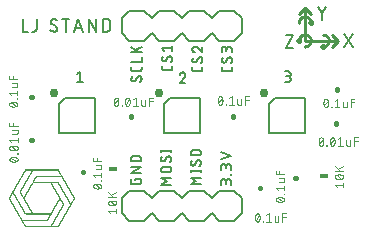
<source format=gto>
G04 EAGLE Gerber X2 export*
G75*
%MOMM*%
%FSLAX34Y34*%
%LPD*%
%AMOC8*
5,1,8,0,0,1.08239X$1,22.5*%
G01*
%ADD10C,0.203200*%
%ADD11C,0.254000*%
%ADD12R,2.794000X0.005075*%
%ADD13R,2.804156X0.005081*%
%ADD14R,2.814319X0.005075*%
%ADD15R,2.824481X0.005081*%
%ADD16R,2.824481X0.005075*%
%ADD17R,2.834637X0.005081*%
%ADD18R,2.844800X0.005075*%
%ADD19R,2.844800X0.005081*%
%ADD20R,0.060956X0.005075*%
%ADD21R,0.066037X0.005075*%
%ADD22R,0.060956X0.005081*%
%ADD23R,0.066037X0.005081*%
%ADD24R,0.055875X0.005081*%
%ADD25R,0.055881X0.005081*%
%ADD26R,0.060963X0.005075*%
%ADD27R,0.071119X0.005081*%
%ADD28R,0.060963X0.005081*%
%ADD29R,0.055881X0.005075*%
%ADD30R,0.055875X0.005075*%
%ADD31R,1.661156X0.005081*%
%ADD32R,2.179319X0.005075*%
%ADD33R,2.184400X0.005081*%
%ADD34R,2.194556X0.005081*%
%ADD35R,2.199638X0.005075*%
%ADD36R,2.204719X0.005081*%
%ADD37R,2.209800X0.005075*%
%ADD38R,2.214881X0.005081*%
%ADD39R,2.219956X0.005081*%
%ADD40R,2.225038X0.005075*%
%ADD41R,2.235200X0.005081*%
%ADD42R,2.189481X0.005081*%
%ADD43R,2.219963X0.005081*%
%ADD44R,2.230119X0.005075*%
%ADD45R,2.230119X0.005081*%
%ADD46R,0.076200X0.005075*%
%ADD47R,0.081275X0.005081*%
%ADD48R,0.086356X0.005075*%
%ADD49R,0.091438X0.005081*%
%ADD50R,0.096519X0.005081*%
%ADD51R,0.101600X0.005075*%
%ADD52R,0.106675X0.005081*%
%ADD53R,0.116838X0.005075*%
%ADD54R,0.121919X0.005081*%
%ADD55R,0.127000X0.005081*%
%ADD56R,0.071119X0.005075*%
%ADD57R,0.116838X0.005081*%
%ADD58R,0.106681X0.005081*%
%ADD59R,0.106681X0.005075*%
%ADD60R,0.091438X0.005075*%
%ADD61R,0.086356X0.005081*%
%ADD62R,0.076200X0.005081*%
%ADD63R,0.106675X0.005075*%
%ADD64R,0.121919X0.005075*%
%ADD65R,0.081281X0.005081*%
%ADD66R,2.214875X0.005075*%
%ADD67R,2.209800X0.005081*%
%ADD68R,2.189475X0.005081*%
%ADD69R,2.189475X0.005075*%
%ADD70R,2.179319X0.005081*%
%ADD71R,2.184400X0.005075*%
%ADD72R,2.834637X0.005075*%
%ADD73R,2.804156X0.005075*%
%ADD74R,2.794000X0.005081*%
%ADD75C,0.152400*%
%ADD76C,0.762000*%
%ADD77C,0.127000*%
%ADD78C,0.381000*%
%ADD79C,0.050800*%
%ADD80R,0.762000X0.381000*%


D10*
X17780Y183388D02*
X17780Y172720D01*
X22521Y172720D01*
X29457Y175091D02*
X29457Y183388D01*
X29458Y175091D02*
X29456Y174996D01*
X29450Y174900D01*
X29441Y174805D01*
X29427Y174711D01*
X29410Y174617D01*
X29389Y174524D01*
X29364Y174431D01*
X29336Y174340D01*
X29304Y174250D01*
X29268Y174162D01*
X29229Y174075D01*
X29186Y173989D01*
X29140Y173905D01*
X29091Y173824D01*
X29038Y173744D01*
X28982Y173667D01*
X28924Y173591D01*
X28862Y173519D01*
X28797Y173449D01*
X28729Y173381D01*
X28659Y173316D01*
X28587Y173254D01*
X28511Y173196D01*
X28434Y173140D01*
X28354Y173087D01*
X28272Y173038D01*
X28189Y172992D01*
X28103Y172949D01*
X28016Y172910D01*
X27928Y172874D01*
X27838Y172842D01*
X27747Y172814D01*
X27654Y172789D01*
X27561Y172768D01*
X27467Y172751D01*
X27373Y172737D01*
X27278Y172728D01*
X27182Y172722D01*
X27087Y172720D01*
X25901Y172720D01*
X44543Y172720D02*
X44639Y172722D01*
X44734Y172728D01*
X44829Y172737D01*
X44923Y172751D01*
X45017Y172768D01*
X45110Y172789D01*
X45203Y172814D01*
X45294Y172842D01*
X45384Y172874D01*
X45472Y172910D01*
X45559Y172949D01*
X45645Y172992D01*
X45729Y173038D01*
X45810Y173087D01*
X45890Y173140D01*
X45967Y173196D01*
X46043Y173254D01*
X46115Y173316D01*
X46185Y173381D01*
X46253Y173449D01*
X46318Y173519D01*
X46380Y173591D01*
X46438Y173667D01*
X46494Y173744D01*
X46547Y173824D01*
X46596Y173906D01*
X46642Y173989D01*
X46685Y174075D01*
X46724Y174162D01*
X46760Y174250D01*
X46792Y174340D01*
X46820Y174431D01*
X46845Y174524D01*
X46866Y174617D01*
X46883Y174711D01*
X46897Y174805D01*
X46906Y174900D01*
X46912Y174996D01*
X46914Y175091D01*
X44543Y172720D02*
X44407Y172722D01*
X44270Y172727D01*
X44134Y172737D01*
X43999Y172750D01*
X43863Y172766D01*
X43729Y172787D01*
X43594Y172811D01*
X43461Y172838D01*
X43328Y172870D01*
X43196Y172904D01*
X43065Y172943D01*
X42936Y172985D01*
X42807Y173030D01*
X42680Y173079D01*
X42554Y173132D01*
X42430Y173188D01*
X42307Y173247D01*
X42186Y173309D01*
X42066Y173375D01*
X41949Y173444D01*
X41833Y173517D01*
X41719Y173592D01*
X41608Y173670D01*
X41498Y173752D01*
X41391Y173836D01*
X41287Y173923D01*
X41184Y174013D01*
X41084Y174106D01*
X40987Y174202D01*
X41283Y181017D02*
X41285Y181112D01*
X41291Y181208D01*
X41300Y181303D01*
X41314Y181397D01*
X41331Y181491D01*
X41352Y181584D01*
X41377Y181677D01*
X41405Y181768D01*
X41437Y181858D01*
X41473Y181946D01*
X41512Y182033D01*
X41555Y182119D01*
X41601Y182203D01*
X41650Y182284D01*
X41703Y182364D01*
X41759Y182441D01*
X41817Y182517D01*
X41879Y182589D01*
X41944Y182659D01*
X42012Y182727D01*
X42082Y182792D01*
X42154Y182854D01*
X42230Y182912D01*
X42307Y182968D01*
X42387Y183021D01*
X42469Y183070D01*
X42552Y183116D01*
X42638Y183159D01*
X42725Y183198D01*
X42813Y183234D01*
X42903Y183266D01*
X42994Y183294D01*
X43087Y183319D01*
X43180Y183340D01*
X43274Y183357D01*
X43368Y183371D01*
X43463Y183380D01*
X43559Y183386D01*
X43654Y183388D01*
X43784Y183386D01*
X43914Y183380D01*
X44044Y183371D01*
X44173Y183358D01*
X44302Y183341D01*
X44430Y183320D01*
X44558Y183295D01*
X44685Y183267D01*
X44811Y183235D01*
X44936Y183199D01*
X45060Y183160D01*
X45182Y183117D01*
X45304Y183071D01*
X45424Y183020D01*
X45542Y182967D01*
X45659Y182910D01*
X45774Y182850D01*
X45888Y182786D01*
X45999Y182719D01*
X46109Y182649D01*
X46216Y182575D01*
X46321Y182499D01*
X42469Y178942D02*
X42387Y178993D01*
X42307Y179047D01*
X42229Y179103D01*
X42154Y179163D01*
X42081Y179226D01*
X42011Y179292D01*
X41944Y179360D01*
X41879Y179431D01*
X41817Y179505D01*
X41758Y179581D01*
X41702Y179659D01*
X41650Y179740D01*
X41600Y179822D01*
X41554Y179907D01*
X41512Y179993D01*
X41472Y180081D01*
X41437Y180170D01*
X41405Y180261D01*
X41376Y180353D01*
X41352Y180446D01*
X41331Y180539D01*
X41314Y180634D01*
X41300Y180729D01*
X41291Y180825D01*
X41285Y180921D01*
X41283Y181017D01*
X45729Y177166D02*
X45810Y177115D01*
X45890Y177061D01*
X45968Y177005D01*
X46043Y176945D01*
X46116Y176882D01*
X46186Y176816D01*
X46253Y176748D01*
X46318Y176677D01*
X46380Y176603D01*
X46439Y176527D01*
X46495Y176449D01*
X46547Y176368D01*
X46597Y176286D01*
X46643Y176201D01*
X46685Y176115D01*
X46725Y176027D01*
X46760Y175938D01*
X46792Y175847D01*
X46821Y175755D01*
X46845Y175662D01*
X46866Y175569D01*
X46883Y175474D01*
X46897Y175379D01*
X46906Y175283D01*
X46912Y175187D01*
X46914Y175091D01*
X45728Y177165D02*
X42469Y178943D01*
X54237Y183388D02*
X54237Y172720D01*
X51274Y183388D02*
X57201Y183388D01*
X64905Y183388D02*
X61349Y172720D01*
X68461Y172720D02*
X64905Y183388D01*
X67572Y175387D02*
X62238Y175387D01*
X73753Y172720D02*
X73753Y183388D01*
X79680Y172720D01*
X79680Y183388D01*
X85945Y183388D02*
X85945Y172720D01*
X85945Y183388D02*
X88908Y183388D01*
X89014Y183386D01*
X89119Y183380D01*
X89225Y183371D01*
X89330Y183358D01*
X89434Y183341D01*
X89538Y183320D01*
X89641Y183296D01*
X89743Y183268D01*
X89844Y183236D01*
X89943Y183201D01*
X90042Y183162D01*
X90139Y183120D01*
X90234Y183075D01*
X90328Y183026D01*
X90420Y182973D01*
X90510Y182918D01*
X90598Y182859D01*
X90684Y182797D01*
X90767Y182732D01*
X90848Y182664D01*
X90927Y182594D01*
X91003Y182520D01*
X91077Y182444D01*
X91147Y182365D01*
X91215Y182284D01*
X91280Y182201D01*
X91342Y182115D01*
X91401Y182027D01*
X91456Y181937D01*
X91509Y181845D01*
X91558Y181751D01*
X91603Y181656D01*
X91645Y181559D01*
X91684Y181460D01*
X91719Y181361D01*
X91751Y181260D01*
X91779Y181158D01*
X91803Y181055D01*
X91824Y180951D01*
X91841Y180847D01*
X91854Y180742D01*
X91863Y180636D01*
X91869Y180531D01*
X91871Y180425D01*
X91872Y180425D02*
X91872Y175683D01*
X91871Y175683D02*
X91869Y175577D01*
X91863Y175472D01*
X91854Y175366D01*
X91841Y175261D01*
X91824Y175157D01*
X91803Y175053D01*
X91779Y174950D01*
X91751Y174848D01*
X91719Y174747D01*
X91684Y174648D01*
X91645Y174549D01*
X91603Y174452D01*
X91558Y174357D01*
X91509Y174263D01*
X91456Y174171D01*
X91401Y174081D01*
X91342Y173993D01*
X91280Y173907D01*
X91215Y173824D01*
X91147Y173743D01*
X91077Y173664D01*
X91003Y173588D01*
X90927Y173514D01*
X90848Y173444D01*
X90767Y173376D01*
X90684Y173311D01*
X90598Y173249D01*
X90510Y173190D01*
X90420Y173135D01*
X90328Y173082D01*
X90234Y173033D01*
X90139Y172988D01*
X90042Y172946D01*
X89943Y172907D01*
X89844Y172872D01*
X89743Y172840D01*
X89641Y172812D01*
X89538Y172788D01*
X89434Y172767D01*
X89330Y172750D01*
X89225Y172737D01*
X89119Y172728D01*
X89014Y172722D01*
X88908Y172720D01*
X85945Y172720D01*
D11*
X256540Y165100D02*
X256540Y193040D01*
X251460Y187960D01*
X256540Y193040D02*
X261620Y187960D01*
X256540Y165100D02*
X284480Y165100D01*
X279400Y170180D01*
X284480Y165100D02*
X279400Y160020D01*
D10*
X289814Y159766D02*
X296926Y170434D01*
X289814Y170434D02*
X296926Y159766D01*
X271018Y188510D02*
X267462Y193548D01*
X271018Y188510D02*
X274574Y193548D01*
X271018Y188510D02*
X271018Y182880D01*
X246211Y169672D02*
X240284Y169672D01*
X246211Y169672D02*
X240284Y159004D01*
X246211Y159004D01*
D11*
X251460Y165100D02*
X251462Y165242D01*
X251468Y165383D01*
X251478Y165524D01*
X251492Y165665D01*
X251509Y165806D01*
X251531Y165946D01*
X251556Y166085D01*
X251586Y166224D01*
X251619Y166362D01*
X251656Y166498D01*
X251697Y166634D01*
X251742Y166768D01*
X251790Y166901D01*
X251842Y167033D01*
X251898Y167163D01*
X251957Y167292D01*
X252020Y167419D01*
X252087Y167544D01*
X252156Y167667D01*
X252230Y167788D01*
X252306Y167908D01*
X252386Y168025D01*
X252469Y168139D01*
X252556Y168251D01*
X252645Y168361D01*
X252738Y168469D01*
X252833Y168573D01*
X252931Y168675D01*
X253032Y168775D01*
X253136Y168871D01*
X253243Y168964D01*
X253352Y169055D01*
X253463Y169142D01*
X253577Y169226D01*
X253693Y169307D01*
X253812Y169385D01*
X253932Y169460D01*
X254055Y169531D01*
X254179Y169598D01*
X254306Y169662D01*
X254434Y169723D01*
X254563Y169780D01*
X254695Y169833D01*
X254827Y169883D01*
X254961Y169928D01*
X255096Y169971D01*
X255233Y170009D01*
X255370Y170043D01*
X255508Y170074D01*
X255648Y170101D01*
X255787Y170124D01*
X255928Y170143D01*
X256069Y170158D01*
X256210Y170169D01*
X256351Y170176D01*
X256493Y170180D01*
X256634Y170179D01*
X256776Y170175D01*
X256917Y170166D01*
X257058Y170153D01*
X257199Y170137D01*
X257339Y170117D01*
X257479Y170092D01*
X257618Y170064D01*
X257756Y170032D01*
X257893Y169997D01*
X258029Y169957D01*
X258164Y169914D01*
X258297Y169866D01*
X258429Y169816D01*
X258560Y169761D01*
X258689Y169703D01*
X258817Y169641D01*
X258942Y169576D01*
X259066Y169507D01*
X259188Y169435D01*
X259308Y169360D01*
X259426Y169281D01*
X259541Y169199D01*
X259654Y169113D01*
X259765Y169025D01*
X259873Y168934D01*
X259979Y168839D01*
X260082Y168742D01*
X260182Y168642D01*
X260279Y168539D01*
X260374Y168433D01*
X260465Y168325D01*
X260553Y168214D01*
X260639Y168101D01*
X260721Y167986D01*
X260800Y167868D01*
X260875Y167748D01*
X260947Y167626D01*
X261016Y167502D01*
X261081Y167377D01*
X261143Y167249D01*
X261201Y167120D01*
X261256Y166989D01*
X261306Y166857D01*
X261354Y166724D01*
X261397Y166589D01*
X261437Y166453D01*
X261472Y166316D01*
X261504Y166178D01*
X261532Y166039D01*
X261557Y165899D01*
X261577Y165759D01*
X261593Y165618D01*
X261606Y165477D01*
X261615Y165336D01*
X261619Y165194D01*
X261620Y165053D01*
X261616Y164911D01*
X261609Y164770D01*
X261598Y164629D01*
X261583Y164488D01*
X261564Y164347D01*
X261541Y164208D01*
X261514Y164068D01*
X261483Y163930D01*
X261449Y163793D01*
X261411Y163656D01*
X261368Y163521D01*
X261323Y163387D01*
X261273Y163255D01*
X261220Y163123D01*
X261163Y162994D01*
X261102Y162866D01*
X261038Y162739D01*
X260971Y162615D01*
X260900Y162492D01*
X260825Y162372D01*
X260747Y162253D01*
X260666Y162137D01*
X260582Y162023D01*
X260495Y161912D01*
X260404Y161803D01*
X260311Y161696D01*
X260215Y161592D01*
X260115Y161491D01*
X260013Y161393D01*
X259909Y161298D01*
X259801Y161205D01*
X259691Y161116D01*
X259579Y161029D01*
X259465Y160946D01*
X259348Y160866D01*
X259228Y160790D01*
X259107Y160716D01*
X258984Y160647D01*
X258859Y160580D01*
X258732Y160517D01*
X258603Y160458D01*
X258473Y160402D01*
X258341Y160350D01*
X258208Y160302D01*
X258074Y160257D01*
X257938Y160216D01*
X257802Y160179D01*
X257664Y160146D01*
X257525Y160116D01*
X257386Y160091D01*
X257246Y160069D01*
X257105Y160052D01*
X256964Y160038D01*
X256823Y160028D01*
X256682Y160022D01*
X256540Y160020D01*
X261620Y180340D02*
X261618Y180481D01*
X261612Y180622D01*
X261602Y180763D01*
X261589Y180904D01*
X261571Y181044D01*
X261549Y181183D01*
X261524Y181322D01*
X261495Y181461D01*
X261462Y181598D01*
X261425Y181734D01*
X261384Y181869D01*
X261340Y182004D01*
X261292Y182136D01*
X261240Y182268D01*
X261185Y182398D01*
X261126Y182526D01*
X261063Y182653D01*
X260997Y182777D01*
X260928Y182900D01*
X260855Y183021D01*
X260779Y183140D01*
X260699Y183257D01*
X260616Y183371D01*
X260531Y183484D01*
X260442Y183593D01*
X260350Y183701D01*
X260255Y183805D01*
X260157Y183907D01*
X260056Y184006D01*
X259953Y184103D01*
X259847Y184196D01*
X259739Y184286D01*
X259628Y184374D01*
X259515Y184458D01*
X259399Y184539D01*
X259281Y184617D01*
X259161Y184692D01*
X259039Y184763D01*
X258915Y184831D01*
X258789Y184895D01*
X258662Y184956D01*
X258533Y185013D01*
X258402Y185066D01*
X258270Y185116D01*
X258137Y185163D01*
X258002Y185205D01*
X257866Y185244D01*
X257729Y185279D01*
X257592Y185310D01*
X257453Y185337D01*
X257314Y185361D01*
X257174Y185380D01*
X257034Y185396D01*
X256893Y185408D01*
X256752Y185416D01*
X256611Y185420D01*
X256469Y185420D01*
X256328Y185416D01*
X256187Y185408D01*
X256046Y185396D01*
X255906Y185380D01*
X255766Y185361D01*
X255627Y185337D01*
X255488Y185310D01*
X255351Y185279D01*
X255214Y185244D01*
X255078Y185205D01*
X254943Y185163D01*
X254810Y185116D01*
X254678Y185066D01*
X254547Y185013D01*
X254418Y184956D01*
X254291Y184895D01*
X254165Y184831D01*
X254041Y184763D01*
X253919Y184692D01*
X253799Y184617D01*
X253681Y184539D01*
X253565Y184458D01*
X253452Y184374D01*
X253341Y184286D01*
X253233Y184196D01*
X253127Y184103D01*
X253024Y184006D01*
X252923Y183907D01*
X252825Y183805D01*
X252730Y183701D01*
X252638Y183593D01*
X252549Y183484D01*
X252464Y183371D01*
X252381Y183257D01*
X252301Y183140D01*
X252225Y183021D01*
X252152Y182900D01*
X252083Y182777D01*
X252017Y182653D01*
X251954Y182526D01*
X251895Y182398D01*
X251840Y182268D01*
X251788Y182136D01*
X251740Y182004D01*
X251696Y181869D01*
X251655Y181734D01*
X251618Y181598D01*
X251585Y181461D01*
X251556Y181322D01*
X251531Y181183D01*
X251509Y181044D01*
X251491Y180904D01*
X251478Y180763D01*
X251468Y180622D01*
X251462Y180481D01*
X251460Y180340D01*
X260350Y180340D02*
X260352Y180411D01*
X260358Y180482D01*
X260368Y180553D01*
X260382Y180623D01*
X260400Y180692D01*
X260421Y180759D01*
X260447Y180826D01*
X260476Y180891D01*
X260508Y180954D01*
X260545Y181016D01*
X260584Y181075D01*
X260627Y181132D01*
X260673Y181186D01*
X260722Y181238D01*
X260774Y181287D01*
X260828Y181333D01*
X260885Y181376D01*
X260944Y181415D01*
X261006Y181452D01*
X261069Y181484D01*
X261134Y181513D01*
X261201Y181539D01*
X261268Y181560D01*
X261337Y181578D01*
X261407Y181592D01*
X261478Y181602D01*
X261549Y181608D01*
X261620Y181610D01*
X261691Y181608D01*
X261762Y181602D01*
X261833Y181592D01*
X261903Y181578D01*
X261972Y181560D01*
X262039Y181539D01*
X262106Y181513D01*
X262171Y181484D01*
X262234Y181452D01*
X262296Y181415D01*
X262355Y181376D01*
X262412Y181333D01*
X262466Y181287D01*
X262518Y181238D01*
X262567Y181186D01*
X262613Y181132D01*
X262656Y181075D01*
X262695Y181016D01*
X262732Y180954D01*
X262764Y180891D01*
X262793Y180826D01*
X262819Y180759D01*
X262840Y180692D01*
X262858Y180623D01*
X262872Y180553D01*
X262882Y180482D01*
X262888Y180411D01*
X262890Y180340D01*
X262888Y180269D01*
X262882Y180198D01*
X262872Y180127D01*
X262858Y180057D01*
X262840Y179988D01*
X262819Y179921D01*
X262793Y179854D01*
X262764Y179789D01*
X262732Y179726D01*
X262695Y179664D01*
X262656Y179605D01*
X262613Y179548D01*
X262567Y179494D01*
X262518Y179442D01*
X262466Y179393D01*
X262412Y179347D01*
X262355Y179304D01*
X262296Y179265D01*
X262234Y179228D01*
X262171Y179196D01*
X262106Y179167D01*
X262039Y179141D01*
X261972Y179120D01*
X261903Y179102D01*
X261833Y179088D01*
X261762Y179078D01*
X261691Y179072D01*
X261620Y179070D01*
X261549Y179072D01*
X261478Y179078D01*
X261407Y179088D01*
X261337Y179102D01*
X261268Y179120D01*
X261201Y179141D01*
X261134Y179167D01*
X261069Y179196D01*
X261006Y179228D01*
X260944Y179265D01*
X260885Y179304D01*
X260828Y179347D01*
X260774Y179393D01*
X260722Y179442D01*
X260673Y179494D01*
X260627Y179548D01*
X260584Y179605D01*
X260545Y179664D01*
X260508Y179726D01*
X260476Y179789D01*
X260447Y179854D01*
X260421Y179921D01*
X260400Y179988D01*
X260382Y180057D01*
X260368Y180127D01*
X260358Y180198D01*
X260352Y180269D01*
X260350Y180340D01*
X250190Y165100D02*
X250192Y165171D01*
X250198Y165242D01*
X250208Y165313D01*
X250222Y165383D01*
X250240Y165452D01*
X250261Y165519D01*
X250287Y165586D01*
X250316Y165651D01*
X250348Y165714D01*
X250385Y165776D01*
X250424Y165835D01*
X250467Y165892D01*
X250513Y165946D01*
X250562Y165998D01*
X250614Y166047D01*
X250668Y166093D01*
X250725Y166136D01*
X250784Y166175D01*
X250846Y166212D01*
X250909Y166244D01*
X250974Y166273D01*
X251041Y166299D01*
X251108Y166320D01*
X251177Y166338D01*
X251247Y166352D01*
X251318Y166362D01*
X251389Y166368D01*
X251460Y166370D01*
X251531Y166368D01*
X251602Y166362D01*
X251673Y166352D01*
X251743Y166338D01*
X251812Y166320D01*
X251879Y166299D01*
X251946Y166273D01*
X252011Y166244D01*
X252074Y166212D01*
X252136Y166175D01*
X252195Y166136D01*
X252252Y166093D01*
X252306Y166047D01*
X252358Y165998D01*
X252407Y165946D01*
X252453Y165892D01*
X252496Y165835D01*
X252535Y165776D01*
X252572Y165714D01*
X252604Y165651D01*
X252633Y165586D01*
X252659Y165519D01*
X252680Y165452D01*
X252698Y165383D01*
X252712Y165313D01*
X252722Y165242D01*
X252728Y165171D01*
X252730Y165100D01*
X252728Y165029D01*
X252722Y164958D01*
X252712Y164887D01*
X252698Y164817D01*
X252680Y164748D01*
X252659Y164681D01*
X252633Y164614D01*
X252604Y164549D01*
X252572Y164486D01*
X252535Y164424D01*
X252496Y164365D01*
X252453Y164308D01*
X252407Y164254D01*
X252358Y164202D01*
X252306Y164153D01*
X252252Y164107D01*
X252195Y164064D01*
X252136Y164025D01*
X252074Y163988D01*
X252011Y163956D01*
X251946Y163927D01*
X251879Y163901D01*
X251812Y163880D01*
X251743Y163862D01*
X251673Y163848D01*
X251602Y163838D01*
X251531Y163832D01*
X251460Y163830D01*
X251389Y163832D01*
X251318Y163838D01*
X251247Y163848D01*
X251177Y163862D01*
X251108Y163880D01*
X251041Y163901D01*
X250974Y163927D01*
X250909Y163956D01*
X250846Y163988D01*
X250784Y164025D01*
X250725Y164064D01*
X250668Y164107D01*
X250614Y164153D01*
X250562Y164202D01*
X250513Y164254D01*
X250467Y164308D01*
X250424Y164365D01*
X250385Y164424D01*
X250348Y164486D01*
X250316Y164549D01*
X250287Y164614D01*
X250261Y164681D01*
X250240Y164748D01*
X250222Y164817D01*
X250208Y164887D01*
X250198Y164958D01*
X250192Y165029D01*
X250190Y165100D01*
X271780Y160020D02*
X271921Y160022D01*
X272062Y160028D01*
X272203Y160038D01*
X272344Y160051D01*
X272484Y160069D01*
X272623Y160091D01*
X272762Y160116D01*
X272901Y160145D01*
X273038Y160178D01*
X273174Y160215D01*
X273309Y160256D01*
X273444Y160300D01*
X273576Y160348D01*
X273708Y160400D01*
X273838Y160455D01*
X273966Y160514D01*
X274093Y160577D01*
X274217Y160643D01*
X274340Y160712D01*
X274461Y160785D01*
X274580Y160861D01*
X274697Y160941D01*
X274811Y161024D01*
X274924Y161109D01*
X275033Y161198D01*
X275141Y161290D01*
X275245Y161385D01*
X275347Y161483D01*
X275446Y161584D01*
X275543Y161687D01*
X275636Y161793D01*
X275726Y161901D01*
X275814Y162012D01*
X275898Y162125D01*
X275979Y162241D01*
X276057Y162359D01*
X276132Y162479D01*
X276203Y162601D01*
X276271Y162725D01*
X276335Y162851D01*
X276396Y162978D01*
X276453Y163107D01*
X276506Y163238D01*
X276556Y163370D01*
X276603Y163503D01*
X276645Y163638D01*
X276684Y163774D01*
X276719Y163911D01*
X276750Y164048D01*
X276777Y164187D01*
X276801Y164326D01*
X276820Y164466D01*
X276836Y164606D01*
X276848Y164747D01*
X276856Y164888D01*
X276860Y165029D01*
X276860Y165171D01*
X276856Y165312D01*
X276848Y165453D01*
X276836Y165594D01*
X276820Y165734D01*
X276801Y165874D01*
X276777Y166013D01*
X276750Y166152D01*
X276719Y166289D01*
X276684Y166426D01*
X276645Y166562D01*
X276603Y166697D01*
X276556Y166830D01*
X276506Y166962D01*
X276453Y167093D01*
X276396Y167222D01*
X276335Y167349D01*
X276271Y167475D01*
X276203Y167599D01*
X276132Y167721D01*
X276057Y167841D01*
X275979Y167959D01*
X275898Y168075D01*
X275814Y168188D01*
X275726Y168299D01*
X275636Y168407D01*
X275543Y168513D01*
X275446Y168616D01*
X275347Y168717D01*
X275245Y168815D01*
X275141Y168910D01*
X275033Y169002D01*
X274924Y169091D01*
X274811Y169176D01*
X274697Y169259D01*
X274580Y169339D01*
X274461Y169415D01*
X274340Y169488D01*
X274217Y169557D01*
X274093Y169623D01*
X273966Y169686D01*
X273838Y169745D01*
X273708Y169800D01*
X273576Y169852D01*
X273444Y169900D01*
X273309Y169944D01*
X273174Y169985D01*
X273038Y170022D01*
X272901Y170055D01*
X272762Y170084D01*
X272623Y170109D01*
X272484Y170131D01*
X272344Y170149D01*
X272203Y170162D01*
X272062Y170172D01*
X271921Y170178D01*
X271780Y170180D01*
X270510Y160020D02*
X270512Y160091D01*
X270518Y160162D01*
X270528Y160233D01*
X270542Y160303D01*
X270560Y160372D01*
X270581Y160439D01*
X270607Y160506D01*
X270636Y160571D01*
X270668Y160634D01*
X270705Y160696D01*
X270744Y160755D01*
X270787Y160812D01*
X270833Y160866D01*
X270882Y160918D01*
X270934Y160967D01*
X270988Y161013D01*
X271045Y161056D01*
X271104Y161095D01*
X271166Y161132D01*
X271229Y161164D01*
X271294Y161193D01*
X271361Y161219D01*
X271428Y161240D01*
X271497Y161258D01*
X271567Y161272D01*
X271638Y161282D01*
X271709Y161288D01*
X271780Y161290D01*
X271851Y161288D01*
X271922Y161282D01*
X271993Y161272D01*
X272063Y161258D01*
X272132Y161240D01*
X272199Y161219D01*
X272266Y161193D01*
X272331Y161164D01*
X272394Y161132D01*
X272456Y161095D01*
X272515Y161056D01*
X272572Y161013D01*
X272626Y160967D01*
X272678Y160918D01*
X272727Y160866D01*
X272773Y160812D01*
X272816Y160755D01*
X272855Y160696D01*
X272892Y160634D01*
X272924Y160571D01*
X272953Y160506D01*
X272979Y160439D01*
X273000Y160372D01*
X273018Y160303D01*
X273032Y160233D01*
X273042Y160162D01*
X273048Y160091D01*
X273050Y160020D01*
X273048Y159949D01*
X273042Y159878D01*
X273032Y159807D01*
X273018Y159737D01*
X273000Y159668D01*
X272979Y159601D01*
X272953Y159534D01*
X272924Y159469D01*
X272892Y159406D01*
X272855Y159344D01*
X272816Y159285D01*
X272773Y159228D01*
X272727Y159174D01*
X272678Y159122D01*
X272626Y159073D01*
X272572Y159027D01*
X272515Y158984D01*
X272456Y158945D01*
X272394Y158908D01*
X272331Y158876D01*
X272266Y158847D01*
X272199Y158821D01*
X272132Y158800D01*
X272063Y158782D01*
X271993Y158768D01*
X271922Y158758D01*
X271851Y158752D01*
X271780Y158750D01*
X271709Y158752D01*
X271638Y158758D01*
X271567Y158768D01*
X271497Y158782D01*
X271428Y158800D01*
X271361Y158821D01*
X271294Y158847D01*
X271229Y158876D01*
X271166Y158908D01*
X271104Y158945D01*
X271045Y158984D01*
X270988Y159027D01*
X270934Y159073D01*
X270882Y159122D01*
X270833Y159174D01*
X270787Y159228D01*
X270744Y159285D01*
X270705Y159344D01*
X270668Y159406D01*
X270636Y159469D01*
X270607Y159534D01*
X270581Y159601D01*
X270560Y159668D01*
X270542Y159737D01*
X270528Y159807D01*
X270518Y159878D01*
X270512Y159949D01*
X270510Y160020D01*
D12*
X34315Y6858D03*
D13*
X34315Y6909D03*
X34315Y6960D03*
D14*
X34315Y7010D03*
D15*
X34315Y7061D03*
D16*
X34315Y7112D03*
D17*
X34315Y7163D03*
X34315Y7214D03*
D18*
X34315Y7264D03*
D19*
X34315Y7315D03*
D20*
X20345Y7366D03*
D21*
X42164Y7366D03*
D20*
X48285Y7366D03*
D22*
X20295Y7417D03*
D23*
X42215Y7417D03*
D22*
X48336Y7417D03*
D24*
X20269Y7468D03*
D23*
X42215Y7468D03*
D25*
X48362Y7468D03*
D20*
X20244Y7518D03*
D21*
X42266Y7518D03*
D26*
X48387Y7518D03*
D25*
X20218Y7569D03*
D27*
X42291Y7569D03*
D25*
X48412Y7569D03*
D26*
X20193Y7620D03*
D21*
X42316Y7620D03*
D20*
X48438Y7620D03*
D25*
X20168Y7671D03*
D23*
X42367Y7671D03*
D24*
X48463Y7671D03*
D22*
X20142Y7722D03*
D23*
X42367Y7722D03*
D22*
X48489Y7722D03*
D20*
X20091Y7772D03*
D21*
X42418Y7772D03*
D20*
X48539Y7772D03*
D25*
X20066Y7823D03*
D23*
X42418Y7823D03*
D24*
X48565Y7823D03*
D20*
X20041Y7874D03*
D21*
X42469Y7874D03*
D20*
X48590Y7874D03*
D24*
X20015Y7925D03*
D27*
X42494Y7925D03*
D25*
X48616Y7925D03*
D22*
X19990Y7976D03*
D23*
X42520Y7976D03*
D28*
X48641Y7976D03*
D26*
X19939Y8026D03*
D21*
X42570Y8026D03*
D20*
X48692Y8026D03*
D28*
X19939Y8077D03*
D23*
X42570Y8077D03*
D22*
X48692Y8077D03*
D20*
X19888Y8128D03*
D21*
X42621Y8128D03*
D20*
X48743Y8128D03*
D24*
X19863Y8179D03*
D23*
X42621Y8179D03*
D25*
X48768Y8179D03*
D22*
X19837Y8230D03*
D23*
X42672Y8230D03*
D22*
X48793Y8230D03*
D29*
X19812Y8280D03*
D21*
X42723Y8280D03*
D30*
X48819Y8280D03*
D22*
X19787Y8331D03*
D23*
X42723Y8331D03*
D22*
X48844Y8331D03*
D20*
X19736Y8382D03*
D21*
X42774Y8382D03*
D26*
X48895Y8382D03*
D22*
X19736Y8433D03*
D23*
X42774Y8433D03*
D28*
X48895Y8433D03*
X19685Y8484D03*
D23*
X42824Y8484D03*
D22*
X48946Y8484D03*
D29*
X19660Y8534D03*
D21*
X42824Y8534D03*
D30*
X48971Y8534D03*
D22*
X19634Y8585D03*
D23*
X42875Y8585D03*
D22*
X48997Y8585D03*
D30*
X19609Y8636D03*
D21*
X42926Y8636D03*
D29*
X49022Y8636D03*
D22*
X19583Y8687D03*
D23*
X42926Y8687D03*
D22*
X49047Y8687D03*
X19533Y8738D03*
D23*
X42977Y8738D03*
D22*
X49098Y8738D03*
D30*
X19507Y8788D03*
D21*
X42977Y8788D03*
D29*
X49124Y8788D03*
D22*
X19482Y8839D03*
D23*
X43028Y8839D03*
D28*
X49149Y8839D03*
D29*
X19456Y8890D03*
D21*
X43028Y8890D03*
D29*
X49174Y8890D03*
D28*
X19431Y8941D03*
D23*
X43078Y8941D03*
D22*
X49200Y8941D03*
D25*
X19406Y8992D03*
D23*
X43129Y8992D03*
D24*
X49225Y8992D03*
D20*
X19380Y9042D03*
D21*
X43129Y9042D03*
D20*
X49251Y9042D03*
D22*
X19329Y9093D03*
D23*
X43180Y9093D03*
D22*
X49301Y9093D03*
D29*
X19304Y9144D03*
D21*
X43180Y9144D03*
D30*
X49327Y9144D03*
D22*
X19279Y9195D03*
D23*
X43231Y9195D03*
D22*
X49352Y9195D03*
D24*
X19253Y9246D03*
D23*
X43231Y9246D03*
D25*
X49378Y9246D03*
D20*
X19228Y9296D03*
D21*
X43282Y9296D03*
D26*
X49403Y9296D03*
D28*
X19177Y9347D03*
D23*
X43332Y9347D03*
D22*
X49454Y9347D03*
D26*
X19177Y9398D03*
D21*
X43332Y9398D03*
D20*
X49454Y9398D03*
D22*
X19126Y9449D03*
D23*
X43383Y9449D03*
D22*
X49505Y9449D03*
D24*
X19101Y9500D03*
D23*
X43383Y9500D03*
D25*
X49530Y9500D03*
D20*
X19075Y9550D03*
D21*
X43434Y9550D03*
D20*
X49555Y9550D03*
D25*
X19050Y9601D03*
D22*
X43459Y9601D03*
D24*
X49581Y9601D03*
D20*
X19025Y9652D03*
D21*
X43485Y9652D03*
D20*
X49606Y9652D03*
D22*
X18974Y9703D03*
D23*
X43536Y9703D03*
D28*
X49657Y9703D03*
D25*
X18948Y9754D03*
D23*
X43536Y9754D03*
D25*
X49682Y9754D03*
D26*
X18923Y9804D03*
D21*
X43586Y9804D03*
D20*
X49708Y9804D03*
D25*
X18898Y9855D03*
D23*
X43586Y9855D03*
D24*
X49733Y9855D03*
D20*
X18872Y9906D03*
D21*
X43637Y9906D03*
D20*
X49759Y9906D03*
D24*
X18847Y9957D03*
D22*
X43663Y9957D03*
D25*
X49784Y9957D03*
D22*
X18821Y10008D03*
D23*
X43688Y10008D03*
D22*
X49809Y10008D03*
D20*
X18771Y10058D03*
D21*
X43739Y10058D03*
D20*
X49860Y10058D03*
D24*
X18745Y10109D03*
D23*
X43739Y10109D03*
D25*
X49886Y10109D03*
D20*
X18720Y10160D03*
D21*
X43790Y10160D03*
D26*
X49911Y10160D03*
D25*
X18694Y10211D03*
D23*
X43790Y10211D03*
D25*
X49936Y10211D03*
D28*
X18669Y10262D03*
D23*
X43840Y10262D03*
D22*
X49962Y10262D03*
D29*
X18644Y10312D03*
D20*
X43866Y10312D03*
D30*
X49987Y10312D03*
D22*
X18618Y10363D03*
D23*
X43891Y10363D03*
D22*
X50013Y10363D03*
D20*
X18567Y10414D03*
D21*
X43942Y10414D03*
D20*
X50063Y10414D03*
D25*
X18542Y10465D03*
D23*
X43942Y10465D03*
D24*
X50089Y10465D03*
D22*
X18517Y10516D03*
D23*
X43993Y10516D03*
D22*
X50114Y10516D03*
D30*
X18491Y10566D03*
D20*
X44018Y10566D03*
D29*
X50140Y10566D03*
D22*
X18466Y10617D03*
D23*
X44044Y10617D03*
D28*
X50165Y10617D03*
D26*
X18415Y10668D03*
X44069Y10668D03*
D20*
X50216Y10668D03*
D28*
X18415Y10719D03*
D23*
X44094Y10719D03*
D22*
X50216Y10719D03*
X18364Y10770D03*
D23*
X44145Y10770D03*
D22*
X50267Y10770D03*
D30*
X18339Y10820D03*
D21*
X44145Y10820D03*
D29*
X50292Y10820D03*
D22*
X18313Y10871D03*
D23*
X44196Y10871D03*
D22*
X50317Y10871D03*
D29*
X18288Y10922D03*
D20*
X44221Y10922D03*
D30*
X50343Y10922D03*
D22*
X18263Y10973D03*
D23*
X44247Y10973D03*
D22*
X50368Y10973D03*
X18212Y11024D03*
D23*
X44298Y11024D03*
D28*
X50419Y11024D03*
D29*
X18186Y11074D03*
D21*
X44298Y11074D03*
D29*
X50444Y11074D03*
D28*
X18161Y11125D03*
D23*
X44348Y11125D03*
D22*
X50470Y11125D03*
D29*
X18136Y11176D03*
D21*
X44348Y11176D03*
D30*
X50495Y11176D03*
D22*
X18110Y11227D03*
D23*
X44399Y11227D03*
D22*
X50521Y11227D03*
D24*
X18085Y11278D03*
D22*
X44425Y11278D03*
D25*
X50546Y11278D03*
D20*
X18059Y11328D03*
D21*
X44450Y11328D03*
D20*
X50571Y11328D03*
D22*
X18009Y11379D03*
D23*
X44501Y11379D03*
D22*
X50622Y11379D03*
D30*
X17983Y11430D03*
D21*
X44501Y11430D03*
D29*
X50648Y11430D03*
D22*
X17958Y11481D03*
D23*
X44552Y11481D03*
D28*
X50673Y11481D03*
D25*
X17932Y11532D03*
D23*
X44552Y11532D03*
D25*
X50698Y11532D03*
D26*
X17907Y11582D03*
D21*
X44602Y11582D03*
D20*
X50724Y11582D03*
D25*
X17882Y11633D03*
D22*
X44628Y11633D03*
D24*
X50749Y11633D03*
D20*
X17856Y11684D03*
D21*
X44653Y11684D03*
D20*
X50775Y11684D03*
D22*
X17805Y11735D03*
D23*
X44704Y11735D03*
D22*
X50825Y11735D03*
D25*
X17780Y11786D03*
D23*
X44704Y11786D03*
D24*
X50851Y11786D03*
D20*
X17755Y11836D03*
D21*
X44755Y11836D03*
D20*
X50876Y11836D03*
D24*
X17729Y11887D03*
D22*
X44780Y11887D03*
D25*
X50902Y11887D03*
D20*
X17704Y11938D03*
D21*
X44806Y11938D03*
D26*
X50927Y11938D03*
D28*
X17653Y11989D03*
X44831Y11989D03*
D22*
X50978Y11989D03*
D28*
X17653Y12040D03*
D23*
X44856Y12040D03*
D22*
X50978Y12040D03*
D20*
X17602Y12090D03*
D21*
X44907Y12090D03*
D20*
X51029Y12090D03*
D31*
X25603Y12141D03*
D23*
X44907Y12141D03*
D25*
X51054Y12141D03*
D32*
X28143Y12192D03*
D21*
X44958Y12192D03*
D20*
X51079Y12192D03*
D33*
X28169Y12243D03*
D22*
X44983Y12243D03*
D24*
X51105Y12243D03*
D34*
X28169Y12294D03*
D23*
X45009Y12294D03*
D22*
X51130Y12294D03*
D35*
X28143Y12344D03*
D20*
X45034Y12344D03*
D26*
X51181Y12344D03*
D36*
X28169Y12395D03*
D23*
X45060Y12395D03*
D25*
X51206Y12395D03*
D37*
X28143Y12446D03*
D21*
X45110Y12446D03*
D20*
X51232Y12446D03*
D38*
X28169Y12497D03*
D23*
X45110Y12497D03*
D24*
X51257Y12497D03*
D39*
X28143Y12548D03*
D23*
X45161Y12548D03*
D22*
X51283Y12548D03*
D40*
X28169Y12598D03*
D20*
X45187Y12598D03*
D29*
X51308Y12598D03*
D41*
X28169Y12649D03*
D23*
X45212Y12649D03*
D22*
X51333Y12649D03*
D20*
X17247Y12700D03*
D30*
X39065Y12700D03*
D20*
X45237Y12700D03*
X51384Y12700D03*
D24*
X17221Y12751D03*
D22*
X39091Y12751D03*
D23*
X45263Y12751D03*
D25*
X51410Y12751D03*
D22*
X17196Y12802D03*
D25*
X39116Y12802D03*
D23*
X45314Y12802D03*
D28*
X51435Y12802D03*
D29*
X17170Y12852D03*
D20*
X39141Y12852D03*
D21*
X45314Y12852D03*
D29*
X51460Y12852D03*
D28*
X17145Y12903D03*
D24*
X39167Y12903D03*
D23*
X45364Y12903D03*
D22*
X51486Y12903D03*
D20*
X17094Y12954D03*
X39192Y12954D03*
X45390Y12954D03*
X51537Y12954D03*
D22*
X17094Y13005D03*
D28*
X39243Y13005D03*
D23*
X45415Y13005D03*
D22*
X51537Y13005D03*
X17043Y13056D03*
D25*
X39268Y13056D03*
D22*
X45441Y13056D03*
X51587Y13056D03*
D29*
X17018Y13106D03*
D20*
X39294Y13106D03*
D21*
X45466Y13106D03*
D30*
X51613Y13106D03*
D22*
X16993Y13157D03*
D24*
X39319Y13157D03*
D23*
X45517Y13157D03*
D22*
X51638Y13157D03*
D30*
X16967Y13208D03*
D20*
X39345Y13208D03*
X45542Y13208D03*
D29*
X51664Y13208D03*
D22*
X16942Y13259D03*
D25*
X39370Y13259D03*
D23*
X45568Y13259D03*
D28*
X51689Y13259D03*
X16891Y13310D03*
D22*
X39395Y13310D03*
D28*
X45593Y13310D03*
D22*
X51740Y13310D03*
D29*
X16866Y13360D03*
D20*
X39446Y13360D03*
D21*
X45618Y13360D03*
D30*
X51765Y13360D03*
D22*
X16840Y13411D03*
D25*
X39472Y13411D03*
D22*
X45644Y13411D03*
X51791Y13411D03*
D30*
X16815Y13462D03*
D26*
X39497Y13462D03*
D21*
X45669Y13462D03*
D29*
X51816Y13462D03*
D22*
X16789Y13513D03*
D25*
X39522Y13513D03*
D23*
X45720Y13513D03*
D22*
X51841Y13513D03*
D25*
X16764Y13564D03*
D22*
X39548Y13564D03*
X45745Y13564D03*
D24*
X51867Y13564D03*
D20*
X16739Y13614D03*
X39599Y13614D03*
D21*
X45771Y13614D03*
D20*
X51892Y13614D03*
D22*
X16688Y13665D03*
X39599Y13665D03*
X45796Y13665D03*
D28*
X51943Y13665D03*
D29*
X16662Y13716D03*
D20*
X39649Y13716D03*
D21*
X45822Y13716D03*
D29*
X51968Y13716D03*
D28*
X16637Y13767D03*
D24*
X39675Y13767D03*
D28*
X45847Y13767D03*
D22*
X51994Y13767D03*
D25*
X16612Y13818D03*
D22*
X39700Y13818D03*
D23*
X45872Y13818D03*
D24*
X52019Y13818D03*
D20*
X16586Y13868D03*
D29*
X39726Y13868D03*
D21*
X45923Y13868D03*
D20*
X52045Y13868D03*
D24*
X16561Y13919D03*
D28*
X39751Y13919D03*
D22*
X45949Y13919D03*
D25*
X52070Y13919D03*
D20*
X16535Y13970D03*
X39802Y13970D03*
D21*
X45974Y13970D03*
D20*
X52095Y13970D03*
D22*
X16485Y14021D03*
D24*
X39827Y14021D03*
D22*
X45999Y14021D03*
X52146Y14021D03*
D24*
X16459Y14072D03*
D22*
X39853Y14072D03*
D23*
X46025Y14072D03*
D25*
X52172Y14072D03*
D20*
X16434Y14122D03*
D29*
X39878Y14122D03*
D20*
X46050Y14122D03*
D26*
X52197Y14122D03*
D25*
X16408Y14173D03*
D22*
X39903Y14173D03*
D28*
X46101Y14173D03*
D25*
X52222Y14173D03*
D26*
X16383Y14224D03*
D30*
X39929Y14224D03*
D21*
X46126Y14224D03*
D20*
X52248Y14224D03*
D22*
X16332Y14275D03*
X39954Y14275D03*
X46152Y14275D03*
X52299Y14275D03*
X16332Y14326D03*
D28*
X40005Y14326D03*
D23*
X46177Y14326D03*
D22*
X52299Y14326D03*
D20*
X16281Y14376D03*
D29*
X40030Y14376D03*
D20*
X46203Y14376D03*
X52349Y14376D03*
D25*
X16256Y14427D03*
D22*
X40056Y14427D03*
D23*
X46228Y14427D03*
D24*
X52375Y14427D03*
D20*
X16231Y14478D03*
D30*
X40081Y14478D03*
D20*
X46253Y14478D03*
X52400Y14478D03*
D24*
X16205Y14529D03*
D22*
X40107Y14529D03*
X46304Y14529D03*
D25*
X52426Y14529D03*
D22*
X16180Y14580D03*
X40157Y14580D03*
D23*
X46330Y14580D03*
D28*
X52451Y14580D03*
D26*
X16129Y14630D03*
D20*
X40157Y14630D03*
D26*
X46355Y14630D03*
D20*
X52502Y14630D03*
D25*
X16104Y14681D03*
D22*
X40208Y14681D03*
D23*
X46380Y14681D03*
D24*
X52527Y14681D03*
D20*
X16078Y14732D03*
D29*
X40234Y14732D03*
D20*
X46406Y14732D03*
X52553Y14732D03*
D24*
X16053Y14783D03*
D28*
X40259Y14783D03*
D23*
X46431Y14783D03*
D25*
X52578Y14783D03*
D22*
X16027Y14834D03*
D25*
X40284Y14834D03*
D23*
X46482Y14834D03*
D22*
X52603Y14834D03*
D29*
X16002Y14884D03*
D20*
X40310Y14884D03*
X46507Y14884D03*
D30*
X52629Y14884D03*
D22*
X15977Y14935D03*
X40361Y14935D03*
D23*
X46533Y14935D03*
D22*
X52654Y14935D03*
D20*
X15926Y14986D03*
D29*
X40386Y14986D03*
D20*
X46558Y14986D03*
D26*
X52705Y14986D03*
D25*
X15900Y15037D03*
D22*
X40411Y15037D03*
D23*
X46584Y15037D03*
D25*
X52730Y15037D03*
D28*
X15875Y15088D03*
D24*
X40437Y15088D03*
D28*
X46609Y15088D03*
D22*
X52756Y15088D03*
D29*
X15850Y15138D03*
D20*
X40462Y15138D03*
D21*
X46634Y15138D03*
D30*
X52781Y15138D03*
D22*
X15824Y15189D03*
D25*
X40488Y15189D03*
D23*
X46685Y15189D03*
D22*
X52807Y15189D03*
D30*
X15799Y15240D03*
D26*
X40513Y15240D03*
D20*
X46711Y15240D03*
D29*
X52832Y15240D03*
D22*
X15773Y15291D03*
X40564Y15291D03*
D23*
X46736Y15291D03*
D22*
X52857Y15291D03*
X15723Y15342D03*
D24*
X40589Y15342D03*
D22*
X46761Y15342D03*
X52908Y15342D03*
D30*
X15697Y15392D03*
D20*
X40615Y15392D03*
D21*
X46787Y15392D03*
D29*
X52934Y15392D03*
D22*
X15672Y15443D03*
D25*
X40640Y15443D03*
D22*
X46812Y15443D03*
D28*
X52959Y15443D03*
D29*
X15646Y15494D03*
D20*
X40665Y15494D03*
D26*
X46863Y15494D03*
D29*
X52984Y15494D03*
D28*
X15621Y15545D03*
D24*
X40691Y15545D03*
D23*
X46888Y15545D03*
D22*
X53010Y15545D03*
X15570Y15596D03*
X40716Y15596D03*
X46914Y15596D03*
X53061Y15596D03*
D20*
X15570Y15646D03*
D26*
X40767Y15646D03*
D21*
X46939Y15646D03*
D20*
X53061Y15646D03*
D22*
X15519Y15697D03*
D25*
X40792Y15697D03*
D22*
X46965Y15697D03*
X53111Y15697D03*
D29*
X15494Y15748D03*
D20*
X40818Y15748D03*
D21*
X46990Y15748D03*
D30*
X53137Y15748D03*
D22*
X15469Y15799D03*
D24*
X40843Y15799D03*
D22*
X47015Y15799D03*
X53162Y15799D03*
D24*
X15443Y15850D03*
D22*
X40869Y15850D03*
X47066Y15850D03*
D25*
X53188Y15850D03*
D20*
X15418Y15900D03*
X40919Y15900D03*
D21*
X47092Y15900D03*
D26*
X53213Y15900D03*
D28*
X15367Y15951D03*
D22*
X40919Y15951D03*
D28*
X47117Y15951D03*
D22*
X53264Y15951D03*
D29*
X15342Y16002D03*
D20*
X40970Y16002D03*
D21*
X47142Y16002D03*
D30*
X53289Y16002D03*
D22*
X15316Y16053D03*
D25*
X40996Y16053D03*
D22*
X47168Y16053D03*
X53315Y16053D03*
D24*
X15291Y16104D03*
D28*
X41021Y16104D03*
D23*
X47193Y16104D03*
D25*
X53340Y16104D03*
D20*
X15265Y16154D03*
D29*
X41046Y16154D03*
D20*
X47219Y16154D03*
X53365Y16154D03*
D25*
X15240Y16205D03*
D22*
X41072Y16205D03*
X47269Y16205D03*
D24*
X53391Y16205D03*
D20*
X15215Y16256D03*
X41123Y16256D03*
D21*
X47295Y16256D03*
D20*
X53416Y16256D03*
D22*
X15164Y16307D03*
D25*
X41148Y16307D03*
D22*
X47320Y16307D03*
D28*
X53467Y16307D03*
D25*
X15138Y16358D03*
D22*
X41173Y16358D03*
D23*
X47346Y16358D03*
D25*
X53492Y16358D03*
D26*
X15113Y16408D03*
D30*
X41199Y16408D03*
D26*
X47371Y16408D03*
D20*
X53518Y16408D03*
D25*
X15088Y16459D03*
D22*
X41224Y16459D03*
D23*
X47396Y16459D03*
D24*
X53543Y16459D03*
D20*
X15062Y16510D03*
D29*
X41250Y16510D03*
D20*
X47422Y16510D03*
X53569Y16510D03*
D24*
X15037Y16561D03*
D28*
X41275Y16561D03*
D22*
X47473Y16561D03*
D25*
X53594Y16561D03*
D22*
X15011Y16612D03*
X41326Y16612D03*
D23*
X47498Y16612D03*
D22*
X53619Y16612D03*
D20*
X14961Y16662D03*
D30*
X41351Y16662D03*
D20*
X47523Y16662D03*
X53670Y16662D03*
D24*
X14935Y16713D03*
D22*
X41377Y16713D03*
D23*
X47549Y16713D03*
D25*
X53696Y16713D03*
D20*
X14910Y16764D03*
D29*
X41402Y16764D03*
D20*
X47574Y16764D03*
D26*
X53721Y16764D03*
D25*
X14884Y16815D03*
D22*
X41427Y16815D03*
D28*
X47625Y16815D03*
D25*
X53746Y16815D03*
D28*
X14859Y16866D03*
D24*
X41453Y16866D03*
D28*
X47625Y16866D03*
D22*
X53772Y16866D03*
D20*
X14808Y16916D03*
X41478Y16916D03*
X47676Y16916D03*
X53823Y16916D03*
D22*
X14808Y16967D03*
D28*
X41529Y16967D03*
D23*
X47701Y16967D03*
D22*
X53823Y16967D03*
D20*
X14757Y17018D03*
D29*
X41554Y17018D03*
D20*
X47727Y17018D03*
X53873Y17018D03*
D25*
X14732Y17069D03*
D22*
X41580Y17069D03*
D23*
X47752Y17069D03*
D24*
X53899Y17069D03*
D22*
X14707Y17120D03*
D24*
X41605Y17120D03*
D22*
X47777Y17120D03*
X53924Y17120D03*
D30*
X14681Y17170D03*
D20*
X41631Y17170D03*
X47828Y17170D03*
D29*
X53950Y17170D03*
D22*
X14656Y17221D03*
X41681Y17221D03*
X47828Y17221D03*
D28*
X53975Y17221D03*
D26*
X14605Y17272D03*
D20*
X41681Y17272D03*
D26*
X47879Y17272D03*
D20*
X54026Y17272D03*
D25*
X14580Y17323D03*
D22*
X41732Y17323D03*
D23*
X47904Y17323D03*
D24*
X54051Y17323D03*
D22*
X14554Y17374D03*
D25*
X41758Y17374D03*
D22*
X47930Y17374D03*
X54077Y17374D03*
D30*
X14529Y17424D03*
D26*
X41783Y17424D03*
D21*
X47955Y17424D03*
D29*
X54102Y17424D03*
D22*
X14503Y17475D03*
D25*
X41808Y17475D03*
D22*
X47981Y17475D03*
X54127Y17475D03*
D29*
X14478Y17526D03*
D32*
X31242Y17526D03*
D20*
X48031Y17526D03*
D30*
X54153Y17526D03*
D22*
X14453Y17577D03*
D42*
X31242Y17577D03*
D22*
X48031Y17577D03*
X54178Y17577D03*
X14402Y17628D03*
D42*
X31242Y17628D03*
D22*
X48082Y17628D03*
D28*
X54229Y17628D03*
D29*
X14376Y17678D03*
D35*
X31242Y17678D03*
D21*
X48108Y17678D03*
D29*
X54254Y17678D03*
D28*
X14351Y17729D03*
D36*
X31217Y17729D03*
D28*
X48133Y17729D03*
D22*
X54280Y17729D03*
D29*
X14326Y17780D03*
D37*
X31242Y17780D03*
D21*
X48158Y17780D03*
D30*
X54305Y17780D03*
D22*
X14300Y17831D03*
D38*
X31217Y17831D03*
D22*
X48184Y17831D03*
X54331Y17831D03*
X14249Y17882D03*
D43*
X31242Y17882D03*
D22*
X48235Y17882D03*
X54381Y17882D03*
D20*
X14249Y17932D03*
D44*
X31242Y17932D03*
D20*
X48235Y17932D03*
X54381Y17932D03*
D22*
X14199Y17983D03*
D45*
X31242Y17983D03*
D22*
X48285Y17983D03*
X54432Y17983D03*
D30*
X14173Y18034D03*
D20*
X20345Y18034D03*
X26492Y18034D03*
X42139Y18034D03*
D21*
X48311Y18034D03*
D29*
X54458Y18034D03*
D22*
X14148Y18085D03*
X20295Y18085D03*
D24*
X26467Y18085D03*
D25*
X42164Y18085D03*
D22*
X48336Y18085D03*
D28*
X54483Y18085D03*
D25*
X14122Y18136D03*
D24*
X20269Y18136D03*
D22*
X26441Y18136D03*
X42189Y18136D03*
D28*
X48387Y18136D03*
D25*
X54508Y18136D03*
D26*
X14097Y18186D03*
D20*
X20244Y18186D03*
D29*
X26416Y18186D03*
D30*
X42215Y18186D03*
D26*
X48387Y18186D03*
D20*
X54534Y18186D03*
D22*
X14046Y18237D03*
D25*
X20218Y18237D03*
D22*
X26391Y18237D03*
X42240Y18237D03*
X48438Y18237D03*
X54585Y18237D03*
D30*
X14021Y18288D03*
D26*
X20193Y18288D03*
D20*
X26340Y18288D03*
D26*
X42291Y18288D03*
D20*
X48438Y18288D03*
D29*
X54610Y18288D03*
D22*
X13995Y18339D03*
X20142Y18339D03*
D25*
X26314Y18339D03*
X42316Y18339D03*
D22*
X48489Y18339D03*
X54635Y18339D03*
D25*
X13970Y18390D03*
D22*
X20142Y18390D03*
D28*
X26289Y18390D03*
D22*
X42342Y18390D03*
D23*
X48514Y18390D03*
D24*
X54661Y18390D03*
D20*
X13945Y18440D03*
X20091Y18440D03*
D29*
X26264Y18440D03*
D30*
X42367Y18440D03*
D20*
X48539Y18440D03*
X54686Y18440D03*
D24*
X13919Y18491D03*
D25*
X20066Y18491D03*
D22*
X26238Y18491D03*
X42393Y18491D03*
X48590Y18491D03*
D25*
X54712Y18491D03*
D20*
X13894Y18542D03*
X20041Y18542D03*
X26187Y18542D03*
X42443Y18542D03*
X48590Y18542D03*
D26*
X54737Y18542D03*
D28*
X13843Y18593D03*
D24*
X20015Y18593D03*
D22*
X26187Y18593D03*
X42443Y18593D03*
D28*
X48641Y18593D03*
D22*
X54788Y18593D03*
D25*
X13818Y18644D03*
D22*
X19990Y18644D03*
X26137Y18644D03*
X42494Y18644D03*
D28*
X48641Y18644D03*
D24*
X54813Y18644D03*
D20*
X13792Y18694D03*
D26*
X19939Y18694D03*
D30*
X26111Y18694D03*
D29*
X42520Y18694D03*
D20*
X48692Y18694D03*
X54839Y18694D03*
D24*
X13767Y18745D03*
D28*
X19939Y18745D03*
D22*
X26086Y18745D03*
D28*
X42545Y18745D03*
D23*
X48717Y18745D03*
D25*
X54864Y18745D03*
D20*
X13741Y18796D03*
X19888Y18796D03*
D29*
X26060Y18796D03*
X42570Y18796D03*
D20*
X48743Y18796D03*
X54889Y18796D03*
D25*
X13716Y18847D03*
D24*
X19863Y18847D03*
D28*
X26035Y18847D03*
D22*
X42596Y18847D03*
X48793Y18847D03*
D24*
X54915Y18847D03*
D22*
X13691Y18898D03*
X19837Y18898D03*
X25984Y18898D03*
X42647Y18898D03*
X48793Y18898D03*
X54940Y18898D03*
D20*
X13640Y18948D03*
X19787Y18948D03*
D30*
X25959Y18948D03*
D29*
X42672Y18948D03*
D20*
X48844Y18948D03*
D26*
X54991Y18948D03*
D25*
X13614Y18999D03*
D22*
X19787Y18999D03*
X25933Y18999D03*
X42697Y18999D03*
D23*
X48870Y18999D03*
D25*
X55016Y18999D03*
D26*
X13589Y19050D03*
D20*
X19736Y19050D03*
D29*
X25908Y19050D03*
D30*
X42723Y19050D03*
D26*
X48895Y19050D03*
D20*
X55042Y19050D03*
D25*
X13564Y19101D03*
X19710Y19101D03*
D22*
X25883Y19101D03*
X42748Y19101D03*
X48946Y19101D03*
D24*
X55067Y19101D03*
D22*
X13538Y19152D03*
D28*
X19685Y19152D03*
D24*
X25857Y19152D03*
D25*
X42774Y19152D03*
D22*
X48946Y19152D03*
X55093Y19152D03*
D20*
X13487Y19202D03*
D29*
X19660Y19202D03*
D20*
X25832Y19202D03*
D26*
X42799Y19202D03*
D20*
X48997Y19202D03*
X55143Y19202D03*
D22*
X13487Y19253D03*
X19634Y19253D03*
D28*
X25781Y19253D03*
D22*
X42850Y19253D03*
X48997Y19253D03*
X55143Y19253D03*
D20*
X13437Y19304D03*
X19583Y19304D03*
D29*
X25756Y19304D03*
D30*
X42875Y19304D03*
D20*
X49047Y19304D03*
X55194Y19304D03*
D24*
X13411Y19355D03*
D22*
X19583Y19355D03*
X25730Y19355D03*
X42901Y19355D03*
D23*
X49073Y19355D03*
D25*
X55220Y19355D03*
D22*
X13386Y19406D03*
X19533Y19406D03*
D24*
X25705Y19406D03*
D25*
X42926Y19406D03*
D22*
X49098Y19406D03*
D28*
X55245Y19406D03*
D29*
X13360Y19456D03*
D30*
X19507Y19456D03*
D20*
X25679Y19456D03*
X42951Y19456D03*
D26*
X49149Y19456D03*
D29*
X55270Y19456D03*
D28*
X13335Y19507D03*
D22*
X19482Y19507D03*
X25629Y19507D03*
X43002Y19507D03*
D28*
X49149Y19507D03*
D22*
X55296Y19507D03*
D20*
X13284Y19558D03*
D29*
X19456Y19558D03*
D20*
X25629Y19558D03*
X43002Y19558D03*
X49200Y19558D03*
X55347Y19558D03*
D24*
X13259Y19609D03*
D28*
X19431Y19609D03*
D22*
X25578Y19609D03*
D28*
X43053Y19609D03*
D22*
X49200Y19609D03*
D25*
X55372Y19609D03*
D22*
X13233Y19660D03*
X19380Y19660D03*
D25*
X25552Y19660D03*
X43078Y19660D03*
D22*
X49251Y19660D03*
X55397Y19660D03*
D29*
X13208Y19710D03*
D20*
X19380Y19710D03*
D26*
X25527Y19710D03*
D20*
X43104Y19710D03*
D21*
X49276Y19710D03*
D30*
X55423Y19710D03*
D22*
X13183Y19761D03*
X19329Y19761D03*
D25*
X25502Y19761D03*
D24*
X43129Y19761D03*
D22*
X49301Y19761D03*
X55448Y19761D03*
D30*
X13157Y19812D03*
D29*
X19304Y19812D03*
D20*
X25476Y19812D03*
X43155Y19812D03*
X49352Y19812D03*
D29*
X55474Y19812D03*
D22*
X13132Y19863D03*
X19279Y19863D03*
X25425Y19863D03*
X43205Y19863D03*
X49352Y19863D03*
D28*
X55499Y19863D03*
X13081Y19914D03*
D22*
X19228Y19914D03*
D25*
X25400Y19914D03*
D24*
X43231Y19914D03*
D28*
X49403Y19914D03*
D22*
X55550Y19914D03*
D29*
X13056Y19964D03*
D20*
X19228Y19964D03*
X25375Y19964D03*
X43256Y19964D03*
D26*
X49403Y19964D03*
D30*
X55575Y19964D03*
D22*
X13030Y20015D03*
D28*
X19177Y20015D03*
D24*
X25349Y20015D03*
D25*
X43282Y20015D03*
D22*
X49454Y20015D03*
X55601Y20015D03*
D30*
X13005Y20066D03*
D26*
X19177Y20066D03*
D20*
X25324Y20066D03*
D26*
X43307Y20066D03*
D21*
X49479Y20066D03*
D29*
X55626Y20066D03*
D22*
X12979Y20117D03*
X19126Y20117D03*
D25*
X25298Y20117D03*
X43332Y20117D03*
D22*
X49505Y20117D03*
X55651Y20117D03*
D25*
X12954Y20168D03*
D24*
X19101Y20168D03*
D28*
X25273Y20168D03*
D22*
X43358Y20168D03*
X49555Y20168D03*
D24*
X55677Y20168D03*
D20*
X12929Y20218D03*
X19075Y20218D03*
X25222Y20218D03*
X43409Y20218D03*
X49555Y20218D03*
X55702Y20218D03*
D22*
X12878Y20269D03*
X19025Y20269D03*
D24*
X25197Y20269D03*
D25*
X43434Y20269D03*
D22*
X49606Y20269D03*
D28*
X55753Y20269D03*
D29*
X12852Y20320D03*
D20*
X19025Y20320D03*
X25171Y20320D03*
X43459Y20320D03*
X49606Y20320D03*
D29*
X55778Y20320D03*
D28*
X12827Y20371D03*
D22*
X18974Y20371D03*
D25*
X25146Y20371D03*
D24*
X43485Y20371D03*
D28*
X49657Y20371D03*
D22*
X55804Y20371D03*
D25*
X12802Y20422D03*
X18948Y20422D03*
D22*
X25121Y20422D03*
X43510Y20422D03*
X49708Y20422D03*
D24*
X55829Y20422D03*
D20*
X12776Y20472D03*
D26*
X18923Y20472D03*
D30*
X25095Y20472D03*
D29*
X43536Y20472D03*
D20*
X49708Y20472D03*
X55855Y20472D03*
D22*
X12725Y20523D03*
X18872Y20523D03*
X25070Y20523D03*
D28*
X43561Y20523D03*
D22*
X49759Y20523D03*
X55905Y20523D03*
D20*
X12725Y20574D03*
X18872Y20574D03*
D26*
X25019Y20574D03*
D20*
X43612Y20574D03*
X49759Y20574D03*
X55905Y20574D03*
D22*
X12675Y20625D03*
X18821Y20625D03*
D25*
X24994Y20625D03*
D24*
X43637Y20625D03*
D22*
X49809Y20625D03*
X55956Y20625D03*
D24*
X12649Y20676D03*
D22*
X18821Y20676D03*
X24968Y20676D03*
X43663Y20676D03*
X49809Y20676D03*
D25*
X55982Y20676D03*
D20*
X12624Y20726D03*
X18771Y20726D03*
D30*
X24943Y20726D03*
D29*
X43688Y20726D03*
D20*
X49860Y20726D03*
D26*
X56007Y20726D03*
D25*
X12598Y20777D03*
D24*
X18745Y20777D03*
D22*
X24917Y20777D03*
X43713Y20777D03*
D28*
X49911Y20777D03*
D25*
X56032Y20777D03*
D26*
X12573Y20828D03*
D20*
X18720Y20828D03*
X24867Y20828D03*
X43764Y20828D03*
D26*
X49911Y20828D03*
D20*
X56058Y20828D03*
D22*
X12522Y20879D03*
D28*
X18669Y20879D03*
D22*
X24867Y20879D03*
X43764Y20879D03*
X49962Y20879D03*
X56109Y20879D03*
D24*
X12497Y20930D03*
D28*
X18669Y20930D03*
D22*
X24816Y20930D03*
D28*
X43815Y20930D03*
D22*
X49962Y20930D03*
D25*
X56134Y20930D03*
D20*
X12471Y20980D03*
X18618Y20980D03*
D29*
X24790Y20980D03*
X43840Y20980D03*
D20*
X50013Y20980D03*
X56159Y20980D03*
D25*
X12446Y21031D03*
D22*
X18618Y21031D03*
D28*
X24765Y21031D03*
D22*
X43866Y21031D03*
X50013Y21031D03*
D24*
X56185Y21031D03*
D20*
X12421Y21082D03*
X18567Y21082D03*
D29*
X24740Y21082D03*
D30*
X43891Y21082D03*
D20*
X50063Y21082D03*
X56210Y21082D03*
D24*
X12395Y21133D03*
D22*
X18517Y21133D03*
X24714Y21133D03*
X43917Y21133D03*
X50114Y21133D03*
D25*
X56236Y21133D03*
D22*
X12370Y21184D03*
X18517Y21184D03*
X24663Y21184D03*
X43967Y21184D03*
X50114Y21184D03*
D28*
X56261Y21184D03*
D26*
X12319Y21234D03*
D20*
X18466Y21234D03*
D29*
X24638Y21234D03*
D30*
X43993Y21234D03*
D26*
X50165Y21234D03*
D20*
X56312Y21234D03*
D25*
X12294Y21285D03*
D22*
X18466Y21285D03*
X24613Y21285D03*
X44018Y21285D03*
D28*
X50165Y21285D03*
D24*
X56337Y21285D03*
D20*
X12268Y21336D03*
D26*
X18415Y21336D03*
D30*
X24587Y21336D03*
D29*
X44044Y21336D03*
D20*
X50216Y21336D03*
X56363Y21336D03*
D24*
X12243Y21387D03*
D28*
X18415Y21387D03*
D22*
X24562Y21387D03*
D28*
X44069Y21387D03*
D22*
X50216Y21387D03*
D25*
X56388Y21387D03*
D22*
X12217Y21438D03*
X18364Y21438D03*
D25*
X24536Y21438D03*
X44094Y21438D03*
D22*
X50267Y21438D03*
X56413Y21438D03*
D20*
X12167Y21488D03*
X18313Y21488D03*
D26*
X24511Y21488D03*
D20*
X44120Y21488D03*
X50317Y21488D03*
X56464Y21488D03*
D22*
X12167Y21539D03*
X18313Y21539D03*
X24460Y21539D03*
X44171Y21539D03*
X50317Y21539D03*
X56464Y21539D03*
D20*
X12116Y21590D03*
X18263Y21590D03*
D30*
X24435Y21590D03*
D29*
X44196Y21590D03*
D20*
X50368Y21590D03*
D26*
X56515Y21590D03*
D25*
X12090Y21641D03*
D22*
X18263Y21641D03*
X24409Y21641D03*
X44221Y21641D03*
X50368Y21641D03*
D25*
X56540Y21641D03*
D28*
X12065Y21692D03*
D22*
X18212Y21692D03*
D25*
X24384Y21692D03*
D24*
X44247Y21692D03*
D28*
X50419Y21692D03*
D22*
X56566Y21692D03*
D29*
X12040Y21742D03*
X18186Y21742D03*
D20*
X24359Y21742D03*
X44272Y21742D03*
D29*
X50444Y21742D03*
D30*
X56591Y21742D03*
D22*
X12014Y21793D03*
D28*
X18161Y21793D03*
D24*
X24333Y21793D03*
D25*
X44298Y21793D03*
D22*
X50470Y21793D03*
X56617Y21793D03*
D20*
X11963Y21844D03*
X18110Y21844D03*
X24308Y21844D03*
D26*
X44323Y21844D03*
D20*
X50521Y21844D03*
X56667Y21844D03*
D22*
X11963Y21895D03*
X18110Y21895D03*
D28*
X24257Y21895D03*
D22*
X44374Y21895D03*
X50521Y21895D03*
X56667Y21895D03*
X11913Y21946D03*
X18059Y21946D03*
D25*
X24232Y21946D03*
D24*
X44399Y21946D03*
D22*
X50571Y21946D03*
X56718Y21946D03*
D30*
X11887Y21996D03*
D20*
X18059Y21996D03*
X24206Y21996D03*
X44425Y21996D03*
X50571Y21996D03*
D29*
X56744Y21996D03*
D22*
X11862Y22047D03*
X18009Y22047D03*
D24*
X24181Y22047D03*
D25*
X44450Y22047D03*
D22*
X50622Y22047D03*
D28*
X56769Y22047D03*
D29*
X11836Y22098D03*
D20*
X17958Y22098D03*
X24155Y22098D03*
X44475Y22098D03*
D29*
X50648Y22098D03*
X56794Y22098D03*
D28*
X11811Y22149D03*
D22*
X17958Y22149D03*
X24105Y22149D03*
X44526Y22149D03*
D28*
X50673Y22149D03*
D22*
X56820Y22149D03*
X11760Y22200D03*
D28*
X17907Y22200D03*
D22*
X24105Y22200D03*
X44526Y22200D03*
X50724Y22200D03*
X56871Y22200D03*
D30*
X11735Y22250D03*
D26*
X17907Y22250D03*
D20*
X24054Y22250D03*
D26*
X44577Y22250D03*
D20*
X50724Y22250D03*
D29*
X56896Y22250D03*
D22*
X11709Y22301D03*
X17856Y22301D03*
D25*
X24028Y22301D03*
X44602Y22301D03*
D22*
X50775Y22301D03*
X56921Y22301D03*
D29*
X11684Y22352D03*
D20*
X17856Y22352D03*
D26*
X24003Y22352D03*
D20*
X44628Y22352D03*
X50775Y22352D03*
D30*
X56947Y22352D03*
D22*
X11659Y22403D03*
X17805Y22403D03*
D25*
X23978Y22403D03*
D24*
X44653Y22403D03*
D22*
X50825Y22403D03*
X56972Y22403D03*
D24*
X11633Y22454D03*
D22*
X17755Y22454D03*
X23952Y22454D03*
X44679Y22454D03*
D24*
X50851Y22454D03*
D25*
X56998Y22454D03*
D20*
X11608Y22504D03*
X17755Y22504D03*
X23901Y22504D03*
X44729Y22504D03*
X50876Y22504D03*
D26*
X57023Y22504D03*
D28*
X11557Y22555D03*
D22*
X17704Y22555D03*
D25*
X23876Y22555D03*
D24*
X44755Y22555D03*
D28*
X50927Y22555D03*
D22*
X57074Y22555D03*
D29*
X11532Y22606D03*
D20*
X17704Y22606D03*
X23851Y22606D03*
X44780Y22606D03*
D26*
X50927Y22606D03*
D30*
X57099Y22606D03*
D22*
X11506Y22657D03*
D28*
X17653Y22657D03*
D24*
X23825Y22657D03*
D25*
X44806Y22657D03*
D22*
X50978Y22657D03*
X57125Y22657D03*
D24*
X11481Y22708D03*
D23*
X17628Y22708D03*
D22*
X23800Y22708D03*
D28*
X44831Y22708D03*
D22*
X50978Y22708D03*
D25*
X57150Y22708D03*
D20*
X11455Y22758D03*
X17602Y22758D03*
D29*
X23774Y22758D03*
X44856Y22758D03*
D20*
X51029Y22758D03*
X57175Y22758D03*
D22*
X11405Y22809D03*
X17551Y22809D03*
D28*
X23749Y22809D03*
D22*
X44882Y22809D03*
D25*
X51054Y22809D03*
D22*
X57226Y22809D03*
D20*
X11405Y22860D03*
X17551Y22860D03*
X23698Y22860D03*
X44933Y22860D03*
X51079Y22860D03*
X57226Y22860D03*
D22*
X11354Y22911D03*
X17501Y22911D03*
D24*
X23673Y22911D03*
D25*
X44958Y22911D03*
D22*
X51130Y22911D03*
D28*
X57277Y22911D03*
D25*
X11328Y22962D03*
D22*
X17501Y22962D03*
X23647Y22962D03*
X44983Y22962D03*
X51130Y22962D03*
D25*
X57302Y22962D03*
D26*
X11303Y23012D03*
D20*
X17450Y23012D03*
D29*
X23622Y23012D03*
D30*
X45009Y23012D03*
D26*
X51181Y23012D03*
D20*
X57328Y23012D03*
D25*
X11278Y23063D03*
D28*
X17399Y23063D03*
D22*
X23597Y23063D03*
X45034Y23063D03*
D25*
X51206Y23063D03*
D24*
X57353Y23063D03*
D20*
X11252Y23114D03*
D26*
X17399Y23114D03*
D20*
X23546Y23114D03*
D26*
X45085Y23114D03*
D20*
X51232Y23114D03*
X57379Y23114D03*
D22*
X11201Y23165D03*
X17348Y23165D03*
X23546Y23165D03*
D28*
X45085Y23165D03*
D22*
X51283Y23165D03*
X57429Y23165D03*
D25*
X11176Y23216D03*
D22*
X17348Y23216D03*
D28*
X23495Y23216D03*
D22*
X45136Y23216D03*
X51283Y23216D03*
D24*
X57455Y23216D03*
D20*
X11151Y23266D03*
X17297Y23266D03*
D29*
X23470Y23266D03*
D30*
X45161Y23266D03*
D20*
X51333Y23266D03*
X57480Y23266D03*
D24*
X11125Y23317D03*
D23*
X17272Y23317D03*
D22*
X23444Y23317D03*
X45187Y23317D03*
X51333Y23317D03*
D25*
X57506Y23317D03*
D20*
X11100Y23368D03*
X17247Y23368D03*
D30*
X23419Y23368D03*
D29*
X45212Y23368D03*
D20*
X51384Y23368D03*
D26*
X57531Y23368D03*
D25*
X11074Y23419D03*
D22*
X17196Y23419D03*
X23393Y23419D03*
X45237Y23419D03*
D25*
X51410Y23419D03*
X57556Y23419D03*
D28*
X11049Y23470D03*
D22*
X17196Y23470D03*
X23343Y23470D03*
X45288Y23470D03*
D28*
X51435Y23470D03*
D22*
X57582Y23470D03*
D20*
X10998Y23520D03*
D26*
X17145Y23520D03*
D20*
X23343Y23520D03*
X45288Y23520D03*
X51486Y23520D03*
X57633Y23520D03*
D24*
X10973Y23571D03*
D28*
X17145Y23571D03*
D22*
X23292Y23571D03*
D28*
X45339Y23571D03*
D22*
X51486Y23571D03*
D25*
X57658Y23571D03*
D20*
X10947Y23622D03*
X17094Y23622D03*
D29*
X23266Y23622D03*
X45364Y23622D03*
D20*
X51537Y23622D03*
X57683Y23622D03*
D25*
X10922Y23673D03*
D23*
X17069Y23673D03*
D28*
X23241Y23673D03*
D22*
X45390Y23673D03*
X51537Y23673D03*
D24*
X57709Y23673D03*
D22*
X10897Y23724D03*
X17043Y23724D03*
D25*
X23216Y23724D03*
D24*
X45415Y23724D03*
D22*
X51587Y23724D03*
X57734Y23724D03*
D30*
X10871Y23774D03*
D20*
X16993Y23774D03*
X23190Y23774D03*
X45441Y23774D03*
D30*
X51613Y23774D03*
D29*
X57760Y23774D03*
D22*
X10846Y23825D03*
X16993Y23825D03*
X23139Y23825D03*
X45491Y23825D03*
X51638Y23825D03*
D28*
X57785Y23825D03*
D26*
X10795Y23876D03*
D20*
X16942Y23876D03*
D29*
X23114Y23876D03*
D30*
X45517Y23876D03*
D26*
X51689Y23876D03*
D20*
X57836Y23876D03*
D25*
X10770Y23927D03*
D22*
X16942Y23927D03*
X23089Y23927D03*
X45542Y23927D03*
D28*
X51689Y23927D03*
D24*
X57861Y23927D03*
D22*
X10744Y23978D03*
D28*
X16891Y23978D03*
D24*
X23063Y23978D03*
D25*
X45568Y23978D03*
D22*
X51740Y23978D03*
X57887Y23978D03*
D30*
X10719Y24028D03*
D20*
X16840Y24028D03*
X23038Y24028D03*
D26*
X45593Y24028D03*
D30*
X51765Y24028D03*
D29*
X57912Y24028D03*
D22*
X10693Y24079D03*
X16840Y24079D03*
D25*
X23012Y24079D03*
X45618Y24079D03*
D22*
X51791Y24079D03*
X57937Y24079D03*
D20*
X10643Y24130D03*
X16789Y24130D03*
D26*
X22987Y24130D03*
D20*
X45644Y24130D03*
D29*
X51816Y24130D03*
D20*
X57988Y24130D03*
D22*
X10643Y24181D03*
X16789Y24181D03*
X22936Y24181D03*
X45695Y24181D03*
X51841Y24181D03*
X57988Y24181D03*
X10592Y24232D03*
X16739Y24232D03*
D24*
X22911Y24232D03*
D25*
X45720Y24232D03*
D22*
X51892Y24232D03*
D28*
X58039Y24232D03*
D29*
X10566Y24282D03*
D21*
X16713Y24282D03*
D20*
X22885Y24282D03*
X45745Y24282D03*
X51892Y24282D03*
D29*
X58064Y24282D03*
D28*
X10541Y24333D03*
D22*
X16688Y24333D03*
D25*
X22860Y24333D03*
D24*
X45771Y24333D03*
D28*
X51943Y24333D03*
D22*
X58090Y24333D03*
D29*
X10516Y24384D03*
D26*
X16637Y24384D03*
D20*
X22835Y24384D03*
X45796Y24384D03*
D29*
X51968Y24384D03*
D30*
X58115Y24384D03*
D22*
X10490Y24435D03*
D28*
X16637Y24435D03*
D22*
X22784Y24435D03*
D28*
X45847Y24435D03*
D22*
X51994Y24435D03*
X58141Y24435D03*
X10439Y24486D03*
X16586Y24486D03*
X22784Y24486D03*
D28*
X45847Y24486D03*
D24*
X52019Y24486D03*
D22*
X58191Y24486D03*
D29*
X10414Y24536D03*
D20*
X16586Y24536D03*
D26*
X22733Y24536D03*
D20*
X45898Y24536D03*
X52045Y24536D03*
D30*
X58217Y24536D03*
D22*
X10389Y24587D03*
X16535Y24587D03*
D25*
X22708Y24587D03*
D24*
X45923Y24587D03*
D22*
X52095Y24587D03*
X58242Y24587D03*
D30*
X10363Y24638D03*
D21*
X16510Y24638D03*
D20*
X22682Y24638D03*
X45949Y24638D03*
X52095Y24638D03*
D29*
X58268Y24638D03*
D22*
X10338Y24689D03*
X16485Y24689D03*
D24*
X22657Y24689D03*
D25*
X45974Y24689D03*
D22*
X52146Y24689D03*
D28*
X58293Y24689D03*
D25*
X10312Y24740D03*
D22*
X16434Y24740D03*
X22631Y24740D03*
X45999Y24740D03*
D25*
X52172Y24740D03*
X58318Y24740D03*
D26*
X10287Y24790D03*
D20*
X16434Y24790D03*
X22581Y24790D03*
X46050Y24790D03*
D26*
X52197Y24790D03*
D20*
X58344Y24790D03*
D22*
X10236Y24841D03*
D28*
X16383Y24841D03*
D24*
X22555Y24841D03*
D25*
X46076Y24841D03*
X52222Y24841D03*
D22*
X58395Y24841D03*
D30*
X10211Y24892D03*
D21*
X16358Y24892D03*
D20*
X22530Y24892D03*
D26*
X46101Y24892D03*
D20*
X52248Y24892D03*
D29*
X58420Y24892D03*
D22*
X10185Y24943D03*
X16332Y24943D03*
D25*
X22504Y24943D03*
X46126Y24943D03*
D22*
X52299Y24943D03*
X58445Y24943D03*
D25*
X10160Y24994D03*
D23*
X16307Y24994D03*
D28*
X22479Y24994D03*
D22*
X46152Y24994D03*
X52299Y24994D03*
D24*
X58471Y24994D03*
D20*
X10135Y25044D03*
X16281Y25044D03*
D29*
X22454Y25044D03*
D30*
X46177Y25044D03*
D20*
X52349Y25044D03*
X58496Y25044D03*
D24*
X10109Y25095D03*
D22*
X16231Y25095D03*
X22428Y25095D03*
X46203Y25095D03*
D24*
X52375Y25095D03*
D25*
X58522Y25095D03*
D20*
X10084Y25146D03*
X16231Y25146D03*
X22377Y25146D03*
X46253Y25146D03*
X52400Y25146D03*
D26*
X58547Y25146D03*
D28*
X10033Y25197D03*
D22*
X16180Y25197D03*
D25*
X22352Y25197D03*
D24*
X46279Y25197D03*
D25*
X52426Y25197D03*
D22*
X58598Y25197D03*
D25*
X10008Y25248D03*
D23*
X16154Y25248D03*
D22*
X22327Y25248D03*
X46304Y25248D03*
D28*
X52451Y25248D03*
D24*
X58623Y25248D03*
D20*
X9982Y25298D03*
D26*
X16129Y25298D03*
D30*
X22301Y25298D03*
D29*
X46330Y25298D03*
D20*
X52502Y25298D03*
X58649Y25298D03*
D24*
X9957Y25349D03*
D22*
X16078Y25349D03*
X22276Y25349D03*
D28*
X46355Y25349D03*
D24*
X52527Y25349D03*
D25*
X58674Y25349D03*
D20*
X9931Y25400D03*
X16078Y25400D03*
D29*
X22250Y25400D03*
X46380Y25400D03*
D20*
X52553Y25400D03*
X58699Y25400D03*
D22*
X9881Y25451D03*
X16027Y25451D03*
D28*
X22225Y25451D03*
D22*
X46406Y25451D03*
D25*
X52578Y25451D03*
D22*
X58750Y25451D03*
X9881Y25502D03*
D23*
X16002Y25502D03*
D22*
X22174Y25502D03*
X46457Y25502D03*
X52603Y25502D03*
X58750Y25502D03*
D20*
X9830Y25552D03*
X15977Y25552D03*
D30*
X22149Y25552D03*
D29*
X46482Y25552D03*
D30*
X52629Y25552D03*
D26*
X58801Y25552D03*
D25*
X9804Y25603D03*
D23*
X15951Y25603D03*
D22*
X22123Y25603D03*
X46507Y25603D03*
X52654Y25603D03*
D25*
X58826Y25603D03*
D26*
X9779Y25654D03*
D20*
X15926Y25654D03*
D29*
X22098Y25654D03*
D30*
X46533Y25654D03*
D26*
X52705Y25654D03*
D20*
X58852Y25654D03*
D25*
X9754Y25705D03*
D28*
X15875Y25705D03*
D22*
X22073Y25705D03*
X46558Y25705D03*
D28*
X52705Y25705D03*
D22*
X58852Y25705D03*
X9728Y25756D03*
D28*
X15875Y25756D03*
D22*
X22022Y25756D03*
D28*
X46609Y25756D03*
D22*
X52654Y25756D03*
D23*
X58877Y25756D03*
D20*
X9677Y25806D03*
X15824Y25806D03*
X22022Y25806D03*
D26*
X46609Y25806D03*
D30*
X52629Y25806D03*
D46*
X58877Y25806D03*
D25*
X9652Y25857D03*
D23*
X15799Y25857D03*
D28*
X21971Y25857D03*
D22*
X46660Y25857D03*
X52603Y25857D03*
D47*
X58852Y25857D03*
D20*
X9627Y25908D03*
X15773Y25908D03*
D29*
X21946Y25908D03*
D30*
X46685Y25908D03*
D29*
X52578Y25908D03*
D48*
X58877Y25908D03*
D24*
X9601Y25959D03*
D23*
X15748Y25959D03*
D22*
X21920Y25959D03*
X46711Y25959D03*
X52553Y25959D03*
D49*
X58852Y25959D03*
D22*
X9576Y26010D03*
X15723Y26010D03*
D24*
X21895Y26010D03*
D25*
X46736Y26010D03*
D24*
X52527Y26010D03*
D50*
X58877Y26010D03*
D29*
X9550Y26060D03*
D20*
X15672Y26060D03*
X21869Y26060D03*
X46761Y26060D03*
X52502Y26060D03*
D51*
X58852Y26060D03*
D28*
X9525Y26111D03*
D22*
X15672Y26111D03*
X21819Y26111D03*
X46812Y26111D03*
D28*
X52451Y26111D03*
D52*
X58877Y26111D03*
D20*
X9474Y26162D03*
D26*
X15621Y26162D03*
D30*
X21793Y26162D03*
D29*
X46838Y26162D03*
X52426Y26162D03*
D53*
X58877Y26162D03*
D24*
X9449Y26213D03*
D23*
X15596Y26213D03*
D22*
X21768Y26213D03*
D28*
X46863Y26213D03*
D22*
X52400Y26213D03*
D54*
X58852Y26213D03*
D22*
X9423Y26264D03*
X15570Y26264D03*
D25*
X21742Y26264D03*
X46888Y26264D03*
D24*
X52375Y26264D03*
D55*
X58877Y26264D03*
D29*
X9398Y26314D03*
D21*
X15545Y26314D03*
D26*
X21717Y26314D03*
D20*
X46914Y26314D03*
X52349Y26314D03*
D21*
X58522Y26314D03*
D30*
X59233Y26314D03*
D22*
X9373Y26365D03*
X15519Y26365D03*
D25*
X21692Y26365D03*
D24*
X46939Y26365D03*
D22*
X52299Y26365D03*
D23*
X58522Y26365D03*
D22*
X59258Y26365D03*
D20*
X9322Y26416D03*
X15469Y26416D03*
X21666Y26416D03*
X46965Y26416D03*
X52299Y26416D03*
D21*
X58471Y26416D03*
D26*
X59309Y26416D03*
D22*
X9322Y26467D03*
D23*
X15443Y26467D03*
D22*
X21615Y26467D03*
X47015Y26467D03*
X52248Y26467D03*
D23*
X58471Y26467D03*
D28*
X59309Y26467D03*
X9271Y26518D03*
D22*
X15418Y26518D03*
D25*
X21590Y26518D03*
D24*
X47041Y26518D03*
D25*
X52222Y26518D03*
D23*
X58420Y26518D03*
D22*
X59360Y26518D03*
D29*
X9246Y26568D03*
D21*
X15392Y26568D03*
D20*
X21565Y26568D03*
X47066Y26568D03*
D26*
X52197Y26568D03*
D21*
X58369Y26568D03*
D30*
X59385Y26568D03*
D22*
X9220Y26619D03*
D28*
X15367Y26619D03*
D24*
X21539Y26619D03*
D25*
X47092Y26619D03*
X52172Y26619D03*
D23*
X58369Y26619D03*
D22*
X59411Y26619D03*
D30*
X9195Y26670D03*
D20*
X15316Y26670D03*
X21514Y26670D03*
D26*
X47117Y26670D03*
D20*
X52146Y26670D03*
D21*
X58318Y26670D03*
D29*
X59436Y26670D03*
D22*
X9169Y26721D03*
X15316Y26721D03*
D25*
X21488Y26721D03*
X47142Y26721D03*
D22*
X52095Y26721D03*
D23*
X58318Y26721D03*
D22*
X59461Y26721D03*
X9119Y26772D03*
X15265Y26772D03*
D28*
X21463Y26772D03*
D22*
X47168Y26772D03*
D25*
X52070Y26772D03*
D23*
X58268Y26772D03*
D22*
X59512Y26772D03*
D20*
X9119Y26822D03*
D21*
X15240Y26822D03*
D20*
X21412Y26822D03*
X47219Y26822D03*
X52045Y26822D03*
D21*
X58268Y26822D03*
D20*
X59512Y26822D03*
D22*
X9068Y26873D03*
X15215Y26873D03*
D24*
X21387Y26873D03*
D25*
X47244Y26873D03*
D24*
X52019Y26873D03*
D23*
X58217Y26873D03*
D28*
X59563Y26873D03*
D29*
X9042Y26924D03*
D21*
X15189Y26924D03*
D20*
X21361Y26924D03*
X47269Y26924D03*
X51994Y26924D03*
D21*
X58166Y26924D03*
D29*
X59588Y26924D03*
D28*
X9017Y26975D03*
D22*
X15164Y26975D03*
D25*
X21336Y26975D03*
D24*
X47295Y26975D03*
D25*
X51968Y26975D03*
D23*
X58166Y26975D03*
D22*
X59614Y26975D03*
D25*
X8992Y27026D03*
D28*
X15113Y27026D03*
D22*
X21311Y27026D03*
X47320Y27026D03*
D28*
X51943Y27026D03*
D23*
X58115Y27026D03*
D24*
X59639Y27026D03*
D20*
X8966Y27076D03*
D21*
X15088Y27076D03*
D20*
X21260Y27076D03*
D26*
X47371Y27076D03*
D20*
X51892Y27076D03*
D21*
X58115Y27076D03*
D20*
X59665Y27076D03*
D22*
X8915Y27127D03*
X15062Y27127D03*
X21260Y27127D03*
D28*
X47371Y27127D03*
D24*
X51867Y27127D03*
D23*
X58064Y27127D03*
D22*
X59715Y27127D03*
D29*
X8890Y27178D03*
D21*
X15037Y27178D03*
D26*
X21209Y27178D03*
D20*
X47422Y27178D03*
X51841Y27178D03*
D56*
X58039Y27178D03*
D30*
X59741Y27178D03*
D22*
X8865Y27229D03*
X15011Y27229D03*
D25*
X21184Y27229D03*
D24*
X47447Y27229D03*
D25*
X51816Y27229D03*
D23*
X58014Y27229D03*
D22*
X59766Y27229D03*
D24*
X8839Y27280D03*
D23*
X14986Y27280D03*
D22*
X21158Y27280D03*
X47473Y27280D03*
X51791Y27280D03*
D23*
X57963Y27280D03*
D25*
X59792Y27280D03*
D20*
X8814Y27330D03*
X14961Y27330D03*
D30*
X21133Y27330D03*
D29*
X47498Y27330D03*
D30*
X51765Y27330D03*
D21*
X57963Y27330D03*
D26*
X59817Y27330D03*
D25*
X8788Y27381D03*
D22*
X14910Y27381D03*
X21107Y27381D03*
X47523Y27381D03*
X51740Y27381D03*
D23*
X57912Y27381D03*
D25*
X59842Y27381D03*
D26*
X8763Y27432D03*
D21*
X14884Y27432D03*
D20*
X21057Y27432D03*
X47574Y27432D03*
D26*
X51689Y27432D03*
D21*
X57912Y27432D03*
D20*
X59868Y27432D03*
D22*
X8712Y27483D03*
D28*
X14859Y27483D03*
D24*
X21031Y27483D03*
D25*
X47600Y27483D03*
X51664Y27483D03*
D23*
X57861Y27483D03*
D22*
X59919Y27483D03*
D24*
X8687Y27534D03*
D23*
X14834Y27534D03*
D22*
X21006Y27534D03*
D28*
X47625Y27534D03*
D22*
X51638Y27534D03*
D23*
X57810Y27534D03*
D25*
X59944Y27534D03*
D20*
X8661Y27584D03*
X14808Y27584D03*
D29*
X20980Y27584D03*
X47650Y27584D03*
D30*
X51613Y27584D03*
D21*
X57810Y27584D03*
D20*
X59969Y27584D03*
D25*
X8636Y27635D03*
D23*
X14783Y27635D03*
D28*
X20955Y27635D03*
D22*
X47676Y27635D03*
X51587Y27635D03*
D23*
X57760Y27635D03*
D24*
X59995Y27635D03*
D20*
X8611Y27686D03*
D21*
X14732Y27686D03*
D29*
X20930Y27686D03*
D30*
X47701Y27686D03*
D20*
X51537Y27686D03*
D21*
X57760Y27686D03*
D20*
X60020Y27686D03*
D22*
X8560Y27737D03*
X14707Y27737D03*
X20904Y27737D03*
X47727Y27737D03*
X51537Y27737D03*
D23*
X57709Y27737D03*
D28*
X60071Y27737D03*
D22*
X8560Y27788D03*
D23*
X14681Y27788D03*
D22*
X20853Y27788D03*
X47777Y27788D03*
X51486Y27788D03*
D23*
X57709Y27788D03*
D28*
X60071Y27788D03*
D26*
X8509Y27838D03*
D20*
X14656Y27838D03*
D29*
X20828Y27838D03*
D30*
X47803Y27838D03*
D29*
X51460Y27838D03*
D21*
X57658Y27838D03*
D20*
X60122Y27838D03*
D25*
X8484Y27889D03*
D23*
X14630Y27889D03*
D22*
X20803Y27889D03*
X47828Y27889D03*
D28*
X51435Y27889D03*
D23*
X57607Y27889D03*
D24*
X60147Y27889D03*
D20*
X8458Y27940D03*
D26*
X14605Y27940D03*
D30*
X20777Y27940D03*
D29*
X47854Y27940D03*
X51410Y27940D03*
D21*
X57607Y27940D03*
D20*
X60173Y27940D03*
D24*
X8433Y27991D03*
D22*
X14554Y27991D03*
X20752Y27991D03*
D28*
X47879Y27991D03*
D22*
X51384Y27991D03*
D23*
X57556Y27991D03*
D25*
X60198Y27991D03*
D22*
X8407Y28042D03*
D23*
X14529Y28042D03*
D28*
X20701Y28042D03*
D22*
X47930Y28042D03*
X51333Y28042D03*
D23*
X57556Y28042D03*
D22*
X60223Y28042D03*
D20*
X8357Y28092D03*
X14503Y28092D03*
D26*
X20701Y28092D03*
D20*
X47930Y28092D03*
D29*
X51308Y28092D03*
D21*
X57506Y28092D03*
D20*
X60274Y28092D03*
D24*
X8331Y28143D03*
D23*
X14478Y28143D03*
D22*
X20650Y28143D03*
X47981Y28143D03*
X51283Y28143D03*
X57480Y28143D03*
D25*
X60300Y28143D03*
D20*
X8306Y28194D03*
X14453Y28194D03*
D30*
X20625Y28194D03*
D29*
X48006Y28194D03*
D30*
X51257Y28194D03*
D21*
X57455Y28194D03*
D26*
X60325Y28194D03*
D25*
X8280Y28245D03*
D23*
X14427Y28245D03*
D22*
X20599Y28245D03*
X48031Y28245D03*
X51232Y28245D03*
D23*
X57404Y28245D03*
D25*
X60350Y28245D03*
D28*
X8255Y28296D03*
D22*
X14402Y28296D03*
D25*
X20574Y28296D03*
D24*
X48057Y28296D03*
D25*
X51206Y28296D03*
D23*
X57404Y28296D03*
D22*
X60376Y28296D03*
D29*
X8230Y28346D03*
D26*
X14351Y28346D03*
D20*
X20549Y28346D03*
X48082Y28346D03*
D26*
X51181Y28346D03*
D21*
X57353Y28346D03*
D30*
X60401Y28346D03*
D22*
X8204Y28397D03*
D23*
X14326Y28397D03*
D22*
X20498Y28397D03*
D28*
X48133Y28397D03*
D22*
X51130Y28397D03*
D23*
X57353Y28397D03*
D22*
X60427Y28397D03*
D20*
X8153Y28448D03*
X14300Y28448D03*
X20498Y28448D03*
D26*
X48133Y28448D03*
D30*
X51105Y28448D03*
D21*
X57302Y28448D03*
D20*
X60477Y28448D03*
D25*
X8128Y28499D03*
D23*
X14275Y28499D03*
D28*
X20447Y28499D03*
D22*
X48184Y28499D03*
X51079Y28499D03*
D23*
X57252Y28499D03*
D24*
X60503Y28499D03*
D22*
X8103Y28550D03*
X14249Y28550D03*
D25*
X20422Y28550D03*
D24*
X48209Y28550D03*
D25*
X51054Y28550D03*
D23*
X57252Y28550D03*
D22*
X60528Y28550D03*
D30*
X8077Y28600D03*
D21*
X14224Y28600D03*
D20*
X20396Y28600D03*
X48235Y28600D03*
X51029Y28600D03*
D21*
X57201Y28600D03*
D29*
X60554Y28600D03*
D22*
X8052Y28651D03*
D23*
X14173Y28651D03*
D24*
X20371Y28651D03*
D25*
X48260Y28651D03*
D22*
X50978Y28651D03*
D23*
X57201Y28651D03*
D28*
X60579Y28651D03*
D29*
X8026Y28702D03*
D20*
X14148Y28702D03*
X20345Y28702D03*
X48285Y28702D03*
X50978Y28702D03*
D21*
X57150Y28702D03*
D29*
X60604Y28702D03*
D28*
X8001Y28753D03*
D23*
X14122Y28753D03*
D22*
X20295Y28753D03*
X48336Y28753D03*
D28*
X50927Y28753D03*
D22*
X57125Y28753D03*
X60630Y28753D03*
X7950Y28804D03*
D28*
X14097Y28804D03*
D24*
X20269Y28804D03*
D25*
X48362Y28804D03*
X50902Y28804D03*
D23*
X57099Y28804D03*
D22*
X60681Y28804D03*
D30*
X7925Y28854D03*
D21*
X14072Y28854D03*
D20*
X20244Y28854D03*
D26*
X48387Y28854D03*
D20*
X50876Y28854D03*
D21*
X57048Y28854D03*
D29*
X60706Y28854D03*
D22*
X7899Y28905D03*
X14046Y28905D03*
D25*
X20218Y28905D03*
X48412Y28905D03*
D24*
X50851Y28905D03*
D23*
X57048Y28905D03*
D22*
X60731Y28905D03*
D29*
X7874Y28956D03*
D20*
X13995Y28956D03*
D26*
X20193Y28956D03*
D20*
X48438Y28956D03*
X50825Y28956D03*
D21*
X56998Y28956D03*
D30*
X60757Y28956D03*
D22*
X7849Y29007D03*
D23*
X13970Y29007D03*
D25*
X20168Y29007D03*
D24*
X48463Y29007D03*
D22*
X50775Y29007D03*
D23*
X56998Y29007D03*
D22*
X60782Y29007D03*
X7798Y29058D03*
X13945Y29058D03*
X20142Y29058D03*
X48489Y29058D03*
X50775Y29058D03*
D23*
X56947Y29058D03*
D28*
X60833Y29058D03*
D20*
X7798Y29108D03*
D21*
X13919Y29108D03*
D20*
X20091Y29108D03*
X48539Y29108D03*
X50724Y29108D03*
X56921Y29108D03*
D26*
X60833Y29108D03*
D28*
X7747Y29159D03*
D22*
X13894Y29159D03*
D25*
X20066Y29159D03*
D24*
X48565Y29159D03*
D25*
X50698Y29159D03*
D23*
X56896Y29159D03*
D22*
X60884Y29159D03*
D29*
X7722Y29210D03*
D21*
X13868Y29210D03*
D20*
X20041Y29210D03*
X48590Y29210D03*
D26*
X50673Y29210D03*
D21*
X56845Y29210D03*
D30*
X60909Y29210D03*
D22*
X7696Y29261D03*
D23*
X13818Y29261D03*
D24*
X20015Y29261D03*
D25*
X48616Y29261D03*
X50648Y29261D03*
D23*
X56845Y29261D03*
D22*
X60935Y29261D03*
D24*
X7671Y29312D03*
D22*
X13792Y29312D03*
X19990Y29312D03*
D28*
X48641Y29312D03*
D22*
X50622Y29312D03*
D23*
X56794Y29312D03*
D25*
X60960Y29312D03*
D20*
X7645Y29362D03*
D21*
X13767Y29362D03*
D26*
X19939Y29362D03*
D20*
X48692Y29362D03*
X50571Y29362D03*
D21*
X56794Y29362D03*
D20*
X60985Y29362D03*
D22*
X7595Y29413D03*
X13741Y29413D03*
D28*
X19939Y29413D03*
D22*
X48692Y29413D03*
D25*
X50546Y29413D03*
D23*
X56744Y29413D03*
D22*
X61036Y29413D03*
D30*
X7569Y29464D03*
D21*
X13716Y29464D03*
D20*
X19888Y29464D03*
X48743Y29464D03*
X50521Y29464D03*
D21*
X56693Y29464D03*
D29*
X61062Y29464D03*
D22*
X7544Y29515D03*
X13691Y29515D03*
D24*
X19863Y29515D03*
D25*
X48768Y29515D03*
D24*
X50495Y29515D03*
D23*
X56693Y29515D03*
D28*
X61087Y29515D03*
D25*
X7518Y29566D03*
D23*
X13665Y29566D03*
D22*
X19837Y29566D03*
X48793Y29566D03*
X50470Y29566D03*
D23*
X56642Y29566D03*
D25*
X61112Y29566D03*
D26*
X7493Y29616D03*
D21*
X13614Y29616D03*
D29*
X19812Y29616D03*
D30*
X48819Y29616D03*
D29*
X50444Y29616D03*
D21*
X56642Y29616D03*
D20*
X61138Y29616D03*
D25*
X7468Y29667D03*
D28*
X13589Y29667D03*
D22*
X19787Y29667D03*
X48844Y29667D03*
D28*
X50419Y29667D03*
D23*
X56591Y29667D03*
D24*
X61163Y29667D03*
D20*
X7442Y29718D03*
D21*
X13564Y29718D03*
D20*
X19736Y29718D03*
D26*
X48895Y29718D03*
D20*
X50368Y29718D03*
X56566Y29718D03*
X61189Y29718D03*
D22*
X7391Y29769D03*
X13538Y29769D03*
D25*
X19710Y29769D03*
X48920Y29769D03*
D24*
X50343Y29769D03*
D23*
X56540Y29769D03*
D22*
X61239Y29769D03*
D25*
X7366Y29820D03*
D23*
X13513Y29820D03*
D28*
X19685Y29820D03*
D22*
X48946Y29820D03*
X50317Y29820D03*
D23*
X56490Y29820D03*
D24*
X61265Y29820D03*
D20*
X7341Y29870D03*
D21*
X13462Y29870D03*
D29*
X19660Y29870D03*
D30*
X48971Y29870D03*
D29*
X50292Y29870D03*
D21*
X56490Y29870D03*
D20*
X61290Y29870D03*
D24*
X7315Y29921D03*
D23*
X13462Y29921D03*
D22*
X19634Y29921D03*
X48997Y29921D03*
X50267Y29921D03*
D23*
X56439Y29921D03*
D25*
X61316Y29921D03*
D20*
X7290Y29972D03*
D21*
X13411Y29972D03*
D30*
X19609Y29972D03*
D29*
X49022Y29972D03*
D20*
X50216Y29972D03*
D21*
X56439Y29972D03*
D26*
X61341Y29972D03*
D25*
X7264Y30023D03*
D22*
X13386Y30023D03*
X19583Y30023D03*
X49047Y30023D03*
X50216Y30023D03*
D23*
X56388Y30023D03*
D25*
X61366Y30023D03*
D28*
X7239Y30074D03*
D23*
X13360Y30074D03*
D22*
X19533Y30074D03*
X49098Y30074D03*
D28*
X50165Y30074D03*
D22*
X56363Y30074D03*
X61392Y30074D03*
D20*
X7188Y30124D03*
D26*
X13335Y30124D03*
D30*
X19507Y30124D03*
D29*
X49124Y30124D03*
X50140Y30124D03*
D21*
X56337Y30124D03*
D20*
X61443Y30124D03*
D24*
X7163Y30175D03*
D23*
X13310Y30175D03*
D22*
X19482Y30175D03*
D28*
X49149Y30175D03*
D22*
X50114Y30175D03*
D23*
X56286Y30175D03*
D25*
X61468Y30175D03*
D20*
X7137Y30226D03*
D21*
X13259Y30226D03*
D29*
X19456Y30226D03*
X49174Y30226D03*
D30*
X50089Y30226D03*
D21*
X56286Y30226D03*
D20*
X61493Y30226D03*
D25*
X7112Y30277D03*
D22*
X13233Y30277D03*
D28*
X19431Y30277D03*
D22*
X49200Y30277D03*
X50063Y30277D03*
D23*
X56236Y30277D03*
D24*
X61519Y30277D03*
D22*
X7087Y30328D03*
D23*
X13208Y30328D03*
D25*
X19406Y30328D03*
D24*
X49225Y30328D03*
D22*
X50013Y30328D03*
X56210Y30328D03*
X61544Y30328D03*
D20*
X7036Y30378D03*
X13183Y30378D03*
X19380Y30378D03*
X49251Y30378D03*
D30*
X49987Y30378D03*
D21*
X56185Y30378D03*
D26*
X61595Y30378D03*
D22*
X7036Y30429D03*
D23*
X13157Y30429D03*
D22*
X19329Y30429D03*
X49301Y30429D03*
X49962Y30429D03*
X56159Y30429D03*
D28*
X61595Y30429D03*
D26*
X6985Y30480D03*
D21*
X13106Y30480D03*
D29*
X19304Y30480D03*
D53*
X49632Y30480D03*
D21*
X56134Y30480D03*
D20*
X61646Y30480D03*
D25*
X6960Y30531D03*
D23*
X13106Y30531D03*
D22*
X19279Y30531D03*
D57*
X49632Y30531D03*
D23*
X56083Y30531D03*
D24*
X61671Y30531D03*
D22*
X6934Y30582D03*
D23*
X13056Y30582D03*
D24*
X19253Y30582D03*
D58*
X49632Y30582D03*
D23*
X56083Y30582D03*
D22*
X61697Y30582D03*
D30*
X6909Y30632D03*
D20*
X13030Y30632D03*
X19228Y30632D03*
D59*
X49632Y30632D03*
D21*
X56032Y30632D03*
D29*
X61722Y30632D03*
D22*
X6883Y30683D03*
D23*
X13005Y30683D03*
D28*
X19177Y30683D03*
D50*
X49632Y30683D03*
D28*
X56007Y30683D03*
D22*
X61747Y30683D03*
D20*
X6833Y30734D03*
X12979Y30734D03*
D26*
X19177Y30734D03*
D60*
X49606Y30734D03*
D21*
X55982Y30734D03*
D20*
X61798Y30734D03*
D24*
X6807Y30785D03*
D23*
X12954Y30785D03*
D22*
X19126Y30785D03*
D61*
X49632Y30785D03*
D23*
X55931Y30785D03*
D25*
X61824Y30785D03*
D22*
X6782Y30836D03*
D23*
X12903Y30836D03*
D24*
X19101Y30836D03*
D62*
X49632Y30836D03*
D23*
X55931Y30836D03*
D28*
X61849Y30836D03*
D29*
X6756Y30886D03*
D21*
X12903Y30886D03*
D20*
X19075Y30886D03*
D46*
X49632Y30886D03*
D21*
X55880Y30886D03*
D29*
X61874Y30886D03*
D28*
X6731Y30937D03*
D23*
X12852Y30937D03*
D25*
X19050Y30937D03*
D23*
X49632Y30937D03*
D22*
X55855Y30937D03*
X61900Y30937D03*
D29*
X6706Y30988D03*
D26*
X12827Y30988D03*
D20*
X19025Y30988D03*
D21*
X49632Y30988D03*
X55829Y30988D03*
D30*
X61925Y30988D03*
D25*
X6706Y31039D03*
D23*
X12802Y31039D03*
X18999Y31039D03*
D22*
X49606Y31039D03*
X55804Y31039D03*
D24*
X61925Y31039D03*
D28*
X6731Y31090D03*
D22*
X12776Y31090D03*
D23*
X18999Y31090D03*
D24*
X49581Y31090D03*
D23*
X55778Y31090D03*
D22*
X61900Y31090D03*
D29*
X6756Y31140D03*
D21*
X12751Y31140D03*
D46*
X18999Y31140D03*
D20*
X49555Y31140D03*
D21*
X55728Y31140D03*
D29*
X61874Y31140D03*
D22*
X6782Y31191D03*
D23*
X12700Y31191D03*
D62*
X18999Y31191D03*
D25*
X49530Y31191D03*
D23*
X55728Y31191D03*
D28*
X61849Y31191D03*
D30*
X6807Y31242D03*
D21*
X12700Y31242D03*
D48*
X18999Y31242D03*
D20*
X49505Y31242D03*
D21*
X55677Y31242D03*
D29*
X61824Y31242D03*
D22*
X6833Y31293D03*
D23*
X12649Y31293D03*
D49*
X19025Y31293D03*
D22*
X49454Y31293D03*
X55651Y31293D03*
X61798Y31293D03*
X6883Y31344D03*
X12624Y31344D03*
D50*
X18999Y31344D03*
D22*
X49454Y31344D03*
D23*
X55626Y31344D03*
D22*
X61747Y31344D03*
D30*
X6909Y31394D03*
D21*
X12598Y31394D03*
D63*
X18999Y31394D03*
D26*
X49403Y31394D03*
D20*
X55601Y31394D03*
D29*
X61722Y31394D03*
D22*
X6934Y31445D03*
D23*
X12548Y31445D03*
D52*
X18999Y31445D03*
D25*
X49378Y31445D03*
D23*
X55575Y31445D03*
D22*
X61697Y31445D03*
D29*
X6960Y31496D03*
D21*
X12548Y31496D03*
D53*
X18999Y31496D03*
D20*
X49352Y31496D03*
D21*
X55524Y31496D03*
D30*
X61671Y31496D03*
D28*
X6985Y31547D03*
D23*
X12497Y31547D03*
D57*
X18999Y31547D03*
D24*
X49327Y31547D03*
D28*
X55499Y31547D03*
D22*
X61646Y31547D03*
X7036Y31598D03*
X12471Y31598D03*
D28*
X18669Y31598D03*
D22*
X19329Y31598D03*
X49301Y31598D03*
D23*
X55474Y31598D03*
D28*
X61595Y31598D03*
D20*
X7036Y31648D03*
D21*
X12446Y31648D03*
D29*
X18644Y31648D03*
D20*
X19380Y31648D03*
X49251Y31648D03*
X55448Y31648D03*
D26*
X61595Y31648D03*
D22*
X7087Y31699D03*
X12421Y31699D03*
X18618Y31699D03*
D25*
X19406Y31699D03*
D24*
X49225Y31699D03*
D23*
X55423Y31699D03*
D22*
X61544Y31699D03*
D29*
X7112Y31750D03*
D21*
X12395Y31750D03*
D20*
X18567Y31750D03*
D26*
X19431Y31750D03*
D20*
X49200Y31750D03*
X55397Y31750D03*
D30*
X61519Y31750D03*
D22*
X7137Y31801D03*
D23*
X12344Y31801D03*
D25*
X18542Y31801D03*
X19456Y31801D03*
X49174Y31801D03*
D23*
X55372Y31801D03*
D22*
X61493Y31801D03*
D24*
X7163Y31852D03*
D23*
X12344Y31852D03*
D22*
X18517Y31852D03*
X19482Y31852D03*
D28*
X49149Y31852D03*
D23*
X55321Y31852D03*
D25*
X61468Y31852D03*
D20*
X7188Y31902D03*
D21*
X12294Y31902D03*
D30*
X18491Y31902D03*
X19507Y31902D03*
D29*
X49124Y31902D03*
D20*
X55296Y31902D03*
X61443Y31902D03*
D28*
X7239Y31953D03*
D22*
X12268Y31953D03*
X18466Y31953D03*
X19533Y31953D03*
X49098Y31953D03*
D23*
X55270Y31953D03*
D22*
X61392Y31953D03*
D29*
X7264Y32004D03*
D21*
X12243Y32004D03*
D26*
X18415Y32004D03*
D20*
X19583Y32004D03*
X49047Y32004D03*
D26*
X55245Y32004D03*
D29*
X61366Y32004D03*
D22*
X7290Y32055D03*
D23*
X12192Y32055D03*
D28*
X18415Y32055D03*
D24*
X19609Y32055D03*
D25*
X49022Y32055D03*
D23*
X55220Y32055D03*
D28*
X61341Y32055D03*
D24*
X7315Y32106D03*
D23*
X12192Y32106D03*
D22*
X18364Y32106D03*
X19634Y32106D03*
X48997Y32106D03*
D23*
X55169Y32106D03*
D25*
X61316Y32106D03*
D20*
X7341Y32156D03*
D21*
X12141Y32156D03*
D30*
X18339Y32156D03*
D29*
X19660Y32156D03*
D30*
X48971Y32156D03*
D21*
X55169Y32156D03*
D20*
X61290Y32156D03*
D25*
X7366Y32207D03*
D23*
X12141Y32207D03*
D22*
X18313Y32207D03*
D28*
X19685Y32207D03*
D22*
X48946Y32207D03*
D23*
X55118Y32207D03*
D24*
X61265Y32207D03*
D20*
X7391Y32258D03*
D21*
X12090Y32258D03*
D29*
X18288Y32258D03*
X19710Y32258D03*
X48920Y32258D03*
D20*
X55093Y32258D03*
X61239Y32258D03*
D22*
X7442Y32309D03*
D28*
X12065Y32309D03*
D22*
X18263Y32309D03*
X19736Y32309D03*
D28*
X48895Y32309D03*
D23*
X55067Y32309D03*
D22*
X61189Y32309D03*
D25*
X7468Y32360D03*
D23*
X12040Y32360D03*
D22*
X18212Y32360D03*
X19787Y32360D03*
X48844Y32360D03*
X55042Y32360D03*
D24*
X61163Y32360D03*
D26*
X7493Y32410D03*
D21*
X11989Y32410D03*
D29*
X18186Y32410D03*
X19812Y32410D03*
D30*
X48819Y32410D03*
D21*
X55016Y32410D03*
D20*
X61138Y32410D03*
D25*
X7518Y32461D03*
D23*
X11989Y32461D03*
D28*
X18161Y32461D03*
D22*
X19837Y32461D03*
X48793Y32461D03*
D23*
X54966Y32461D03*
D25*
X61112Y32461D03*
D20*
X7544Y32512D03*
D21*
X11938Y32512D03*
D29*
X18136Y32512D03*
D30*
X19863Y32512D03*
D29*
X48768Y32512D03*
D20*
X54940Y32512D03*
D26*
X61087Y32512D03*
D24*
X7569Y32563D03*
D22*
X11913Y32563D03*
X18110Y32563D03*
X19888Y32563D03*
X48743Y32563D03*
D23*
X54915Y32563D03*
D25*
X61062Y32563D03*
D22*
X7595Y32614D03*
D23*
X11887Y32614D03*
D24*
X18085Y32614D03*
D28*
X19939Y32614D03*
D22*
X48692Y32614D03*
X54889Y32614D03*
X61036Y32614D03*
D20*
X7645Y32664D03*
D21*
X11836Y32664D03*
D20*
X18059Y32664D03*
D26*
X19939Y32664D03*
D20*
X48692Y32664D03*
D21*
X54864Y32664D03*
D20*
X60985Y32664D03*
D24*
X7671Y32715D03*
D23*
X11836Y32715D03*
D22*
X18009Y32715D03*
X19990Y32715D03*
D28*
X48641Y32715D03*
D22*
X54839Y32715D03*
D25*
X60960Y32715D03*
D20*
X7696Y32766D03*
D21*
X11786Y32766D03*
D30*
X17983Y32766D03*
X20015Y32766D03*
D29*
X48616Y32766D03*
D21*
X54813Y32766D03*
D20*
X60935Y32766D03*
D25*
X7722Y32817D03*
D23*
X11786Y32817D03*
D22*
X17958Y32817D03*
X20041Y32817D03*
X48590Y32817D03*
D23*
X54762Y32817D03*
D24*
X60909Y32817D03*
D28*
X7747Y32868D03*
D23*
X11735Y32868D03*
D25*
X17932Y32868D03*
X20066Y32868D03*
D24*
X48565Y32868D03*
D28*
X54737Y32868D03*
D22*
X60884Y32868D03*
D20*
X7798Y32918D03*
X11709Y32918D03*
D26*
X17907Y32918D03*
D20*
X20091Y32918D03*
X48539Y32918D03*
D21*
X54712Y32918D03*
D26*
X60833Y32918D03*
D22*
X7798Y32969D03*
D23*
X11684Y32969D03*
D22*
X17856Y32969D03*
X20142Y32969D03*
X48489Y32969D03*
X54686Y32969D03*
D28*
X60833Y32969D03*
D20*
X7849Y33020D03*
D21*
X11633Y33020D03*
D20*
X17856Y33020D03*
D29*
X20168Y33020D03*
D30*
X48463Y33020D03*
D21*
X54661Y33020D03*
D20*
X60782Y33020D03*
D25*
X7874Y33071D03*
D23*
X11633Y33071D03*
D22*
X17805Y33071D03*
D28*
X20193Y33071D03*
D22*
X48438Y33071D03*
X54635Y33071D03*
D24*
X60757Y33071D03*
D22*
X7899Y33122D03*
D23*
X11582Y33122D03*
D25*
X17780Y33122D03*
X20218Y33122D03*
X48412Y33122D03*
D22*
X54585Y33122D03*
X60731Y33122D03*
D30*
X7925Y33172D03*
D21*
X11582Y33172D03*
D20*
X17755Y33172D03*
X20244Y33172D03*
D26*
X48387Y33172D03*
D21*
X54559Y33172D03*
D29*
X60706Y33172D03*
D22*
X7950Y33223D03*
D23*
X11532Y33223D03*
D24*
X17729Y33223D03*
X20269Y33223D03*
D25*
X48362Y33223D03*
D22*
X54534Y33223D03*
X60681Y33223D03*
D26*
X8001Y33274D03*
D20*
X11506Y33274D03*
X17704Y33274D03*
X20295Y33274D03*
X48336Y33274D03*
D21*
X54508Y33274D03*
D20*
X60630Y33274D03*
D25*
X8026Y33325D03*
D23*
X11481Y33325D03*
D28*
X17653Y33325D03*
D22*
X20345Y33325D03*
X48285Y33325D03*
D28*
X54483Y33325D03*
D25*
X60604Y33325D03*
D22*
X8052Y33376D03*
D23*
X11430Y33376D03*
D25*
X17628Y33376D03*
D24*
X20371Y33376D03*
D25*
X48260Y33376D03*
D23*
X54458Y33376D03*
D28*
X60579Y33376D03*
D30*
X8077Y33426D03*
D21*
X11430Y33426D03*
D20*
X17602Y33426D03*
X20396Y33426D03*
X48235Y33426D03*
D21*
X54407Y33426D03*
D29*
X60554Y33426D03*
D22*
X8103Y33477D03*
D23*
X11379Y33477D03*
D24*
X17577Y33477D03*
D25*
X20422Y33477D03*
D24*
X48209Y33477D03*
D22*
X54381Y33477D03*
X60528Y33477D03*
D29*
X8128Y33528D03*
D21*
X11379Y33528D03*
D20*
X17551Y33528D03*
D26*
X20447Y33528D03*
D20*
X48184Y33528D03*
D21*
X54356Y33528D03*
D30*
X60503Y33528D03*
D22*
X8153Y33579D03*
D23*
X11328Y33579D03*
D25*
X17526Y33579D03*
D22*
X20498Y33579D03*
D28*
X48133Y33579D03*
D22*
X54331Y33579D03*
X60477Y33579D03*
X8204Y33630D03*
D23*
X11278Y33630D03*
D22*
X17501Y33630D03*
X20498Y33630D03*
D28*
X48133Y33630D03*
D23*
X54305Y33630D03*
D22*
X60427Y33630D03*
D29*
X8230Y33680D03*
D21*
X11278Y33680D03*
D20*
X17450Y33680D03*
X20549Y33680D03*
X48082Y33680D03*
X54280Y33680D03*
D30*
X60401Y33680D03*
D28*
X8255Y33731D03*
D23*
X11227Y33731D03*
D25*
X17424Y33731D03*
X20574Y33731D03*
D24*
X48057Y33731D03*
D28*
X54229Y33731D03*
D22*
X60376Y33731D03*
D29*
X8280Y33782D03*
D21*
X11227Y33782D03*
D26*
X17399Y33782D03*
D20*
X20599Y33782D03*
X48031Y33782D03*
D21*
X54204Y33782D03*
D29*
X60350Y33782D03*
D22*
X8306Y33833D03*
D23*
X11176Y33833D03*
D25*
X17374Y33833D03*
D24*
X20625Y33833D03*
D25*
X48006Y33833D03*
D22*
X54178Y33833D03*
D28*
X60325Y33833D03*
D24*
X8331Y33884D03*
D22*
X11151Y33884D03*
X17348Y33884D03*
X20650Y33884D03*
X47981Y33884D03*
D23*
X54153Y33884D03*
D25*
X60300Y33884D03*
D20*
X8357Y33934D03*
D21*
X11125Y33934D03*
D30*
X17323Y33934D03*
D26*
X20701Y33934D03*
D20*
X47930Y33934D03*
X54127Y33934D03*
X60274Y33934D03*
D22*
X8407Y33985D03*
D23*
X11074Y33985D03*
D22*
X17297Y33985D03*
D28*
X20701Y33985D03*
D22*
X47930Y33985D03*
D23*
X54102Y33985D03*
D22*
X60223Y33985D03*
D30*
X8433Y34036D03*
D21*
X11074Y34036D03*
D20*
X17247Y34036D03*
X20752Y34036D03*
D26*
X47879Y34036D03*
D20*
X54077Y34036D03*
D29*
X60198Y34036D03*
D22*
X8458Y34087D03*
D23*
X11024Y34087D03*
D24*
X17221Y34087D03*
X20777Y34087D03*
D25*
X47854Y34087D03*
D22*
X54026Y34087D03*
X60173Y34087D03*
D25*
X8484Y34138D03*
D23*
X11024Y34138D03*
D22*
X17196Y34138D03*
X20803Y34138D03*
X47828Y34138D03*
D23*
X54000Y34138D03*
D24*
X60147Y34138D03*
D26*
X8509Y34188D03*
D21*
X10973Y34188D03*
D29*
X17170Y34188D03*
X20828Y34188D03*
D30*
X47803Y34188D03*
D26*
X53975Y34188D03*
D20*
X60122Y34188D03*
D22*
X8560Y34239D03*
D23*
X10922Y34239D03*
D28*
X17145Y34239D03*
D22*
X20853Y34239D03*
X47777Y34239D03*
D23*
X53950Y34239D03*
D28*
X60071Y34239D03*
D20*
X8560Y34290D03*
D21*
X10922Y34290D03*
D20*
X17094Y34290D03*
X20904Y34290D03*
X47727Y34290D03*
X53924Y34290D03*
D26*
X60071Y34290D03*
D22*
X8611Y34341D03*
D23*
X10871Y34341D03*
D22*
X17094Y34341D03*
D25*
X20930Y34341D03*
D24*
X47701Y34341D03*
D23*
X53899Y34341D03*
D22*
X60020Y34341D03*
D25*
X8636Y34392D03*
D23*
X10871Y34392D03*
D22*
X17043Y34392D03*
D28*
X20955Y34392D03*
D22*
X47676Y34392D03*
D23*
X53848Y34392D03*
D24*
X59995Y34392D03*
D20*
X8661Y34442D03*
D21*
X10820Y34442D03*
D29*
X17018Y34442D03*
X20980Y34442D03*
X47650Y34442D03*
D20*
X53823Y34442D03*
X59969Y34442D03*
D24*
X8687Y34493D03*
D23*
X10820Y34493D03*
D22*
X16993Y34493D03*
X21006Y34493D03*
D28*
X47625Y34493D03*
D23*
X53797Y34493D03*
D25*
X59944Y34493D03*
D20*
X8712Y34544D03*
D21*
X10770Y34544D03*
D30*
X16967Y34544D03*
X21031Y34544D03*
D29*
X47600Y34544D03*
D20*
X53772Y34544D03*
X59919Y34544D03*
D28*
X8763Y34595D03*
D23*
X10719Y34595D03*
D22*
X16942Y34595D03*
X21057Y34595D03*
X47574Y34595D03*
D23*
X53746Y34595D03*
D22*
X59868Y34595D03*
D25*
X8788Y34646D03*
D23*
X10719Y34646D03*
D28*
X16891Y34646D03*
D22*
X21107Y34646D03*
X47523Y34646D03*
D28*
X53721Y34646D03*
D25*
X59842Y34646D03*
D20*
X8814Y34696D03*
D21*
X10668Y34696D03*
D29*
X16866Y34696D03*
D30*
X21133Y34696D03*
D29*
X47498Y34696D03*
D20*
X53670Y34696D03*
D26*
X59817Y34696D03*
D24*
X8839Y34747D03*
D23*
X10668Y34747D03*
D22*
X16840Y34747D03*
X21158Y34747D03*
X47473Y34747D03*
D23*
X53645Y34747D03*
D25*
X59792Y34747D03*
D20*
X8865Y34798D03*
D21*
X10617Y34798D03*
D30*
X16815Y34798D03*
D29*
X21184Y34798D03*
D30*
X47447Y34798D03*
D20*
X53619Y34798D03*
X59766Y34798D03*
D25*
X8890Y34849D03*
D27*
X10592Y34849D03*
D22*
X16789Y34849D03*
D28*
X21209Y34849D03*
D22*
X47422Y34849D03*
D23*
X53594Y34849D03*
D24*
X59741Y34849D03*
D22*
X8915Y34900D03*
D23*
X10566Y34900D03*
D25*
X16764Y34900D03*
D22*
X21260Y34900D03*
D28*
X47371Y34900D03*
D22*
X53569Y34900D03*
X59715Y34900D03*
D20*
X8966Y34950D03*
D21*
X10516Y34950D03*
D20*
X16739Y34950D03*
X21260Y34950D03*
D26*
X47371Y34950D03*
D21*
X53543Y34950D03*
D20*
X59665Y34950D03*
D25*
X8992Y35001D03*
D23*
X10516Y35001D03*
D22*
X16688Y35001D03*
X21311Y35001D03*
X47320Y35001D03*
X53518Y35001D03*
D24*
X59639Y35001D03*
D26*
X9017Y35052D03*
D21*
X10465Y35052D03*
D29*
X16662Y35052D03*
X21336Y35052D03*
D30*
X47295Y35052D03*
D26*
X53467Y35052D03*
D20*
X59614Y35052D03*
D25*
X9042Y35103D03*
D23*
X10465Y35103D03*
D28*
X16637Y35103D03*
D22*
X21361Y35103D03*
X47269Y35103D03*
D23*
X53442Y35103D03*
D25*
X59588Y35103D03*
D22*
X9068Y35154D03*
D23*
X10414Y35154D03*
D25*
X16612Y35154D03*
D24*
X21387Y35154D03*
D25*
X47244Y35154D03*
D22*
X53416Y35154D03*
D28*
X59563Y35154D03*
D20*
X9119Y35204D03*
D21*
X10363Y35204D03*
D20*
X16586Y35204D03*
X21412Y35204D03*
X47219Y35204D03*
D21*
X53391Y35204D03*
D20*
X59512Y35204D03*
D22*
X9119Y35255D03*
D23*
X10363Y35255D03*
D24*
X16561Y35255D03*
D28*
X21463Y35255D03*
D22*
X47168Y35255D03*
X53365Y35255D03*
X59512Y35255D03*
D20*
X9169Y35306D03*
D21*
X10312Y35306D03*
D20*
X16535Y35306D03*
D29*
X21488Y35306D03*
X47142Y35306D03*
D20*
X53315Y35306D03*
X59461Y35306D03*
D24*
X9195Y35357D03*
D23*
X10312Y35357D03*
D22*
X16485Y35357D03*
X21514Y35357D03*
D28*
X47117Y35357D03*
D22*
X53315Y35357D03*
D25*
X59436Y35357D03*
D22*
X9220Y35408D03*
D23*
X10262Y35408D03*
D24*
X16459Y35408D03*
X21539Y35408D03*
D25*
X47092Y35408D03*
D22*
X53264Y35408D03*
X59411Y35408D03*
D29*
X9246Y35458D03*
D21*
X10262Y35458D03*
D20*
X16434Y35458D03*
X21565Y35458D03*
X47066Y35458D03*
D21*
X53238Y35458D03*
D30*
X59385Y35458D03*
D28*
X9271Y35509D03*
D23*
X10211Y35509D03*
D25*
X16408Y35509D03*
X21590Y35509D03*
D24*
X47041Y35509D03*
D28*
X53213Y35509D03*
D22*
X59360Y35509D03*
D20*
X9322Y35560D03*
D21*
X10160Y35560D03*
D26*
X16383Y35560D03*
D20*
X21615Y35560D03*
X47015Y35560D03*
D21*
X53188Y35560D03*
D26*
X59309Y35560D03*
D22*
X9322Y35611D03*
D23*
X10160Y35611D03*
D22*
X16332Y35611D03*
X21666Y35611D03*
X46965Y35611D03*
X53162Y35611D03*
D28*
X59309Y35611D03*
D22*
X9373Y35662D03*
D23*
X10109Y35662D03*
D22*
X16332Y35662D03*
D25*
X21692Y35662D03*
D24*
X46939Y35662D03*
D22*
X53111Y35662D03*
X59258Y35662D03*
D29*
X9398Y35712D03*
D21*
X10109Y35712D03*
D20*
X16281Y35712D03*
D26*
X21717Y35712D03*
D20*
X46914Y35712D03*
D21*
X53086Y35712D03*
D30*
X59233Y35712D03*
D55*
X9754Y35763D03*
D25*
X16256Y35763D03*
X21742Y35763D03*
X46888Y35763D03*
D22*
X53061Y35763D03*
X59207Y35763D03*
D64*
X9779Y35814D03*
D20*
X16231Y35814D03*
X21768Y35814D03*
D26*
X46863Y35814D03*
D21*
X53035Y35814D03*
D29*
X59182Y35814D03*
D57*
X9754Y35865D03*
D24*
X16205Y35865D03*
X21793Y35865D03*
D25*
X46838Y35865D03*
D22*
X53010Y35865D03*
X59157Y35865D03*
D58*
X9754Y35916D03*
D22*
X16180Y35916D03*
X21819Y35916D03*
X46812Y35916D03*
D28*
X52959Y35916D03*
D22*
X59106Y35916D03*
D51*
X9779Y35966D03*
D26*
X16129Y35966D03*
D20*
X21869Y35966D03*
X46761Y35966D03*
D26*
X52959Y35966D03*
D29*
X59080Y35966D03*
D50*
X9754Y36017D03*
D25*
X16104Y36017D03*
D24*
X21895Y36017D03*
D25*
X46736Y36017D03*
D22*
X52908Y36017D03*
D28*
X59055Y36017D03*
D60*
X9779Y36068D03*
D20*
X16078Y36068D03*
X21920Y36068D03*
X46711Y36068D03*
D21*
X52883Y36068D03*
D29*
X59030Y36068D03*
D61*
X9754Y36119D03*
D24*
X16053Y36119D03*
D25*
X21946Y36119D03*
D24*
X46685Y36119D03*
D22*
X52857Y36119D03*
X59004Y36119D03*
D65*
X9779Y36170D03*
D22*
X16027Y36170D03*
D28*
X21971Y36170D03*
D22*
X46660Y36170D03*
D23*
X52832Y36170D03*
D24*
X58979Y36170D03*
D46*
X9754Y36220D03*
D29*
X16002Y36220D03*
D20*
X22022Y36220D03*
D26*
X46609Y36220D03*
D20*
X52807Y36220D03*
X58953Y36220D03*
D23*
X9754Y36271D03*
D22*
X15977Y36271D03*
X22022Y36271D03*
D28*
X46609Y36271D03*
D22*
X52756Y36271D03*
X58903Y36271D03*
D26*
X9779Y36322D03*
D20*
X15926Y36322D03*
X22073Y36322D03*
X46558Y36322D03*
X52756Y36322D03*
D30*
X58877Y36322D03*
D28*
X9779Y36373D03*
D22*
X15926Y36373D03*
D25*
X22098Y36373D03*
D24*
X46533Y36373D03*
D28*
X52705Y36373D03*
D22*
X58852Y36373D03*
D25*
X9804Y36424D03*
D22*
X15977Y36424D03*
X22123Y36424D03*
X46507Y36424D03*
D23*
X52680Y36424D03*
D25*
X58826Y36424D03*
D20*
X9830Y36474D03*
D29*
X16002Y36474D03*
D30*
X22149Y36474D03*
D29*
X46482Y36474D03*
D20*
X52654Y36474D03*
D26*
X58801Y36474D03*
D22*
X9881Y36525D03*
X16027Y36525D03*
X22174Y36525D03*
X46457Y36525D03*
D23*
X52629Y36525D03*
D22*
X58750Y36525D03*
D20*
X9881Y36576D03*
D30*
X16053Y36576D03*
D26*
X22225Y36576D03*
D20*
X46406Y36576D03*
X52603Y36576D03*
X58750Y36576D03*
D22*
X9931Y36627D03*
X16078Y36627D03*
D25*
X22250Y36627D03*
X46380Y36627D03*
D22*
X52553Y36627D03*
X58699Y36627D03*
D24*
X9957Y36678D03*
D25*
X16104Y36678D03*
D22*
X22276Y36678D03*
D28*
X46355Y36678D03*
D22*
X52553Y36678D03*
D25*
X58674Y36678D03*
D20*
X9982Y36728D03*
D26*
X16129Y36728D03*
D30*
X22301Y36728D03*
D29*
X46330Y36728D03*
D20*
X52502Y36728D03*
X58649Y36728D03*
D25*
X10008Y36779D03*
D22*
X16180Y36779D03*
X22327Y36779D03*
X46304Y36779D03*
D23*
X52476Y36779D03*
D24*
X58623Y36779D03*
D26*
X10033Y36830D03*
D30*
X16205Y36830D03*
D29*
X22352Y36830D03*
D30*
X46279Y36830D03*
D26*
X52451Y36830D03*
D20*
X58598Y36830D03*
D22*
X10084Y36881D03*
X16231Y36881D03*
X22377Y36881D03*
X46253Y36881D03*
X52400Y36881D03*
D28*
X58547Y36881D03*
D24*
X10109Y36932D03*
D25*
X16256Y36932D03*
D22*
X22428Y36932D03*
X46203Y36932D03*
X52400Y36932D03*
D25*
X58522Y36932D03*
D20*
X10135Y36982D03*
X16281Y36982D03*
D29*
X22454Y36982D03*
D30*
X46177Y36982D03*
D20*
X52349Y36982D03*
X58496Y36982D03*
D25*
X10160Y37033D03*
D22*
X16332Y37033D03*
D28*
X22479Y37033D03*
D22*
X46152Y37033D03*
D23*
X52324Y37033D03*
D24*
X58471Y37033D03*
D20*
X10185Y37084D03*
X16332Y37084D03*
D29*
X22504Y37084D03*
X46126Y37084D03*
D20*
X52299Y37084D03*
X58445Y37084D03*
D24*
X10211Y37135D03*
D28*
X16383Y37135D03*
D22*
X22530Y37135D03*
D28*
X46101Y37135D03*
D23*
X52273Y37135D03*
D25*
X58420Y37135D03*
D22*
X10236Y37186D03*
D25*
X16408Y37186D03*
D24*
X22555Y37186D03*
D25*
X46076Y37186D03*
D22*
X52248Y37186D03*
X58395Y37186D03*
D26*
X10287Y37236D03*
D20*
X16434Y37236D03*
X22581Y37236D03*
X46050Y37236D03*
D26*
X52197Y37236D03*
D20*
X58344Y37236D03*
D25*
X10312Y37287D03*
D24*
X16459Y37287D03*
D22*
X22631Y37287D03*
X45999Y37287D03*
D28*
X52197Y37287D03*
D25*
X58318Y37287D03*
D20*
X10338Y37338D03*
X16485Y37338D03*
D30*
X22657Y37338D03*
D29*
X45974Y37338D03*
D20*
X52146Y37338D03*
D26*
X58293Y37338D03*
D24*
X10363Y37389D03*
D22*
X16535Y37389D03*
X22682Y37389D03*
X45949Y37389D03*
D23*
X52121Y37389D03*
D25*
X58268Y37389D03*
D22*
X10389Y37440D03*
X16535Y37440D03*
D25*
X22708Y37440D03*
D24*
X45923Y37440D03*
D22*
X52095Y37440D03*
X58242Y37440D03*
D29*
X10414Y37490D03*
D20*
X16586Y37490D03*
D26*
X22733Y37490D03*
D20*
X45898Y37490D03*
X52045Y37490D03*
D30*
X58217Y37490D03*
D22*
X10439Y37541D03*
D25*
X16612Y37541D03*
D22*
X22784Y37541D03*
D28*
X45847Y37541D03*
D22*
X52045Y37541D03*
X58191Y37541D03*
D20*
X10490Y37592D03*
D26*
X16637Y37592D03*
D20*
X22784Y37592D03*
D26*
X45847Y37592D03*
D20*
X51994Y37592D03*
X58141Y37592D03*
D25*
X10516Y37643D03*
X16662Y37643D03*
D22*
X22835Y37643D03*
X45796Y37643D03*
X51994Y37643D03*
D24*
X58115Y37643D03*
D28*
X10541Y37694D03*
D22*
X16688Y37694D03*
D25*
X22860Y37694D03*
D24*
X45771Y37694D03*
D28*
X51943Y37694D03*
D22*
X58090Y37694D03*
D29*
X10566Y37744D03*
D20*
X16739Y37744D03*
X22885Y37744D03*
X45745Y37744D03*
D21*
X51918Y37744D03*
D29*
X58064Y37744D03*
D22*
X10592Y37795D03*
X16739Y37795D03*
D24*
X22911Y37795D03*
D25*
X45720Y37795D03*
D22*
X51892Y37795D03*
D28*
X58039Y37795D03*
D20*
X10643Y37846D03*
X16789Y37846D03*
X22936Y37846D03*
X45695Y37846D03*
X51841Y37846D03*
X57988Y37846D03*
D22*
X10643Y37897D03*
D24*
X16815Y37897D03*
D28*
X22987Y37897D03*
D22*
X45644Y37897D03*
X51841Y37897D03*
X57988Y37897D03*
X10693Y37948D03*
X16840Y37948D03*
D25*
X23012Y37948D03*
X45618Y37948D03*
D22*
X51791Y37948D03*
X57937Y37948D03*
D30*
X10719Y37998D03*
D29*
X16866Y37998D03*
D20*
X23038Y37998D03*
D26*
X45593Y37998D03*
D20*
X51791Y37998D03*
D29*
X57912Y37998D03*
D22*
X10744Y38049D03*
D28*
X16891Y38049D03*
D24*
X23063Y38049D03*
D25*
X45568Y38049D03*
D22*
X51740Y38049D03*
X57887Y38049D03*
D29*
X10770Y38100D03*
D20*
X16942Y38100D03*
X23089Y38100D03*
X45542Y38100D03*
D26*
X51689Y38100D03*
D30*
X57861Y38100D03*
D28*
X10795Y38151D03*
D22*
X16942Y38151D03*
D25*
X23114Y38151D03*
D24*
X45517Y38151D03*
D28*
X51689Y38151D03*
D22*
X57836Y38151D03*
X10846Y38202D03*
X16993Y38202D03*
X23139Y38202D03*
X45491Y38202D03*
X51638Y38202D03*
D28*
X57785Y38202D03*
D30*
X10871Y38252D03*
D29*
X17018Y38252D03*
D20*
X23190Y38252D03*
X45441Y38252D03*
X51638Y38252D03*
D29*
X57760Y38252D03*
D22*
X10897Y38303D03*
X17043Y38303D03*
D25*
X23216Y38303D03*
D24*
X45415Y38303D03*
D22*
X51587Y38303D03*
X57734Y38303D03*
D29*
X10922Y38354D03*
D20*
X17094Y38354D03*
D26*
X23241Y38354D03*
D20*
X45390Y38354D03*
D21*
X51562Y38354D03*
D30*
X57709Y38354D03*
D22*
X10947Y38405D03*
X17094Y38405D03*
D25*
X23266Y38405D03*
X45364Y38405D03*
D22*
X51537Y38405D03*
X57683Y38405D03*
D24*
X10973Y38456D03*
D28*
X17145Y38456D03*
D22*
X23292Y38456D03*
D28*
X45339Y38456D03*
D22*
X51486Y38456D03*
D25*
X57658Y38456D03*
D20*
X10998Y38506D03*
D26*
X17145Y38506D03*
D20*
X23343Y38506D03*
X45288Y38506D03*
X51486Y38506D03*
X57633Y38506D03*
D28*
X11049Y38557D03*
D22*
X17196Y38557D03*
X23343Y38557D03*
X45288Y38557D03*
D28*
X51435Y38557D03*
D22*
X57582Y38557D03*
D29*
X11074Y38608D03*
D30*
X17221Y38608D03*
D20*
X23393Y38608D03*
X45237Y38608D03*
D26*
X51435Y38608D03*
D29*
X57556Y38608D03*
D22*
X11100Y38659D03*
X17247Y38659D03*
D24*
X23419Y38659D03*
D25*
X45212Y38659D03*
D22*
X51384Y38659D03*
D28*
X57531Y38659D03*
D24*
X11125Y38710D03*
D22*
X17297Y38710D03*
X23444Y38710D03*
X45187Y38710D03*
D23*
X51359Y38710D03*
D25*
X57506Y38710D03*
D20*
X11151Y38760D03*
X17297Y38760D03*
D29*
X23470Y38760D03*
D30*
X45161Y38760D03*
D20*
X51333Y38760D03*
X57480Y38760D03*
D25*
X11176Y38811D03*
D22*
X17348Y38811D03*
D28*
X23495Y38811D03*
D22*
X45136Y38811D03*
X51283Y38811D03*
D24*
X57455Y38811D03*
D20*
X11201Y38862D03*
X17348Y38862D03*
X23546Y38862D03*
D26*
X45085Y38862D03*
D20*
X51283Y38862D03*
X57429Y38862D03*
D22*
X11252Y38913D03*
D28*
X17399Y38913D03*
D24*
X23571Y38913D03*
D28*
X45085Y38913D03*
D22*
X51232Y38913D03*
X57379Y38913D03*
D25*
X11278Y38964D03*
X17424Y38964D03*
D22*
X23597Y38964D03*
X45034Y38964D03*
X51232Y38964D03*
D24*
X57353Y38964D03*
D26*
X11303Y39014D03*
D20*
X17450Y39014D03*
D29*
X23622Y39014D03*
D30*
X45009Y39014D03*
D26*
X51181Y39014D03*
D20*
X57328Y39014D03*
D25*
X11328Y39065D03*
D22*
X17501Y39065D03*
X23647Y39065D03*
X44983Y39065D03*
X51130Y39065D03*
D25*
X57302Y39065D03*
D20*
X11354Y39116D03*
X17501Y39116D03*
D30*
X23673Y39116D03*
D29*
X44958Y39116D03*
D20*
X51130Y39116D03*
D26*
X57277Y39116D03*
D22*
X11405Y39167D03*
X17551Y39167D03*
X23698Y39167D03*
X44933Y39167D03*
X51079Y39167D03*
X57226Y39167D03*
X11405Y39218D03*
D24*
X17577Y39218D03*
D28*
X23749Y39218D03*
D22*
X44882Y39218D03*
X51079Y39218D03*
X57226Y39218D03*
D20*
X11455Y39268D03*
X17602Y39268D03*
D29*
X23774Y39268D03*
X44856Y39268D03*
D20*
X51029Y39268D03*
X57175Y39268D03*
D24*
X11481Y39319D03*
D28*
X17653Y39319D03*
D22*
X23800Y39319D03*
D28*
X44831Y39319D03*
D23*
X51003Y39319D03*
D25*
X57150Y39319D03*
D20*
X11506Y39370D03*
D26*
X17653Y39370D03*
D30*
X23825Y39370D03*
D29*
X44806Y39370D03*
D20*
X50978Y39370D03*
X57125Y39370D03*
D25*
X11532Y39421D03*
D22*
X17704Y39421D03*
X23851Y39421D03*
X44780Y39421D03*
D28*
X50927Y39421D03*
D24*
X57099Y39421D03*
D28*
X11557Y39472D03*
D22*
X17704Y39472D03*
D25*
X23876Y39472D03*
D24*
X44755Y39472D03*
D28*
X50927Y39472D03*
D22*
X57074Y39472D03*
D20*
X11608Y39522D03*
X17755Y39522D03*
X23901Y39522D03*
X44729Y39522D03*
X50876Y39522D03*
D26*
X57023Y39522D03*
D24*
X11633Y39573D03*
D25*
X17780Y39573D03*
D22*
X23952Y39573D03*
X44679Y39573D03*
X50876Y39573D03*
D25*
X56998Y39573D03*
D20*
X11659Y39624D03*
X17805Y39624D03*
D29*
X23978Y39624D03*
D30*
X44653Y39624D03*
D20*
X50825Y39624D03*
X56972Y39624D03*
D25*
X11684Y39675D03*
D22*
X17856Y39675D03*
D28*
X24003Y39675D03*
D22*
X44628Y39675D03*
X50775Y39675D03*
D24*
X56947Y39675D03*
D22*
X11709Y39726D03*
X17856Y39726D03*
D25*
X24028Y39726D03*
X44602Y39726D03*
D22*
X50775Y39726D03*
X56921Y39726D03*
D30*
X11735Y39776D03*
D26*
X17907Y39776D03*
D20*
X24054Y39776D03*
D26*
X44577Y39776D03*
D20*
X50724Y39776D03*
D29*
X56896Y39776D03*
D22*
X11760Y39827D03*
D28*
X17907Y39827D03*
D22*
X24105Y39827D03*
X44526Y39827D03*
X50724Y39827D03*
X56871Y39827D03*
D26*
X11811Y39878D03*
D20*
X17958Y39878D03*
X24105Y39878D03*
X44526Y39878D03*
D26*
X50673Y39878D03*
D20*
X56820Y39878D03*
D25*
X11836Y39929D03*
D24*
X17983Y39929D03*
D22*
X24155Y39929D03*
X44475Y39929D03*
D28*
X50673Y39929D03*
D25*
X56794Y39929D03*
D22*
X11862Y39980D03*
X18009Y39980D03*
D24*
X24181Y39980D03*
D25*
X44450Y39980D03*
D22*
X50622Y39980D03*
D28*
X56769Y39980D03*
D30*
X11887Y40030D03*
D20*
X18059Y40030D03*
X24206Y40030D03*
X44425Y40030D03*
X50571Y40030D03*
D29*
X56744Y40030D03*
D22*
X11913Y40081D03*
X18059Y40081D03*
D25*
X24232Y40081D03*
D24*
X44399Y40081D03*
D22*
X50571Y40081D03*
X56718Y40081D03*
D20*
X11963Y40132D03*
X18110Y40132D03*
D26*
X24257Y40132D03*
D20*
X44374Y40132D03*
X50521Y40132D03*
X56667Y40132D03*
D22*
X11963Y40183D03*
X18110Y40183D03*
X24308Y40183D03*
D28*
X44323Y40183D03*
D22*
X50521Y40183D03*
X56667Y40183D03*
X12014Y40234D03*
D28*
X18161Y40234D03*
D24*
X24333Y40234D03*
D25*
X44298Y40234D03*
D22*
X50470Y40234D03*
X56617Y40234D03*
D29*
X12040Y40284D03*
X18186Y40284D03*
D20*
X24359Y40284D03*
X44272Y40284D03*
D29*
X50444Y40284D03*
D30*
X56591Y40284D03*
D28*
X12065Y40335D03*
D22*
X18212Y40335D03*
D25*
X24384Y40335D03*
D24*
X44247Y40335D03*
D28*
X50419Y40335D03*
D22*
X56566Y40335D03*
D29*
X12090Y40386D03*
D20*
X18263Y40386D03*
X24409Y40386D03*
X44221Y40386D03*
X50368Y40386D03*
D29*
X56540Y40386D03*
D22*
X12116Y40437D03*
X18263Y40437D03*
D24*
X24435Y40437D03*
D25*
X44196Y40437D03*
D22*
X50368Y40437D03*
D28*
X56515Y40437D03*
D22*
X12167Y40488D03*
X18313Y40488D03*
X24460Y40488D03*
X44171Y40488D03*
X50317Y40488D03*
X56464Y40488D03*
D29*
X12192Y40538D03*
D20*
X18313Y40538D03*
D26*
X24511Y40538D03*
D20*
X44120Y40538D03*
X50317Y40538D03*
D30*
X56439Y40538D03*
D22*
X12217Y40589D03*
X18364Y40589D03*
D25*
X24536Y40589D03*
X44094Y40589D03*
D22*
X50267Y40589D03*
X56413Y40589D03*
D30*
X12243Y40640D03*
D26*
X18415Y40640D03*
D20*
X24562Y40640D03*
D26*
X44069Y40640D03*
D20*
X50216Y40640D03*
D29*
X56388Y40640D03*
D22*
X12268Y40691D03*
D28*
X18415Y40691D03*
D24*
X24587Y40691D03*
D25*
X44044Y40691D03*
D22*
X50216Y40691D03*
X56363Y40691D03*
D25*
X12294Y40742D03*
D22*
X18466Y40742D03*
X24613Y40742D03*
X44018Y40742D03*
D28*
X50165Y40742D03*
D24*
X56337Y40742D03*
D26*
X12319Y40792D03*
D20*
X18466Y40792D03*
D29*
X24638Y40792D03*
D30*
X43993Y40792D03*
D26*
X50165Y40792D03*
D20*
X56312Y40792D03*
D22*
X12370Y40843D03*
X18517Y40843D03*
X24663Y40843D03*
X43967Y40843D03*
X50114Y40843D03*
D28*
X56261Y40843D03*
D30*
X12395Y40894D03*
D20*
X18517Y40894D03*
X24714Y40894D03*
X43917Y40894D03*
X50114Y40894D03*
D29*
X56236Y40894D03*
D22*
X12421Y40945D03*
X18567Y40945D03*
D25*
X24740Y40945D03*
D24*
X43891Y40945D03*
D22*
X50063Y40945D03*
X56210Y40945D03*
D25*
X12446Y40996D03*
D22*
X18618Y40996D03*
D28*
X24765Y40996D03*
D22*
X43866Y40996D03*
X50013Y40996D03*
D24*
X56185Y40996D03*
D20*
X12471Y41046D03*
X18618Y41046D03*
D29*
X24790Y41046D03*
X43840Y41046D03*
D20*
X50013Y41046D03*
X56159Y41046D03*
D24*
X12497Y41097D03*
D28*
X18669Y41097D03*
D22*
X24816Y41097D03*
D28*
X43815Y41097D03*
D22*
X49962Y41097D03*
D25*
X56134Y41097D03*
D20*
X12522Y41148D03*
D26*
X18669Y41148D03*
D20*
X24867Y41148D03*
X43764Y41148D03*
X49962Y41148D03*
X56109Y41148D03*
D28*
X12573Y41199D03*
D22*
X18720Y41199D03*
X24867Y41199D03*
X43764Y41199D03*
D28*
X49911Y41199D03*
D22*
X56058Y41199D03*
D25*
X12598Y41250D03*
D22*
X18720Y41250D03*
X24917Y41250D03*
X43713Y41250D03*
D25*
X49886Y41250D03*
X56032Y41250D03*
D20*
X12624Y41300D03*
X18771Y41300D03*
D30*
X24943Y41300D03*
D29*
X43688Y41300D03*
D20*
X49860Y41300D03*
D26*
X56007Y41300D03*
D24*
X12649Y41351D03*
D22*
X18821Y41351D03*
X24968Y41351D03*
X43663Y41351D03*
X49809Y41351D03*
D25*
X55982Y41351D03*
D20*
X12675Y41402D03*
X18821Y41402D03*
D29*
X24994Y41402D03*
D30*
X43637Y41402D03*
D20*
X49809Y41402D03*
X55956Y41402D03*
D22*
X12725Y41453D03*
X18872Y41453D03*
D28*
X25019Y41453D03*
D22*
X43612Y41453D03*
X49759Y41453D03*
X55905Y41453D03*
X12725Y41504D03*
X18872Y41504D03*
X25070Y41504D03*
D28*
X43561Y41504D03*
D22*
X49759Y41504D03*
X55905Y41504D03*
D20*
X12776Y41554D03*
D26*
X18923Y41554D03*
D30*
X25095Y41554D03*
D29*
X43536Y41554D03*
D20*
X49708Y41554D03*
X55855Y41554D03*
D25*
X12802Y41605D03*
D28*
X18923Y41605D03*
D22*
X25121Y41605D03*
X43510Y41605D03*
D25*
X49682Y41605D03*
D24*
X55829Y41605D03*
D26*
X12827Y41656D03*
D20*
X18974Y41656D03*
D29*
X25146Y41656D03*
D30*
X43485Y41656D03*
D26*
X49657Y41656D03*
D20*
X55804Y41656D03*
D25*
X12852Y41707D03*
D22*
X19025Y41707D03*
X25171Y41707D03*
X43459Y41707D03*
X49606Y41707D03*
D25*
X55778Y41707D03*
D22*
X12878Y41758D03*
X19025Y41758D03*
D24*
X25197Y41758D03*
D25*
X43434Y41758D03*
D22*
X49606Y41758D03*
D28*
X55753Y41758D03*
D20*
X12929Y41808D03*
X19075Y41808D03*
X25222Y41808D03*
X43409Y41808D03*
X49555Y41808D03*
X55702Y41808D03*
D25*
X12954Y41859D03*
D22*
X19075Y41859D03*
D28*
X25273Y41859D03*
D22*
X43358Y41859D03*
D25*
X49530Y41859D03*
D24*
X55677Y41859D03*
D20*
X12979Y41910D03*
X19126Y41910D03*
D29*
X25298Y41910D03*
X43332Y41910D03*
D20*
X49505Y41910D03*
X55651Y41910D03*
D24*
X13005Y41961D03*
D23*
X19152Y41961D03*
D22*
X25324Y41961D03*
D28*
X43307Y41961D03*
D22*
X49454Y41961D03*
D25*
X55626Y41961D03*
D22*
X13030Y42012D03*
D28*
X19177Y42012D03*
D24*
X25349Y42012D03*
D25*
X43282Y42012D03*
D22*
X49454Y42012D03*
X55601Y42012D03*
D29*
X13056Y42062D03*
D20*
X19228Y42062D03*
X25375Y42062D03*
X43256Y42062D03*
D26*
X49403Y42062D03*
D30*
X55575Y42062D03*
D28*
X13081Y42113D03*
D22*
X19228Y42113D03*
D25*
X25400Y42113D03*
D24*
X43231Y42113D03*
D28*
X49403Y42113D03*
D22*
X55550Y42113D03*
D20*
X13132Y42164D03*
X19279Y42164D03*
X25425Y42164D03*
X43205Y42164D03*
X49352Y42164D03*
D26*
X55499Y42164D03*
D24*
X13157Y42215D03*
D22*
X19279Y42215D03*
X25476Y42215D03*
X43155Y42215D03*
D24*
X49327Y42215D03*
D25*
X55474Y42215D03*
D22*
X13183Y42266D03*
X19329Y42266D03*
D25*
X25502Y42266D03*
D24*
X43129Y42266D03*
D22*
X49301Y42266D03*
X55448Y42266D03*
D29*
X13208Y42316D03*
D21*
X19355Y42316D03*
D26*
X25527Y42316D03*
D20*
X43104Y42316D03*
X49251Y42316D03*
D30*
X55423Y42316D03*
D22*
X13233Y42367D03*
X19380Y42367D03*
D25*
X25552Y42367D03*
X43078Y42367D03*
D22*
X49251Y42367D03*
X55397Y42367D03*
D30*
X13259Y42418D03*
D26*
X19431Y42418D03*
D20*
X25578Y42418D03*
D26*
X43053Y42418D03*
D20*
X49200Y42418D03*
D29*
X55372Y42418D03*
D22*
X13284Y42469D03*
D28*
X19431Y42469D03*
D22*
X25629Y42469D03*
X43002Y42469D03*
D25*
X49174Y42469D03*
D22*
X55347Y42469D03*
D28*
X13335Y42520D03*
D22*
X19482Y42520D03*
X25629Y42520D03*
X43002Y42520D03*
D28*
X49149Y42520D03*
D22*
X55296Y42520D03*
D29*
X13360Y42570D03*
D20*
X19482Y42570D03*
X25679Y42570D03*
X42951Y42570D03*
D29*
X49124Y42570D03*
X55270Y42570D03*
D22*
X13386Y42621D03*
X19533Y42621D03*
D24*
X25705Y42621D03*
D25*
X42926Y42621D03*
D22*
X49098Y42621D03*
D28*
X55245Y42621D03*
D30*
X13411Y42672D03*
D21*
X19558Y42672D03*
D20*
X25730Y42672D03*
X42901Y42672D03*
X49047Y42672D03*
D29*
X55220Y42672D03*
D22*
X13437Y42723D03*
X19583Y42723D03*
D25*
X25756Y42723D03*
D24*
X42875Y42723D03*
D22*
X49047Y42723D03*
X55194Y42723D03*
X13487Y42774D03*
X19634Y42774D03*
D28*
X25781Y42774D03*
D22*
X42850Y42774D03*
X48997Y42774D03*
X55143Y42774D03*
D20*
X13487Y42824D03*
X19634Y42824D03*
X25832Y42824D03*
D26*
X42799Y42824D03*
D30*
X48971Y42824D03*
D20*
X55143Y42824D03*
D22*
X13538Y42875D03*
D28*
X19685Y42875D03*
D24*
X25857Y42875D03*
D25*
X42774Y42875D03*
D22*
X48946Y42875D03*
X55093Y42875D03*
D29*
X13564Y42926D03*
D26*
X19685Y42926D03*
D20*
X25883Y42926D03*
X42748Y42926D03*
D29*
X48920Y42926D03*
D30*
X55067Y42926D03*
D28*
X13589Y42977D03*
D22*
X19736Y42977D03*
D25*
X25908Y42977D03*
D24*
X42723Y42977D03*
D28*
X48895Y42977D03*
D22*
X55042Y42977D03*
D25*
X13614Y43028D03*
D23*
X19761Y43028D03*
D22*
X25933Y43028D03*
X42697Y43028D03*
X48844Y43028D03*
D25*
X55016Y43028D03*
D20*
X13640Y43078D03*
X19787Y43078D03*
D30*
X25959Y43078D03*
D29*
X42672Y43078D03*
D20*
X48844Y43078D03*
D26*
X54991Y43078D03*
D22*
X13691Y43129D03*
X19837Y43129D03*
X25984Y43129D03*
X42647Y43129D03*
X48793Y43129D03*
X54940Y43129D03*
D29*
X13716Y43180D03*
D20*
X19837Y43180D03*
D26*
X26035Y43180D03*
D20*
X42596Y43180D03*
D29*
X48768Y43180D03*
D30*
X54915Y43180D03*
D22*
X13741Y43231D03*
X19888Y43231D03*
D25*
X26060Y43231D03*
X42570Y43231D03*
D22*
X48743Y43231D03*
X54889Y43231D03*
D24*
X13767Y43282D03*
D23*
X19914Y43282D03*
D22*
X26086Y43282D03*
D28*
X42545Y43282D03*
D22*
X48692Y43282D03*
D25*
X54864Y43282D03*
D20*
X13792Y43332D03*
D26*
X19939Y43332D03*
D30*
X26111Y43332D03*
D29*
X42520Y43332D03*
D20*
X48692Y43332D03*
X54839Y43332D03*
D25*
X13818Y43383D03*
D22*
X19990Y43383D03*
X26137Y43383D03*
X42494Y43383D03*
D28*
X48641Y43383D03*
D24*
X54813Y43383D03*
D26*
X13843Y43434D03*
D20*
X19990Y43434D03*
X26187Y43434D03*
X42443Y43434D03*
D29*
X48616Y43434D03*
D20*
X54788Y43434D03*
D22*
X13894Y43485D03*
X20041Y43485D03*
X26187Y43485D03*
X42443Y43485D03*
X48590Y43485D03*
D28*
X54737Y43485D03*
D24*
X13919Y43536D03*
D22*
X20041Y43536D03*
X26238Y43536D03*
X42393Y43536D03*
D24*
X48565Y43536D03*
D25*
X54712Y43536D03*
D20*
X13945Y43586D03*
X20091Y43586D03*
D29*
X26264Y43586D03*
D30*
X42367Y43586D03*
D20*
X48539Y43586D03*
X54686Y43586D03*
D25*
X13970Y43637D03*
D23*
X20117Y43637D03*
D28*
X26289Y43637D03*
D22*
X42342Y43637D03*
X48489Y43637D03*
D24*
X54661Y43637D03*
D20*
X13995Y43688D03*
X20142Y43688D03*
D29*
X26314Y43688D03*
X42316Y43688D03*
D20*
X48489Y43688D03*
X54635Y43688D03*
D24*
X14021Y43739D03*
D28*
X20193Y43739D03*
D22*
X26340Y43739D03*
D28*
X42291Y43739D03*
D22*
X48438Y43739D03*
D25*
X54610Y43739D03*
D22*
X14046Y43790D03*
D28*
X20193Y43790D03*
D22*
X26391Y43790D03*
X42240Y43790D03*
D25*
X48412Y43790D03*
D22*
X54585Y43790D03*
D26*
X14097Y43840D03*
D20*
X20244Y43840D03*
D29*
X26416Y43840D03*
D30*
X42215Y43840D03*
D26*
X48387Y43840D03*
D20*
X54534Y43840D03*
D25*
X14122Y43891D03*
D22*
X20244Y43891D03*
X26441Y43891D03*
X42189Y43891D03*
D25*
X48362Y43891D03*
X54508Y43891D03*
D20*
X14148Y43942D03*
X20295Y43942D03*
D30*
X26467Y43942D03*
D29*
X42164Y43942D03*
D20*
X48336Y43942D03*
D26*
X54483Y43942D03*
D24*
X14173Y43993D03*
D23*
X20320Y43993D03*
D22*
X26492Y43993D03*
X42139Y43993D03*
X48285Y43993D03*
D25*
X54458Y43993D03*
D22*
X14199Y44044D03*
X20345Y44044D03*
D45*
X37389Y44044D03*
D22*
X54432Y44044D03*
D20*
X14249Y44094D03*
X20396Y44094D03*
D44*
X37389Y44094D03*
D20*
X54381Y44094D03*
D22*
X14249Y44145D03*
X20396Y44145D03*
D39*
X37389Y44145D03*
D22*
X54381Y44145D03*
D20*
X14300Y44196D03*
D26*
X20447Y44196D03*
D66*
X37414Y44196D03*
D20*
X54331Y44196D03*
D25*
X14326Y44247D03*
D23*
X20472Y44247D03*
D67*
X37389Y44247D03*
D24*
X54305Y44247D03*
D28*
X14351Y44298D03*
D22*
X20498Y44298D03*
D36*
X37414Y44298D03*
D22*
X54280Y44298D03*
D29*
X14376Y44348D03*
D21*
X20523Y44348D03*
D35*
X37389Y44348D03*
D29*
X54254Y44348D03*
D22*
X14402Y44399D03*
X20549Y44399D03*
D68*
X37389Y44399D03*
D28*
X54229Y44399D03*
D20*
X14453Y44450D03*
X20599Y44450D03*
D69*
X37389Y44450D03*
D20*
X54178Y44450D03*
D25*
X14478Y44501D03*
D22*
X20599Y44501D03*
D70*
X37389Y44501D03*
D24*
X54153Y44501D03*
D22*
X14503Y44552D03*
X20650Y44552D03*
D25*
X26822Y44552D03*
D22*
X54127Y44552D03*
D30*
X14529Y44602D03*
D21*
X20676Y44602D03*
D20*
X26848Y44602D03*
D29*
X54102Y44602D03*
D22*
X14554Y44653D03*
D28*
X20701Y44653D03*
D24*
X26873Y44653D03*
D22*
X54077Y44653D03*
D29*
X14580Y44704D03*
D21*
X20726Y44704D03*
D20*
X26899Y44704D03*
D30*
X54051Y44704D03*
D28*
X14605Y44755D03*
D22*
X20752Y44755D03*
X26949Y44755D03*
X54026Y44755D03*
X14656Y44806D03*
X20803Y44806D03*
X26949Y44806D03*
D28*
X53975Y44806D03*
D30*
X14681Y44856D03*
D20*
X20803Y44856D03*
X27000Y44856D03*
D29*
X53950Y44856D03*
D22*
X14707Y44907D03*
X20853Y44907D03*
D25*
X27026Y44907D03*
D22*
X53924Y44907D03*
D29*
X14732Y44958D03*
D21*
X20879Y44958D03*
D26*
X27051Y44958D03*
D30*
X53899Y44958D03*
D22*
X14757Y45009D03*
X20904Y45009D03*
D25*
X27076Y45009D03*
D22*
X53873Y45009D03*
X14808Y45060D03*
D23*
X20930Y45060D03*
D22*
X27102Y45060D03*
X53823Y45060D03*
D20*
X14808Y45110D03*
D26*
X20955Y45110D03*
D20*
X27153Y45110D03*
X53823Y45110D03*
D28*
X14859Y45161D03*
D22*
X21006Y45161D03*
D25*
X27178Y45161D03*
D22*
X53772Y45161D03*
D29*
X14884Y45212D03*
D20*
X21006Y45212D03*
X27203Y45212D03*
D29*
X53746Y45212D03*
D22*
X14910Y45263D03*
X21057Y45263D03*
D24*
X27229Y45263D03*
D28*
X53721Y45263D03*
D24*
X14935Y45314D03*
D23*
X21082Y45314D03*
D22*
X27254Y45314D03*
D25*
X53696Y45314D03*
D20*
X14961Y45364D03*
X21107Y45364D03*
D29*
X27280Y45364D03*
D20*
X53670Y45364D03*
D22*
X15011Y45415D03*
D23*
X21133Y45415D03*
D28*
X27305Y45415D03*
D22*
X53619Y45415D03*
D30*
X15037Y45466D03*
D20*
X21158Y45466D03*
X27356Y45466D03*
D29*
X53594Y45466D03*
D22*
X15062Y45517D03*
D28*
X21209Y45517D03*
D24*
X27381Y45517D03*
D22*
X53569Y45517D03*
D25*
X15088Y45568D03*
D23*
X21234Y45568D03*
D22*
X27407Y45568D03*
D24*
X53543Y45568D03*
D26*
X15113Y45618D03*
D20*
X21260Y45618D03*
D29*
X27432Y45618D03*
D20*
X53518Y45618D03*
D25*
X15138Y45669D03*
D23*
X21285Y45669D03*
D22*
X27457Y45669D03*
D25*
X53492Y45669D03*
D20*
X15164Y45720D03*
X21311Y45720D03*
D30*
X27483Y45720D03*
D26*
X53467Y45720D03*
D22*
X15215Y45771D03*
D23*
X21336Y45771D03*
D22*
X27508Y45771D03*
X53416Y45771D03*
D25*
X15240Y45822D03*
D22*
X21361Y45822D03*
D28*
X27559Y45822D03*
D24*
X53391Y45822D03*
D20*
X15265Y45872D03*
X21412Y45872D03*
D29*
X27584Y45872D03*
D20*
X53365Y45872D03*
D24*
X15291Y45923D03*
D23*
X21438Y45923D03*
D22*
X27610Y45923D03*
D25*
X53340Y45923D03*
D20*
X15316Y45974D03*
D26*
X21463Y45974D03*
D30*
X27635Y45974D03*
D20*
X53315Y45974D03*
D25*
X15342Y46025D03*
D23*
X21488Y46025D03*
D22*
X27661Y46025D03*
D24*
X53289Y46025D03*
D28*
X15367Y46076D03*
D22*
X21514Y46076D03*
X27711Y46076D03*
X53264Y46076D03*
D20*
X15418Y46126D03*
D21*
X21539Y46126D03*
D20*
X27711Y46126D03*
D26*
X53213Y46126D03*
D24*
X15443Y46177D03*
D22*
X21565Y46177D03*
X27762Y46177D03*
D25*
X53188Y46177D03*
D20*
X15469Y46228D03*
X21615Y46228D03*
D29*
X27788Y46228D03*
D20*
X53162Y46228D03*
D25*
X15494Y46279D03*
D23*
X21641Y46279D03*
D28*
X27813Y46279D03*
D24*
X53137Y46279D03*
D22*
X15519Y46330D03*
X21666Y46330D03*
D25*
X27838Y46330D03*
D22*
X53111Y46330D03*
D20*
X15570Y46380D03*
D21*
X21692Y46380D03*
D20*
X27864Y46380D03*
X53061Y46380D03*
D22*
X15570Y46431D03*
D28*
X21717Y46431D03*
D22*
X27915Y46431D03*
X53061Y46431D03*
D26*
X15621Y46482D03*
D21*
X21742Y46482D03*
D29*
X27940Y46482D03*
D20*
X53010Y46482D03*
D25*
X15646Y46533D03*
D22*
X21768Y46533D03*
X27965Y46533D03*
D25*
X52984Y46533D03*
D22*
X15672Y46584D03*
X21819Y46584D03*
D24*
X27991Y46584D03*
D28*
X52959Y46584D03*
D30*
X15697Y46634D03*
D21*
X21844Y46634D03*
D20*
X28016Y46634D03*
D29*
X52934Y46634D03*
D22*
X15723Y46685D03*
X21869Y46685D03*
D25*
X28042Y46685D03*
D22*
X52908Y46685D03*
D20*
X15773Y46736D03*
D21*
X21895Y46736D03*
D26*
X28067Y46736D03*
D20*
X52857Y46736D03*
D24*
X15799Y46787D03*
D22*
X21920Y46787D03*
X28118Y46787D03*
D25*
X52832Y46787D03*
D22*
X15824Y46838D03*
D23*
X21946Y46838D03*
D24*
X28143Y46838D03*
D22*
X52807Y46838D03*
D29*
X15850Y46888D03*
D21*
X21996Y46888D03*
D20*
X28169Y46888D03*
D30*
X52781Y46888D03*
D28*
X15875Y46939D03*
D22*
X22022Y46939D03*
D25*
X28194Y46939D03*
D22*
X52756Y46939D03*
D29*
X15900Y46990D03*
D21*
X22047Y46990D03*
D20*
X28219Y46990D03*
D29*
X52730Y46990D03*
D22*
X15926Y47041D03*
X22073Y47041D03*
X28270Y47041D03*
D28*
X52705Y47041D03*
D22*
X15977Y47092D03*
D23*
X22098Y47092D03*
D22*
X28270Y47092D03*
X52654Y47092D03*
D29*
X16002Y47142D03*
D20*
X22123Y47142D03*
D26*
X28321Y47142D03*
D30*
X52629Y47142D03*
D22*
X16027Y47193D03*
X22174Y47193D03*
D25*
X28346Y47193D03*
D22*
X52603Y47193D03*
D30*
X16053Y47244D03*
D21*
X22200Y47244D03*
D20*
X28372Y47244D03*
D29*
X52578Y47244D03*
D22*
X16078Y47295D03*
D28*
X22225Y47295D03*
D24*
X28397Y47295D03*
D22*
X52553Y47295D03*
D25*
X16104Y47346D03*
D23*
X22250Y47346D03*
D22*
X28423Y47346D03*
D24*
X52527Y47346D03*
D26*
X16129Y47396D03*
D20*
X22276Y47396D03*
X28473Y47396D03*
X52502Y47396D03*
D22*
X16180Y47447D03*
D23*
X22301Y47447D03*
D22*
X28473Y47447D03*
D28*
X52451Y47447D03*
D30*
X16205Y47498D03*
D20*
X22327Y47498D03*
X28524Y47498D03*
D29*
X52426Y47498D03*
D22*
X16231Y47549D03*
X22377Y47549D03*
D25*
X28550Y47549D03*
D22*
X52400Y47549D03*
D25*
X16256Y47600D03*
D23*
X22403Y47600D03*
D28*
X28575Y47600D03*
D24*
X52375Y47600D03*
D20*
X16281Y47650D03*
X22428Y47650D03*
D29*
X28600Y47650D03*
D20*
X52349Y47650D03*
D22*
X16332Y47701D03*
D23*
X22454Y47701D03*
D22*
X28626Y47701D03*
X52299Y47701D03*
D20*
X16332Y47752D03*
D26*
X22479Y47752D03*
D20*
X28677Y47752D03*
X52299Y47752D03*
D28*
X16383Y47803D03*
D23*
X22504Y47803D03*
D25*
X28702Y47803D03*
D22*
X52248Y47803D03*
D25*
X16408Y47854D03*
D23*
X22555Y47854D03*
D22*
X28727Y47854D03*
D25*
X52222Y47854D03*
D20*
X16434Y47904D03*
X22581Y47904D03*
D30*
X28753Y47904D03*
D26*
X52197Y47904D03*
D24*
X16459Y47955D03*
D23*
X22606Y47955D03*
D22*
X28778Y47955D03*
D25*
X52172Y47955D03*
D20*
X16485Y48006D03*
X22631Y48006D03*
D29*
X28804Y48006D03*
D20*
X52146Y48006D03*
D22*
X16535Y48057D03*
D23*
X22657Y48057D03*
D28*
X28829Y48057D03*
D22*
X52095Y48057D03*
D24*
X16561Y48108D03*
D22*
X22682Y48108D03*
X28880Y48108D03*
D25*
X52070Y48108D03*
D20*
X16586Y48158D03*
D21*
X22708Y48158D03*
D30*
X28905Y48158D03*
D20*
X52045Y48158D03*
D25*
X16612Y48209D03*
D23*
X22758Y48209D03*
D22*
X28931Y48209D03*
D24*
X52019Y48209D03*
D26*
X16637Y48260D03*
D20*
X22784Y48260D03*
D29*
X28956Y48260D03*
D20*
X51994Y48260D03*
D25*
X16662Y48311D03*
D23*
X22809Y48311D03*
D22*
X28981Y48311D03*
D25*
X51968Y48311D03*
D22*
X16688Y48362D03*
X22835Y48362D03*
X29032Y48362D03*
D28*
X51943Y48362D03*
D20*
X16739Y48412D03*
D21*
X22860Y48412D03*
D20*
X29032Y48412D03*
X51892Y48412D03*
D25*
X16764Y48463D03*
D22*
X22885Y48463D03*
D28*
X29083Y48463D03*
D24*
X51867Y48463D03*
D20*
X16789Y48514D03*
D21*
X22911Y48514D03*
D29*
X29108Y48514D03*
D20*
X51841Y48514D03*
D24*
X16815Y48565D03*
D23*
X22962Y48565D03*
D22*
X29134Y48565D03*
D25*
X51816Y48565D03*
D22*
X16840Y48616D03*
D28*
X22987Y48616D03*
D24*
X29159Y48616D03*
D22*
X51791Y48616D03*
D26*
X16891Y48666D03*
D21*
X23012Y48666D03*
D20*
X29185Y48666D03*
D30*
X51765Y48666D03*
D28*
X16891Y48717D03*
D22*
X23038Y48717D03*
X29235Y48717D03*
X51740Y48717D03*
D20*
X16942Y48768D03*
D21*
X23063Y48768D03*
D30*
X29261Y48768D03*
D26*
X51689Y48768D03*
D24*
X16967Y48819D03*
D22*
X23089Y48819D03*
X29286Y48819D03*
D25*
X51664Y48819D03*
D22*
X16993Y48870D03*
D23*
X23114Y48870D03*
D25*
X29312Y48870D03*
D22*
X51638Y48870D03*
D29*
X17018Y48920D03*
D21*
X23165Y48920D03*
D26*
X29337Y48920D03*
D30*
X51613Y48920D03*
D22*
X17043Y48971D03*
X23190Y48971D03*
D25*
X29362Y48971D03*
D22*
X51587Y48971D03*
D20*
X17094Y49022D03*
D21*
X23216Y49022D03*
D20*
X29388Y49022D03*
X51537Y49022D03*
D22*
X17094Y49073D03*
D28*
X23241Y49073D03*
D22*
X29439Y49073D03*
X51537Y49073D03*
D28*
X17145Y49124D03*
D23*
X23266Y49124D03*
D25*
X29464Y49124D03*
D22*
X51486Y49124D03*
D29*
X17170Y49174D03*
D21*
X23317Y49174D03*
D20*
X29489Y49174D03*
D29*
X51460Y49174D03*
D22*
X17196Y49225D03*
D23*
X23317Y49225D03*
D24*
X29515Y49225D03*
D28*
X51435Y49225D03*
D30*
X17221Y49276D03*
D21*
X23368Y49276D03*
D20*
X29540Y49276D03*
D29*
X51410Y49276D03*
D22*
X17247Y49327D03*
X23393Y49327D03*
D25*
X29566Y49327D03*
D22*
X51384Y49327D03*
X17297Y49378D03*
D23*
X23419Y49378D03*
D41*
X40462Y49378D03*
D30*
X17323Y49428D03*
D20*
X23444Y49428D03*
D40*
X40462Y49428D03*
D22*
X17348Y49479D03*
D23*
X23470Y49479D03*
D39*
X40488Y49479D03*
D29*
X17374Y49530D03*
D21*
X23520Y49530D03*
D66*
X40462Y49530D03*
D28*
X17399Y49581D03*
D23*
X23520Y49581D03*
D67*
X40488Y49581D03*
D25*
X17424Y49632D03*
D23*
X23571Y49632D03*
D36*
X40462Y49632D03*
D20*
X17450Y49682D03*
X23597Y49682D03*
D35*
X40488Y49682D03*
D22*
X17501Y49733D03*
D23*
X23622Y49733D03*
D34*
X40462Y49733D03*
D29*
X17526Y49784D03*
D20*
X23647Y49784D03*
D71*
X40462Y49784D03*
D22*
X17551Y49835D03*
D23*
X23673Y49835D03*
D70*
X40488Y49835D03*
D24*
X17577Y49886D03*
D23*
X23724Y49886D03*
D31*
X43028Y49886D03*
D20*
X17602Y49936D03*
D21*
X23724Y49936D03*
D20*
X51029Y49936D03*
D28*
X17653Y49987D03*
D23*
X23774Y49987D03*
D22*
X50978Y49987D03*
D26*
X17653Y50038D03*
D20*
X23800Y50038D03*
X50978Y50038D03*
D22*
X17704Y50089D03*
D23*
X23825Y50089D03*
D28*
X50927Y50089D03*
D24*
X17729Y50140D03*
D22*
X23851Y50140D03*
D25*
X50902Y50140D03*
D20*
X17755Y50190D03*
D21*
X23876Y50190D03*
D20*
X50876Y50190D03*
D25*
X17780Y50241D03*
D23*
X23927Y50241D03*
D24*
X50851Y50241D03*
D20*
X17805Y50292D03*
D21*
X23927Y50292D03*
D20*
X50825Y50292D03*
D22*
X17856Y50343D03*
D23*
X23978Y50343D03*
D22*
X50775Y50343D03*
D25*
X17882Y50394D03*
D28*
X24003Y50394D03*
D24*
X50749Y50394D03*
D26*
X17907Y50444D03*
D21*
X24028Y50444D03*
D20*
X50724Y50444D03*
D25*
X17932Y50495D03*
D23*
X24079Y50495D03*
D25*
X50698Y50495D03*
D20*
X17958Y50546D03*
D21*
X24079Y50546D03*
D26*
X50673Y50546D03*
D24*
X17983Y50597D03*
D23*
X24130Y50597D03*
D25*
X50648Y50597D03*
D22*
X18009Y50648D03*
D23*
X24130Y50648D03*
D22*
X50622Y50648D03*
D20*
X18059Y50698D03*
D21*
X24181Y50698D03*
D20*
X50571Y50698D03*
D24*
X18085Y50749D03*
D22*
X24206Y50749D03*
D25*
X50546Y50749D03*
D20*
X18110Y50800D03*
D21*
X24232Y50800D03*
D20*
X50521Y50800D03*
D25*
X18136Y50851D03*
D23*
X24282Y50851D03*
D24*
X50495Y50851D03*
D28*
X18161Y50902D03*
D23*
X24282Y50902D03*
D22*
X50470Y50902D03*
D29*
X18186Y50952D03*
D21*
X24333Y50952D03*
D29*
X50444Y50952D03*
D22*
X18212Y51003D03*
D23*
X24333Y51003D03*
D28*
X50419Y51003D03*
D20*
X18263Y51054D03*
D21*
X24384Y51054D03*
D20*
X50368Y51054D03*
D25*
X18288Y51105D03*
D22*
X24409Y51105D03*
D24*
X50343Y51105D03*
D22*
X18313Y51156D03*
D23*
X24435Y51156D03*
D22*
X50317Y51156D03*
D30*
X18339Y51206D03*
D21*
X24486Y51206D03*
D29*
X50292Y51206D03*
D22*
X18364Y51257D03*
D23*
X24486Y51257D03*
D22*
X50267Y51257D03*
D26*
X18415Y51308D03*
D21*
X24536Y51308D03*
D20*
X50216Y51308D03*
D28*
X18415Y51359D03*
D22*
X24562Y51359D03*
X50216Y51359D03*
X18466Y51410D03*
D23*
X24587Y51410D03*
D28*
X50165Y51410D03*
D30*
X18491Y51460D03*
D20*
X24613Y51460D03*
D29*
X50140Y51460D03*
D22*
X18517Y51511D03*
D23*
X24638Y51511D03*
D22*
X50114Y51511D03*
D29*
X18542Y51562D03*
D21*
X24689Y51562D03*
D30*
X50089Y51562D03*
D22*
X18567Y51613D03*
D23*
X24689Y51613D03*
D22*
X50063Y51613D03*
X18618Y51664D03*
D23*
X24740Y51664D03*
D22*
X50013Y51664D03*
D29*
X18644Y51714D03*
D26*
X24765Y51714D03*
D30*
X49987Y51714D03*
D28*
X18669Y51765D03*
D23*
X24790Y51765D03*
D22*
X49962Y51765D03*
D29*
X18694Y51816D03*
D21*
X24841Y51816D03*
D29*
X49936Y51816D03*
D22*
X18720Y51867D03*
D23*
X24841Y51867D03*
D28*
X49911Y51867D03*
D24*
X18745Y51918D03*
D23*
X24892Y51918D03*
D25*
X49886Y51918D03*
D20*
X18771Y51968D03*
D21*
X24892Y51968D03*
D20*
X49860Y51968D03*
D22*
X18821Y52019D03*
D23*
X24943Y52019D03*
D22*
X49809Y52019D03*
D30*
X18847Y52070D03*
D20*
X24968Y52070D03*
D29*
X49784Y52070D03*
D22*
X18872Y52121D03*
D23*
X24994Y52121D03*
D22*
X49759Y52121D03*
D25*
X18898Y52172D03*
D23*
X25044Y52172D03*
D24*
X49733Y52172D03*
D26*
X18923Y52222D03*
D21*
X25044Y52222D03*
D20*
X49708Y52222D03*
D25*
X18948Y52273D03*
D23*
X25095Y52273D03*
D25*
X49682Y52273D03*
D20*
X18974Y52324D03*
D21*
X25095Y52324D03*
D26*
X49657Y52324D03*
D22*
X19025Y52375D03*
D23*
X25146Y52375D03*
D22*
X49606Y52375D03*
D25*
X19050Y52426D03*
D22*
X25171Y52426D03*
D24*
X49581Y52426D03*
D20*
X19075Y52476D03*
D21*
X25197Y52476D03*
D20*
X49555Y52476D03*
D24*
X19101Y52527D03*
D23*
X25248Y52527D03*
D25*
X49530Y52527D03*
D20*
X19126Y52578D03*
D21*
X25248Y52578D03*
D20*
X49505Y52578D03*
D28*
X19177Y52629D03*
D23*
X25298Y52629D03*
D22*
X49454Y52629D03*
D28*
X19177Y52680D03*
D23*
X25298Y52680D03*
D22*
X49454Y52680D03*
D20*
X19228Y52730D03*
D21*
X25349Y52730D03*
D26*
X49403Y52730D03*
D24*
X19253Y52781D03*
D23*
X25400Y52781D03*
D25*
X49378Y52781D03*
D20*
X19279Y52832D03*
D21*
X25400Y52832D03*
D20*
X49352Y52832D03*
D25*
X19304Y52883D03*
D23*
X25451Y52883D03*
D24*
X49327Y52883D03*
D22*
X19329Y52934D03*
D23*
X25451Y52934D03*
D22*
X49301Y52934D03*
D20*
X19380Y52984D03*
D21*
X25502Y52984D03*
D20*
X49251Y52984D03*
D25*
X19406Y53035D03*
D23*
X25502Y53035D03*
D24*
X49225Y53035D03*
D26*
X19431Y53086D03*
D21*
X25552Y53086D03*
D20*
X49200Y53086D03*
D25*
X19456Y53137D03*
D23*
X25603Y53137D03*
D25*
X49174Y53137D03*
D22*
X19482Y53188D03*
D23*
X25603Y53188D03*
D28*
X49149Y53188D03*
D30*
X19507Y53238D03*
D21*
X25654Y53238D03*
D29*
X49124Y53238D03*
D22*
X19533Y53289D03*
D23*
X25654Y53289D03*
D22*
X49098Y53289D03*
D20*
X19583Y53340D03*
D21*
X25705Y53340D03*
D20*
X49047Y53340D03*
D24*
X19609Y53391D03*
D23*
X25705Y53391D03*
D25*
X49022Y53391D03*
D22*
X19634Y53442D03*
D23*
X25756Y53442D03*
D22*
X48997Y53442D03*
D29*
X19660Y53492D03*
D21*
X25806Y53492D03*
D30*
X48971Y53492D03*
D28*
X19685Y53543D03*
D23*
X25806Y53543D03*
D22*
X48946Y53543D03*
D20*
X19736Y53594D03*
D21*
X25857Y53594D03*
D26*
X48895Y53594D03*
D22*
X19736Y53645D03*
D23*
X25857Y53645D03*
D28*
X48895Y53645D03*
D22*
X19787Y53696D03*
D23*
X25908Y53696D03*
D22*
X48844Y53696D03*
D29*
X19812Y53746D03*
D21*
X25908Y53746D03*
D30*
X48819Y53746D03*
D22*
X19837Y53797D03*
D23*
X25959Y53797D03*
D22*
X48793Y53797D03*
D30*
X19863Y53848D03*
D21*
X26010Y53848D03*
D29*
X48768Y53848D03*
D22*
X19888Y53899D03*
D23*
X26010Y53899D03*
D22*
X48743Y53899D03*
D28*
X19939Y53950D03*
D23*
X26060Y53950D03*
D22*
X48692Y53950D03*
D26*
X19939Y54000D03*
D21*
X26060Y54000D03*
D20*
X48692Y54000D03*
D22*
X19990Y54051D03*
D23*
X26111Y54051D03*
D28*
X48641Y54051D03*
D30*
X20015Y54102D03*
D56*
X26137Y54102D03*
D29*
X48616Y54102D03*
D22*
X20041Y54153D03*
D23*
X26162Y54153D03*
D22*
X48590Y54153D03*
D25*
X20066Y54204D03*
D23*
X26213Y54204D03*
D24*
X48565Y54204D03*
D20*
X20091Y54254D03*
D21*
X26213Y54254D03*
D20*
X48539Y54254D03*
D22*
X20142Y54305D03*
D23*
X26264Y54305D03*
D22*
X48489Y54305D03*
D29*
X20168Y54356D03*
D21*
X26264Y54356D03*
D30*
X48463Y54356D03*
D28*
X20193Y54407D03*
D23*
X26314Y54407D03*
D22*
X48438Y54407D03*
D25*
X20218Y54458D03*
D27*
X26340Y54458D03*
D25*
X48412Y54458D03*
D20*
X20244Y54508D03*
D21*
X26365Y54508D03*
D26*
X48387Y54508D03*
D24*
X20269Y54559D03*
D23*
X26416Y54559D03*
D25*
X48362Y54559D03*
D20*
X20295Y54610D03*
D21*
X26416Y54610D03*
D20*
X48336Y54610D03*
D22*
X20345Y54661D03*
D23*
X26467Y54661D03*
D22*
X48285Y54661D03*
D19*
X34315Y54712D03*
D18*
X34315Y54762D03*
D17*
X34315Y54813D03*
D72*
X34315Y54864D03*
D15*
X34315Y54915D03*
X34315Y54966D03*
D14*
X34315Y55016D03*
D13*
X34315Y55067D03*
D73*
X34315Y55118D03*
D74*
X34315Y55169D03*
D75*
X113007Y48079D02*
X113007Y46640D01*
X113007Y48079D02*
X117805Y48079D01*
X117805Y45201D01*
X117803Y45115D01*
X117797Y45029D01*
X117788Y44943D01*
X117774Y44858D01*
X117757Y44774D01*
X117736Y44690D01*
X117711Y44608D01*
X117683Y44527D01*
X117651Y44447D01*
X117615Y44368D01*
X117576Y44292D01*
X117533Y44217D01*
X117488Y44144D01*
X117439Y44073D01*
X117386Y44005D01*
X117331Y43938D01*
X117273Y43875D01*
X117212Y43814D01*
X117149Y43756D01*
X117082Y43701D01*
X117014Y43649D01*
X116943Y43599D01*
X116870Y43554D01*
X116795Y43511D01*
X116719Y43472D01*
X116640Y43436D01*
X116560Y43404D01*
X116479Y43376D01*
X116397Y43351D01*
X116313Y43330D01*
X116229Y43313D01*
X116144Y43299D01*
X116058Y43290D01*
X115972Y43284D01*
X115886Y43282D01*
X111088Y43282D01*
X111002Y43284D01*
X110916Y43290D01*
X110830Y43299D01*
X110745Y43313D01*
X110661Y43330D01*
X110577Y43351D01*
X110495Y43376D01*
X110414Y43404D01*
X110334Y43436D01*
X110255Y43472D01*
X110179Y43511D01*
X110104Y43554D01*
X110031Y43599D01*
X109960Y43648D01*
X109892Y43701D01*
X109825Y43756D01*
X109762Y43814D01*
X109701Y43875D01*
X109643Y43938D01*
X109588Y44005D01*
X109536Y44073D01*
X109486Y44144D01*
X109441Y44217D01*
X109398Y44292D01*
X109359Y44368D01*
X109323Y44447D01*
X109291Y44527D01*
X109263Y44608D01*
X109238Y44690D01*
X109217Y44774D01*
X109200Y44858D01*
X109186Y44943D01*
X109177Y45029D01*
X109171Y45115D01*
X109169Y45201D01*
X109169Y48079D01*
X109169Y53035D02*
X117805Y53035D01*
X117805Y57833D02*
X109169Y53035D01*
X109169Y57833D02*
X117805Y57833D01*
X117805Y62789D02*
X109169Y62789D01*
X109169Y65188D01*
X109171Y65285D01*
X109177Y65381D01*
X109186Y65477D01*
X109200Y65573D01*
X109217Y65668D01*
X109239Y65762D01*
X109264Y65855D01*
X109292Y65948D01*
X109325Y66039D01*
X109361Y66128D01*
X109401Y66216D01*
X109444Y66303D01*
X109490Y66388D01*
X109540Y66470D01*
X109594Y66551D01*
X109650Y66629D01*
X109710Y66705D01*
X109772Y66779D01*
X109838Y66850D01*
X109906Y66918D01*
X109977Y66984D01*
X110051Y67046D01*
X110127Y67106D01*
X110205Y67162D01*
X110286Y67216D01*
X110369Y67266D01*
X110453Y67312D01*
X110540Y67355D01*
X110628Y67395D01*
X110717Y67431D01*
X110808Y67464D01*
X110901Y67492D01*
X110994Y67517D01*
X111088Y67539D01*
X111183Y67556D01*
X111279Y67570D01*
X111375Y67579D01*
X111471Y67585D01*
X111568Y67587D01*
X111568Y67586D02*
X115406Y67586D01*
X115406Y67587D02*
X115503Y67585D01*
X115599Y67579D01*
X115695Y67570D01*
X115791Y67556D01*
X115886Y67539D01*
X115980Y67517D01*
X116073Y67492D01*
X116166Y67464D01*
X116257Y67431D01*
X116346Y67395D01*
X116434Y67355D01*
X116521Y67312D01*
X116606Y67266D01*
X116688Y67216D01*
X116769Y67162D01*
X116847Y67106D01*
X116923Y67046D01*
X116997Y66984D01*
X117068Y66918D01*
X117136Y66850D01*
X117202Y66779D01*
X117264Y66705D01*
X117324Y66629D01*
X117380Y66551D01*
X117434Y66470D01*
X117484Y66388D01*
X117530Y66303D01*
X117573Y66216D01*
X117613Y66128D01*
X117649Y66039D01*
X117682Y65948D01*
X117710Y65855D01*
X117735Y65762D01*
X117757Y65668D01*
X117774Y65573D01*
X117788Y65477D01*
X117797Y65381D01*
X117803Y65285D01*
X117805Y65188D01*
X117805Y62789D01*
X134722Y43078D02*
X143358Y43078D01*
X139519Y45957D02*
X134722Y43078D01*
X139519Y45957D02*
X134722Y48836D01*
X143358Y48836D01*
X140959Y53617D02*
X137121Y53617D01*
X137121Y53616D02*
X137024Y53618D01*
X136928Y53624D01*
X136832Y53633D01*
X136736Y53647D01*
X136641Y53664D01*
X136547Y53686D01*
X136454Y53711D01*
X136361Y53739D01*
X136270Y53772D01*
X136181Y53808D01*
X136093Y53848D01*
X136006Y53891D01*
X135921Y53937D01*
X135839Y53987D01*
X135758Y54041D01*
X135680Y54097D01*
X135604Y54157D01*
X135530Y54219D01*
X135459Y54285D01*
X135391Y54353D01*
X135325Y54424D01*
X135263Y54498D01*
X135203Y54574D01*
X135147Y54652D01*
X135093Y54733D01*
X135043Y54816D01*
X134997Y54900D01*
X134954Y54987D01*
X134914Y55075D01*
X134878Y55164D01*
X134845Y55255D01*
X134817Y55348D01*
X134792Y55441D01*
X134770Y55535D01*
X134753Y55630D01*
X134739Y55726D01*
X134730Y55822D01*
X134724Y55918D01*
X134722Y56015D01*
X134724Y56112D01*
X134730Y56208D01*
X134739Y56304D01*
X134753Y56400D01*
X134770Y56495D01*
X134792Y56589D01*
X134817Y56682D01*
X134845Y56775D01*
X134878Y56866D01*
X134914Y56955D01*
X134954Y57043D01*
X134997Y57130D01*
X135043Y57215D01*
X135093Y57297D01*
X135147Y57378D01*
X135203Y57456D01*
X135263Y57532D01*
X135325Y57606D01*
X135391Y57677D01*
X135459Y57745D01*
X135530Y57811D01*
X135604Y57873D01*
X135680Y57933D01*
X135758Y57989D01*
X135839Y58043D01*
X135922Y58093D01*
X136006Y58139D01*
X136093Y58182D01*
X136181Y58222D01*
X136270Y58258D01*
X136361Y58291D01*
X136454Y58319D01*
X136547Y58344D01*
X136641Y58366D01*
X136736Y58383D01*
X136832Y58397D01*
X136928Y58406D01*
X137024Y58412D01*
X137121Y58414D01*
X140959Y58414D01*
X141056Y58412D01*
X141152Y58406D01*
X141248Y58397D01*
X141344Y58383D01*
X141439Y58366D01*
X141533Y58344D01*
X141626Y58319D01*
X141719Y58291D01*
X141810Y58258D01*
X141899Y58222D01*
X141987Y58182D01*
X142074Y58139D01*
X142159Y58093D01*
X142241Y58043D01*
X142322Y57989D01*
X142400Y57933D01*
X142476Y57873D01*
X142550Y57811D01*
X142621Y57745D01*
X142689Y57677D01*
X142755Y57606D01*
X142817Y57532D01*
X142877Y57456D01*
X142933Y57378D01*
X142987Y57297D01*
X143037Y57214D01*
X143083Y57130D01*
X143126Y57043D01*
X143166Y56955D01*
X143202Y56866D01*
X143235Y56775D01*
X143263Y56682D01*
X143288Y56589D01*
X143310Y56495D01*
X143327Y56400D01*
X143341Y56304D01*
X143350Y56208D01*
X143356Y56112D01*
X143358Y56015D01*
X143356Y55918D01*
X143350Y55822D01*
X143341Y55726D01*
X143327Y55630D01*
X143310Y55535D01*
X143288Y55441D01*
X143263Y55348D01*
X143235Y55255D01*
X143202Y55164D01*
X143166Y55075D01*
X143126Y54987D01*
X143083Y54900D01*
X143037Y54815D01*
X142987Y54733D01*
X142933Y54652D01*
X142877Y54574D01*
X142817Y54498D01*
X142755Y54424D01*
X142689Y54353D01*
X142621Y54285D01*
X142550Y54219D01*
X142476Y54157D01*
X142400Y54097D01*
X142322Y54041D01*
X142241Y53987D01*
X142159Y53937D01*
X142074Y53891D01*
X141987Y53848D01*
X141899Y53808D01*
X141810Y53772D01*
X141719Y53739D01*
X141626Y53711D01*
X141533Y53686D01*
X141439Y53664D01*
X141344Y53647D01*
X141248Y53633D01*
X141152Y53624D01*
X141056Y53618D01*
X140959Y53616D01*
X143358Y65334D02*
X143356Y65420D01*
X143350Y65506D01*
X143341Y65592D01*
X143327Y65677D01*
X143310Y65761D01*
X143289Y65845D01*
X143264Y65927D01*
X143236Y66008D01*
X143204Y66088D01*
X143168Y66167D01*
X143129Y66243D01*
X143086Y66318D01*
X143041Y66391D01*
X142992Y66462D01*
X142939Y66530D01*
X142884Y66597D01*
X142826Y66660D01*
X142765Y66721D01*
X142702Y66779D01*
X142635Y66834D01*
X142567Y66887D01*
X142496Y66936D01*
X142423Y66981D01*
X142348Y67024D01*
X142272Y67063D01*
X142193Y67099D01*
X142113Y67131D01*
X142032Y67159D01*
X141950Y67184D01*
X141866Y67205D01*
X141782Y67222D01*
X141697Y67236D01*
X141611Y67245D01*
X141525Y67251D01*
X141439Y67253D01*
X143357Y65334D02*
X143355Y65211D01*
X143350Y65088D01*
X143340Y64965D01*
X143327Y64843D01*
X143310Y64721D01*
X143290Y64599D01*
X143266Y64479D01*
X143238Y64359D01*
X143207Y64240D01*
X143171Y64122D01*
X143133Y64005D01*
X143091Y63889D01*
X143045Y63775D01*
X142996Y63662D01*
X142944Y63551D01*
X142888Y63441D01*
X142829Y63333D01*
X142766Y63227D01*
X142701Y63123D01*
X142632Y63020D01*
X142560Y62920D01*
X142485Y62823D01*
X142408Y62727D01*
X142327Y62634D01*
X142244Y62543D01*
X142158Y62455D01*
X136641Y62696D02*
X136555Y62698D01*
X136469Y62704D01*
X136383Y62713D01*
X136298Y62727D01*
X136214Y62744D01*
X136130Y62765D01*
X136048Y62790D01*
X135967Y62818D01*
X135887Y62850D01*
X135808Y62886D01*
X135732Y62925D01*
X135657Y62968D01*
X135584Y63013D01*
X135513Y63062D01*
X135445Y63115D01*
X135378Y63170D01*
X135315Y63228D01*
X135254Y63289D01*
X135196Y63352D01*
X135141Y63419D01*
X135088Y63487D01*
X135039Y63558D01*
X134994Y63631D01*
X134951Y63706D01*
X134912Y63782D01*
X134876Y63861D01*
X134844Y63941D01*
X134816Y64022D01*
X134791Y64104D01*
X134770Y64188D01*
X134753Y64272D01*
X134739Y64357D01*
X134730Y64443D01*
X134724Y64529D01*
X134722Y64615D01*
X134724Y64731D01*
X134729Y64846D01*
X134739Y64962D01*
X134752Y65077D01*
X134768Y65191D01*
X134789Y65305D01*
X134813Y65419D01*
X134841Y65531D01*
X134872Y65642D01*
X134907Y65753D01*
X134945Y65862D01*
X134987Y65970D01*
X135032Y66076D01*
X135081Y66182D01*
X135133Y66285D01*
X135188Y66387D01*
X135247Y66486D01*
X135309Y66584D01*
X135374Y66680D01*
X135442Y66774D01*
X138320Y63656D02*
X138274Y63581D01*
X138224Y63508D01*
X138171Y63438D01*
X138115Y63370D01*
X138056Y63305D01*
X137994Y63242D01*
X137930Y63183D01*
X137862Y63126D01*
X137792Y63072D01*
X137720Y63022D01*
X137646Y62975D01*
X137570Y62931D01*
X137491Y62891D01*
X137411Y62855D01*
X137330Y62822D01*
X137247Y62793D01*
X137162Y62767D01*
X137077Y62745D01*
X136991Y62728D01*
X136904Y62714D01*
X136817Y62704D01*
X136729Y62698D01*
X136641Y62696D01*
X139760Y66294D02*
X139806Y66368D01*
X139856Y66441D01*
X139909Y66511D01*
X139965Y66579D01*
X140024Y66644D01*
X140086Y66707D01*
X140151Y66766D01*
X140218Y66823D01*
X140288Y66877D01*
X140360Y66927D01*
X140434Y66974D01*
X140510Y67018D01*
X140589Y67058D01*
X140669Y67094D01*
X140750Y67127D01*
X140833Y67157D01*
X140918Y67182D01*
X141003Y67204D01*
X141089Y67221D01*
X141176Y67235D01*
X141263Y67245D01*
X141351Y67251D01*
X141439Y67253D01*
X139759Y66294D02*
X138320Y63655D01*
X134722Y71865D02*
X143358Y71865D01*
X143358Y70905D02*
X143358Y72825D01*
X134722Y72825D02*
X134722Y70905D01*
X159868Y43282D02*
X168504Y43282D01*
X164665Y46160D02*
X159868Y43282D01*
X164665Y46160D02*
X159868Y49039D01*
X168504Y49039D01*
X168504Y54390D02*
X159868Y54390D01*
X168504Y53430D02*
X168504Y55349D01*
X159868Y55349D02*
X159868Y53430D01*
X168504Y61880D02*
X168502Y61966D01*
X168496Y62052D01*
X168487Y62138D01*
X168473Y62223D01*
X168456Y62307D01*
X168435Y62391D01*
X168410Y62473D01*
X168382Y62554D01*
X168350Y62634D01*
X168314Y62713D01*
X168275Y62789D01*
X168232Y62864D01*
X168187Y62937D01*
X168138Y63008D01*
X168085Y63076D01*
X168030Y63143D01*
X167972Y63206D01*
X167911Y63267D01*
X167848Y63325D01*
X167781Y63380D01*
X167713Y63433D01*
X167642Y63482D01*
X167569Y63527D01*
X167494Y63570D01*
X167418Y63609D01*
X167339Y63645D01*
X167259Y63677D01*
X167178Y63705D01*
X167096Y63730D01*
X167012Y63751D01*
X166928Y63768D01*
X166843Y63782D01*
X166757Y63791D01*
X166671Y63797D01*
X166585Y63799D01*
X168503Y61880D02*
X168501Y61757D01*
X168496Y61634D01*
X168486Y61511D01*
X168473Y61389D01*
X168456Y61267D01*
X168436Y61145D01*
X168412Y61025D01*
X168384Y60905D01*
X168353Y60786D01*
X168317Y60668D01*
X168279Y60551D01*
X168237Y60435D01*
X168191Y60321D01*
X168142Y60208D01*
X168090Y60097D01*
X168034Y59987D01*
X167975Y59879D01*
X167912Y59773D01*
X167847Y59669D01*
X167778Y59566D01*
X167706Y59466D01*
X167631Y59369D01*
X167554Y59273D01*
X167473Y59180D01*
X167390Y59089D01*
X167304Y59001D01*
X161787Y59241D02*
X161701Y59243D01*
X161615Y59249D01*
X161529Y59258D01*
X161444Y59272D01*
X161360Y59289D01*
X161276Y59310D01*
X161194Y59335D01*
X161113Y59363D01*
X161033Y59395D01*
X160954Y59431D01*
X160878Y59470D01*
X160803Y59513D01*
X160730Y59558D01*
X160659Y59607D01*
X160591Y59660D01*
X160524Y59715D01*
X160461Y59773D01*
X160400Y59834D01*
X160342Y59897D01*
X160287Y59964D01*
X160234Y60032D01*
X160185Y60103D01*
X160140Y60176D01*
X160097Y60251D01*
X160058Y60327D01*
X160022Y60406D01*
X159990Y60486D01*
X159962Y60567D01*
X159937Y60649D01*
X159916Y60733D01*
X159899Y60817D01*
X159885Y60902D01*
X159876Y60988D01*
X159870Y61074D01*
X159868Y61160D01*
X159870Y61276D01*
X159875Y61391D01*
X159885Y61507D01*
X159898Y61622D01*
X159914Y61736D01*
X159935Y61850D01*
X159959Y61964D01*
X159987Y62076D01*
X160018Y62187D01*
X160053Y62298D01*
X160091Y62407D01*
X160133Y62515D01*
X160178Y62621D01*
X160227Y62727D01*
X160279Y62830D01*
X160334Y62932D01*
X160393Y63031D01*
X160455Y63129D01*
X160520Y63225D01*
X160588Y63319D01*
X163466Y60201D02*
X163420Y60126D01*
X163370Y60053D01*
X163317Y59983D01*
X163261Y59915D01*
X163202Y59850D01*
X163140Y59787D01*
X163076Y59728D01*
X163008Y59671D01*
X162938Y59617D01*
X162866Y59567D01*
X162792Y59520D01*
X162716Y59476D01*
X162637Y59436D01*
X162557Y59400D01*
X162476Y59367D01*
X162393Y59338D01*
X162308Y59312D01*
X162223Y59290D01*
X162137Y59273D01*
X162050Y59259D01*
X161963Y59249D01*
X161875Y59243D01*
X161787Y59241D01*
X164906Y62840D02*
X164952Y62914D01*
X165002Y62987D01*
X165055Y63057D01*
X165111Y63125D01*
X165170Y63190D01*
X165232Y63253D01*
X165297Y63312D01*
X165364Y63369D01*
X165434Y63423D01*
X165506Y63473D01*
X165580Y63520D01*
X165656Y63564D01*
X165735Y63604D01*
X165815Y63640D01*
X165896Y63673D01*
X165979Y63703D01*
X166064Y63728D01*
X166149Y63750D01*
X166235Y63767D01*
X166322Y63781D01*
X166409Y63791D01*
X166497Y63797D01*
X166585Y63799D01*
X164905Y62840D02*
X163466Y60201D01*
X162267Y67840D02*
X166105Y67840D01*
X162267Y67840D02*
X162170Y67842D01*
X162074Y67848D01*
X161978Y67857D01*
X161882Y67871D01*
X161787Y67888D01*
X161693Y67910D01*
X161600Y67935D01*
X161507Y67963D01*
X161416Y67996D01*
X161327Y68032D01*
X161239Y68072D01*
X161152Y68115D01*
X161067Y68161D01*
X160985Y68211D01*
X160904Y68265D01*
X160826Y68321D01*
X160750Y68381D01*
X160676Y68443D01*
X160605Y68509D01*
X160537Y68577D01*
X160471Y68648D01*
X160409Y68722D01*
X160349Y68798D01*
X160293Y68876D01*
X160239Y68957D01*
X160189Y69040D01*
X160143Y69124D01*
X160100Y69211D01*
X160060Y69299D01*
X160024Y69388D01*
X159991Y69479D01*
X159963Y69572D01*
X159938Y69665D01*
X159916Y69759D01*
X159899Y69854D01*
X159885Y69950D01*
X159876Y70046D01*
X159870Y70142D01*
X159868Y70239D01*
X159870Y70336D01*
X159876Y70432D01*
X159885Y70528D01*
X159899Y70624D01*
X159916Y70719D01*
X159938Y70813D01*
X159963Y70906D01*
X159991Y70999D01*
X160024Y71090D01*
X160060Y71179D01*
X160100Y71267D01*
X160143Y71354D01*
X160189Y71439D01*
X160239Y71521D01*
X160293Y71602D01*
X160349Y71680D01*
X160409Y71756D01*
X160471Y71830D01*
X160537Y71901D01*
X160605Y71969D01*
X160676Y72035D01*
X160750Y72097D01*
X160826Y72157D01*
X160904Y72213D01*
X160985Y72267D01*
X161068Y72317D01*
X161152Y72363D01*
X161239Y72406D01*
X161327Y72446D01*
X161416Y72482D01*
X161507Y72515D01*
X161600Y72543D01*
X161693Y72568D01*
X161787Y72590D01*
X161882Y72607D01*
X161978Y72621D01*
X162074Y72630D01*
X162170Y72636D01*
X162267Y72638D01*
X166105Y72638D01*
X166202Y72636D01*
X166298Y72630D01*
X166394Y72621D01*
X166490Y72607D01*
X166585Y72590D01*
X166679Y72568D01*
X166772Y72543D01*
X166865Y72515D01*
X166956Y72482D01*
X167045Y72446D01*
X167133Y72406D01*
X167220Y72363D01*
X167305Y72317D01*
X167387Y72267D01*
X167468Y72213D01*
X167546Y72157D01*
X167622Y72097D01*
X167696Y72035D01*
X167767Y71969D01*
X167835Y71901D01*
X167901Y71830D01*
X167963Y71756D01*
X168023Y71680D01*
X168079Y71602D01*
X168133Y71521D01*
X168183Y71438D01*
X168229Y71354D01*
X168272Y71267D01*
X168312Y71179D01*
X168348Y71090D01*
X168381Y70999D01*
X168409Y70906D01*
X168434Y70813D01*
X168456Y70719D01*
X168473Y70624D01*
X168487Y70528D01*
X168496Y70432D01*
X168502Y70336D01*
X168504Y70239D01*
X168502Y70142D01*
X168496Y70046D01*
X168487Y69950D01*
X168473Y69854D01*
X168456Y69759D01*
X168434Y69665D01*
X168409Y69572D01*
X168381Y69479D01*
X168348Y69388D01*
X168312Y69299D01*
X168272Y69211D01*
X168229Y69124D01*
X168183Y69039D01*
X168133Y68957D01*
X168079Y68876D01*
X168023Y68798D01*
X167963Y68722D01*
X167901Y68648D01*
X167835Y68577D01*
X167767Y68509D01*
X167696Y68443D01*
X167622Y68381D01*
X167546Y68321D01*
X167468Y68265D01*
X167387Y68211D01*
X167305Y68161D01*
X167220Y68115D01*
X167133Y68072D01*
X167045Y68032D01*
X166956Y67996D01*
X166865Y67963D01*
X166772Y67935D01*
X166679Y67910D01*
X166585Y67888D01*
X166490Y67871D01*
X166394Y67857D01*
X166298Y67848D01*
X166202Y67842D01*
X166105Y67840D01*
X194259Y45477D02*
X194259Y43078D01*
X194259Y45477D02*
X194257Y45574D01*
X194251Y45670D01*
X194242Y45766D01*
X194228Y45862D01*
X194211Y45957D01*
X194189Y46051D01*
X194164Y46144D01*
X194136Y46237D01*
X194103Y46328D01*
X194067Y46417D01*
X194027Y46505D01*
X193984Y46592D01*
X193938Y46677D01*
X193888Y46759D01*
X193834Y46840D01*
X193778Y46918D01*
X193718Y46994D01*
X193656Y47068D01*
X193590Y47139D01*
X193522Y47207D01*
X193451Y47273D01*
X193377Y47335D01*
X193301Y47395D01*
X193223Y47451D01*
X193142Y47505D01*
X193060Y47555D01*
X192975Y47601D01*
X192888Y47644D01*
X192800Y47684D01*
X192711Y47720D01*
X192620Y47753D01*
X192527Y47781D01*
X192434Y47806D01*
X192340Y47828D01*
X192245Y47845D01*
X192149Y47859D01*
X192053Y47868D01*
X191957Y47874D01*
X191860Y47876D01*
X191763Y47874D01*
X191667Y47868D01*
X191571Y47859D01*
X191475Y47845D01*
X191380Y47828D01*
X191286Y47806D01*
X191193Y47781D01*
X191100Y47753D01*
X191009Y47720D01*
X190920Y47684D01*
X190832Y47644D01*
X190745Y47601D01*
X190661Y47555D01*
X190578Y47505D01*
X190497Y47451D01*
X190419Y47395D01*
X190343Y47335D01*
X190269Y47273D01*
X190198Y47207D01*
X190130Y47139D01*
X190064Y47068D01*
X190002Y46994D01*
X189942Y46918D01*
X189886Y46840D01*
X189832Y46759D01*
X189782Y46677D01*
X189736Y46592D01*
X189693Y46505D01*
X189653Y46417D01*
X189617Y46328D01*
X189584Y46237D01*
X189556Y46144D01*
X189531Y46051D01*
X189509Y45957D01*
X189492Y45862D01*
X189478Y45766D01*
X189469Y45670D01*
X189463Y45574D01*
X189461Y45477D01*
X185623Y45957D02*
X185623Y43078D01*
X185623Y45957D02*
X185625Y46043D01*
X185631Y46129D01*
X185640Y46215D01*
X185654Y46300D01*
X185671Y46384D01*
X185692Y46468D01*
X185717Y46550D01*
X185745Y46631D01*
X185777Y46711D01*
X185813Y46790D01*
X185852Y46866D01*
X185895Y46941D01*
X185940Y47014D01*
X185989Y47085D01*
X186042Y47153D01*
X186097Y47220D01*
X186155Y47283D01*
X186216Y47344D01*
X186279Y47402D01*
X186346Y47457D01*
X186414Y47510D01*
X186485Y47559D01*
X186558Y47604D01*
X186633Y47647D01*
X186709Y47686D01*
X186788Y47722D01*
X186868Y47754D01*
X186949Y47782D01*
X187031Y47807D01*
X187115Y47828D01*
X187199Y47845D01*
X187284Y47859D01*
X187370Y47868D01*
X187456Y47874D01*
X187542Y47876D01*
X187628Y47874D01*
X187714Y47868D01*
X187800Y47859D01*
X187885Y47845D01*
X187969Y47828D01*
X188053Y47807D01*
X188135Y47782D01*
X188216Y47754D01*
X188296Y47722D01*
X188375Y47686D01*
X188451Y47647D01*
X188526Y47604D01*
X188599Y47559D01*
X188670Y47510D01*
X188738Y47457D01*
X188805Y47402D01*
X188868Y47344D01*
X188929Y47283D01*
X188987Y47220D01*
X189042Y47153D01*
X189095Y47085D01*
X189144Y47014D01*
X189189Y46941D01*
X189232Y46866D01*
X189271Y46790D01*
X189307Y46711D01*
X189339Y46631D01*
X189367Y46550D01*
X189392Y46468D01*
X189413Y46384D01*
X189430Y46300D01*
X189444Y46215D01*
X189453Y46129D01*
X189459Y46043D01*
X189461Y45957D01*
X189461Y44038D01*
X193779Y51638D02*
X194259Y51638D01*
X193779Y51638D02*
X193779Y52118D01*
X194259Y52118D01*
X194259Y51638D01*
X194259Y55880D02*
X194259Y58279D01*
X194257Y58376D01*
X194251Y58472D01*
X194242Y58568D01*
X194228Y58664D01*
X194211Y58759D01*
X194189Y58853D01*
X194164Y58946D01*
X194136Y59039D01*
X194103Y59130D01*
X194067Y59219D01*
X194027Y59307D01*
X193984Y59394D01*
X193938Y59479D01*
X193888Y59561D01*
X193834Y59642D01*
X193778Y59720D01*
X193718Y59796D01*
X193656Y59870D01*
X193590Y59941D01*
X193522Y60009D01*
X193451Y60075D01*
X193377Y60137D01*
X193301Y60197D01*
X193223Y60253D01*
X193142Y60307D01*
X193060Y60357D01*
X192975Y60403D01*
X192888Y60446D01*
X192800Y60486D01*
X192711Y60522D01*
X192620Y60555D01*
X192527Y60583D01*
X192434Y60608D01*
X192340Y60630D01*
X192245Y60647D01*
X192149Y60661D01*
X192053Y60670D01*
X191957Y60676D01*
X191860Y60678D01*
X191763Y60676D01*
X191667Y60670D01*
X191571Y60661D01*
X191475Y60647D01*
X191380Y60630D01*
X191286Y60608D01*
X191193Y60583D01*
X191100Y60555D01*
X191009Y60522D01*
X190920Y60486D01*
X190832Y60446D01*
X190745Y60403D01*
X190661Y60357D01*
X190578Y60307D01*
X190497Y60253D01*
X190419Y60197D01*
X190343Y60137D01*
X190269Y60075D01*
X190198Y60009D01*
X190130Y59941D01*
X190064Y59870D01*
X190002Y59796D01*
X189942Y59720D01*
X189886Y59642D01*
X189832Y59561D01*
X189782Y59479D01*
X189736Y59394D01*
X189693Y59307D01*
X189653Y59219D01*
X189617Y59130D01*
X189584Y59039D01*
X189556Y58946D01*
X189531Y58853D01*
X189509Y58759D01*
X189492Y58664D01*
X189478Y58568D01*
X189469Y58472D01*
X189463Y58376D01*
X189461Y58279D01*
X185623Y58759D02*
X185623Y55880D01*
X185623Y58759D02*
X185625Y58845D01*
X185631Y58931D01*
X185640Y59017D01*
X185654Y59102D01*
X185671Y59186D01*
X185692Y59270D01*
X185717Y59352D01*
X185745Y59433D01*
X185777Y59513D01*
X185813Y59592D01*
X185852Y59668D01*
X185895Y59743D01*
X185940Y59816D01*
X185989Y59887D01*
X186042Y59955D01*
X186097Y60022D01*
X186155Y60085D01*
X186216Y60146D01*
X186279Y60204D01*
X186346Y60259D01*
X186414Y60312D01*
X186485Y60361D01*
X186558Y60406D01*
X186633Y60449D01*
X186709Y60488D01*
X186788Y60524D01*
X186868Y60556D01*
X186949Y60584D01*
X187031Y60609D01*
X187115Y60630D01*
X187199Y60647D01*
X187284Y60661D01*
X187370Y60670D01*
X187456Y60676D01*
X187542Y60678D01*
X187628Y60676D01*
X187714Y60670D01*
X187800Y60661D01*
X187885Y60647D01*
X187969Y60630D01*
X188053Y60609D01*
X188135Y60584D01*
X188216Y60556D01*
X188296Y60524D01*
X188375Y60488D01*
X188451Y60449D01*
X188526Y60406D01*
X188599Y60361D01*
X188670Y60312D01*
X188738Y60259D01*
X188805Y60204D01*
X188868Y60146D01*
X188929Y60085D01*
X188987Y60022D01*
X189042Y59955D01*
X189095Y59887D01*
X189144Y59816D01*
X189189Y59743D01*
X189232Y59668D01*
X189271Y59592D01*
X189307Y59513D01*
X189339Y59433D01*
X189367Y59352D01*
X189392Y59270D01*
X189413Y59186D01*
X189430Y59102D01*
X189444Y59017D01*
X189453Y58931D01*
X189459Y58845D01*
X189461Y58759D01*
X189461Y56840D01*
X185623Y64544D02*
X194259Y67423D01*
X185623Y70301D01*
X118313Y133218D02*
X118311Y133304D01*
X118305Y133390D01*
X118296Y133476D01*
X118282Y133561D01*
X118265Y133645D01*
X118244Y133729D01*
X118219Y133811D01*
X118191Y133892D01*
X118159Y133972D01*
X118123Y134051D01*
X118084Y134127D01*
X118041Y134202D01*
X117996Y134275D01*
X117947Y134346D01*
X117894Y134414D01*
X117839Y134481D01*
X117781Y134544D01*
X117720Y134605D01*
X117657Y134663D01*
X117590Y134718D01*
X117522Y134771D01*
X117451Y134820D01*
X117378Y134865D01*
X117303Y134908D01*
X117227Y134947D01*
X117148Y134983D01*
X117068Y135015D01*
X116987Y135043D01*
X116905Y135068D01*
X116821Y135089D01*
X116737Y135106D01*
X116652Y135120D01*
X116566Y135129D01*
X116480Y135135D01*
X116394Y135137D01*
X118313Y133218D02*
X118311Y133095D01*
X118306Y132972D01*
X118296Y132849D01*
X118283Y132727D01*
X118266Y132605D01*
X118246Y132483D01*
X118222Y132363D01*
X118194Y132243D01*
X118163Y132124D01*
X118127Y132006D01*
X118089Y131889D01*
X118047Y131773D01*
X118001Y131659D01*
X117952Y131546D01*
X117900Y131435D01*
X117844Y131325D01*
X117785Y131217D01*
X117722Y131111D01*
X117657Y131007D01*
X117588Y130904D01*
X117516Y130804D01*
X117441Y130707D01*
X117364Y130611D01*
X117283Y130518D01*
X117200Y130427D01*
X117114Y130339D01*
X111596Y130579D02*
X111510Y130581D01*
X111424Y130587D01*
X111338Y130596D01*
X111253Y130610D01*
X111169Y130627D01*
X111085Y130648D01*
X111003Y130673D01*
X110922Y130701D01*
X110842Y130733D01*
X110763Y130769D01*
X110687Y130808D01*
X110612Y130851D01*
X110539Y130896D01*
X110468Y130945D01*
X110400Y130998D01*
X110333Y131053D01*
X110270Y131111D01*
X110209Y131172D01*
X110151Y131235D01*
X110096Y131302D01*
X110043Y131370D01*
X109994Y131441D01*
X109949Y131514D01*
X109906Y131589D01*
X109867Y131665D01*
X109831Y131744D01*
X109799Y131824D01*
X109771Y131905D01*
X109746Y131987D01*
X109725Y132071D01*
X109708Y132155D01*
X109694Y132240D01*
X109685Y132326D01*
X109679Y132412D01*
X109677Y132498D01*
X109679Y132614D01*
X109684Y132729D01*
X109694Y132845D01*
X109707Y132960D01*
X109723Y133074D01*
X109744Y133188D01*
X109768Y133302D01*
X109796Y133414D01*
X109827Y133525D01*
X109862Y133636D01*
X109900Y133745D01*
X109942Y133853D01*
X109987Y133959D01*
X110036Y134065D01*
X110088Y134168D01*
X110143Y134270D01*
X110202Y134369D01*
X110264Y134467D01*
X110329Y134563D01*
X110397Y134657D01*
X113275Y131539D02*
X113229Y131464D01*
X113179Y131391D01*
X113126Y131321D01*
X113070Y131253D01*
X113011Y131188D01*
X112949Y131125D01*
X112885Y131066D01*
X112817Y131009D01*
X112747Y130955D01*
X112675Y130905D01*
X112601Y130858D01*
X112525Y130814D01*
X112446Y130774D01*
X112366Y130738D01*
X112285Y130705D01*
X112202Y130676D01*
X112117Y130650D01*
X112032Y130628D01*
X111946Y130611D01*
X111859Y130597D01*
X111772Y130587D01*
X111684Y130581D01*
X111596Y130579D01*
X114715Y134177D02*
X114761Y134251D01*
X114811Y134324D01*
X114864Y134394D01*
X114920Y134462D01*
X114979Y134527D01*
X115041Y134590D01*
X115106Y134649D01*
X115173Y134706D01*
X115243Y134760D01*
X115315Y134810D01*
X115389Y134857D01*
X115465Y134901D01*
X115544Y134941D01*
X115624Y134977D01*
X115705Y135010D01*
X115788Y135040D01*
X115873Y135065D01*
X115958Y135087D01*
X116044Y135104D01*
X116131Y135118D01*
X116218Y135128D01*
X116306Y135134D01*
X116394Y135136D01*
X114715Y134177D02*
X113276Y131538D01*
X118313Y141059D02*
X118313Y142978D01*
X118313Y141059D02*
X118311Y140973D01*
X118305Y140887D01*
X118296Y140801D01*
X118282Y140716D01*
X118265Y140632D01*
X118244Y140548D01*
X118219Y140466D01*
X118191Y140385D01*
X118159Y140305D01*
X118123Y140226D01*
X118084Y140150D01*
X118041Y140075D01*
X117996Y140002D01*
X117947Y139931D01*
X117894Y139863D01*
X117839Y139796D01*
X117781Y139733D01*
X117720Y139672D01*
X117657Y139614D01*
X117590Y139559D01*
X117522Y139507D01*
X117451Y139457D01*
X117378Y139412D01*
X117303Y139369D01*
X117227Y139330D01*
X117148Y139294D01*
X117068Y139262D01*
X116987Y139234D01*
X116905Y139209D01*
X116821Y139188D01*
X116737Y139171D01*
X116652Y139157D01*
X116566Y139148D01*
X116480Y139142D01*
X116394Y139140D01*
X111596Y139140D01*
X111510Y139142D01*
X111424Y139148D01*
X111338Y139157D01*
X111253Y139171D01*
X111169Y139188D01*
X111085Y139209D01*
X111003Y139234D01*
X110922Y139262D01*
X110842Y139294D01*
X110763Y139330D01*
X110687Y139369D01*
X110612Y139412D01*
X110539Y139457D01*
X110468Y139506D01*
X110400Y139559D01*
X110333Y139614D01*
X110270Y139672D01*
X110209Y139733D01*
X110151Y139796D01*
X110096Y139863D01*
X110044Y139931D01*
X109994Y140002D01*
X109949Y140075D01*
X109906Y140150D01*
X109867Y140226D01*
X109831Y140305D01*
X109799Y140385D01*
X109771Y140466D01*
X109746Y140548D01*
X109725Y140632D01*
X109708Y140716D01*
X109694Y140801D01*
X109685Y140887D01*
X109679Y140973D01*
X109677Y141059D01*
X109677Y142978D01*
X109677Y147129D02*
X118313Y147129D01*
X118313Y150967D01*
X118313Y155222D02*
X109677Y155222D01*
X109677Y160020D02*
X114955Y155222D01*
X113036Y157141D02*
X118313Y160020D01*
X144272Y143681D02*
X144272Y141762D01*
X144270Y141676D01*
X144264Y141590D01*
X144255Y141504D01*
X144241Y141419D01*
X144224Y141335D01*
X144203Y141251D01*
X144178Y141169D01*
X144150Y141088D01*
X144118Y141008D01*
X144082Y140929D01*
X144043Y140853D01*
X144000Y140778D01*
X143955Y140705D01*
X143906Y140634D01*
X143853Y140566D01*
X143798Y140499D01*
X143740Y140436D01*
X143679Y140375D01*
X143616Y140317D01*
X143549Y140262D01*
X143481Y140210D01*
X143410Y140160D01*
X143337Y140115D01*
X143262Y140072D01*
X143186Y140033D01*
X143107Y139997D01*
X143027Y139965D01*
X142946Y139937D01*
X142864Y139912D01*
X142780Y139891D01*
X142696Y139874D01*
X142611Y139860D01*
X142525Y139851D01*
X142439Y139845D01*
X142353Y139843D01*
X137555Y139843D01*
X137469Y139845D01*
X137383Y139851D01*
X137297Y139860D01*
X137212Y139874D01*
X137128Y139891D01*
X137044Y139912D01*
X136962Y139937D01*
X136881Y139965D01*
X136801Y139997D01*
X136722Y140033D01*
X136646Y140072D01*
X136571Y140115D01*
X136498Y140160D01*
X136427Y140209D01*
X136359Y140262D01*
X136292Y140317D01*
X136229Y140375D01*
X136168Y140436D01*
X136110Y140499D01*
X136055Y140566D01*
X136003Y140634D01*
X135953Y140705D01*
X135908Y140778D01*
X135865Y140853D01*
X135826Y140929D01*
X135790Y141008D01*
X135758Y141088D01*
X135730Y141169D01*
X135705Y141251D01*
X135684Y141335D01*
X135667Y141419D01*
X135653Y141504D01*
X135644Y141590D01*
X135638Y141676D01*
X135636Y141762D01*
X135636Y143681D01*
X142353Y151994D02*
X142439Y151992D01*
X142525Y151986D01*
X142611Y151977D01*
X142696Y151963D01*
X142780Y151946D01*
X142864Y151925D01*
X142946Y151900D01*
X143027Y151872D01*
X143107Y151840D01*
X143186Y151804D01*
X143262Y151765D01*
X143337Y151722D01*
X143410Y151677D01*
X143481Y151628D01*
X143549Y151575D01*
X143616Y151520D01*
X143679Y151462D01*
X143740Y151401D01*
X143798Y151338D01*
X143853Y151271D01*
X143906Y151203D01*
X143955Y151132D01*
X144000Y151059D01*
X144043Y150984D01*
X144082Y150908D01*
X144118Y150829D01*
X144150Y150749D01*
X144178Y150668D01*
X144203Y150586D01*
X144224Y150502D01*
X144241Y150418D01*
X144255Y150333D01*
X144264Y150247D01*
X144270Y150161D01*
X144272Y150075D01*
X144270Y149952D01*
X144265Y149829D01*
X144255Y149706D01*
X144242Y149584D01*
X144225Y149462D01*
X144205Y149340D01*
X144181Y149220D01*
X144153Y149100D01*
X144122Y148981D01*
X144086Y148863D01*
X144048Y148746D01*
X144006Y148630D01*
X143960Y148516D01*
X143911Y148403D01*
X143859Y148292D01*
X143803Y148182D01*
X143744Y148074D01*
X143681Y147968D01*
X143616Y147864D01*
X143547Y147761D01*
X143475Y147661D01*
X143400Y147564D01*
X143323Y147468D01*
X143242Y147375D01*
X143159Y147284D01*
X143073Y147196D01*
X137555Y147436D02*
X137469Y147438D01*
X137383Y147444D01*
X137297Y147453D01*
X137212Y147467D01*
X137128Y147484D01*
X137044Y147505D01*
X136962Y147530D01*
X136881Y147558D01*
X136801Y147590D01*
X136722Y147626D01*
X136646Y147665D01*
X136571Y147708D01*
X136498Y147753D01*
X136427Y147802D01*
X136359Y147855D01*
X136292Y147910D01*
X136229Y147968D01*
X136168Y148029D01*
X136110Y148092D01*
X136055Y148159D01*
X136002Y148227D01*
X135953Y148298D01*
X135908Y148371D01*
X135865Y148446D01*
X135826Y148522D01*
X135790Y148601D01*
X135758Y148681D01*
X135730Y148762D01*
X135705Y148844D01*
X135684Y148928D01*
X135667Y149012D01*
X135653Y149097D01*
X135644Y149183D01*
X135638Y149269D01*
X135636Y149355D01*
X135638Y149471D01*
X135643Y149586D01*
X135653Y149702D01*
X135666Y149817D01*
X135682Y149931D01*
X135703Y150045D01*
X135727Y150159D01*
X135755Y150271D01*
X135786Y150382D01*
X135821Y150493D01*
X135859Y150602D01*
X135901Y150710D01*
X135946Y150816D01*
X135995Y150922D01*
X136047Y151025D01*
X136102Y151127D01*
X136161Y151226D01*
X136223Y151324D01*
X136288Y151420D01*
X136356Y151514D01*
X139234Y148396D02*
X139188Y148321D01*
X139138Y148248D01*
X139085Y148178D01*
X139029Y148110D01*
X138970Y148045D01*
X138908Y147982D01*
X138844Y147923D01*
X138776Y147866D01*
X138706Y147812D01*
X138634Y147762D01*
X138560Y147715D01*
X138484Y147671D01*
X138405Y147631D01*
X138325Y147595D01*
X138244Y147562D01*
X138161Y147533D01*
X138076Y147507D01*
X137991Y147485D01*
X137905Y147468D01*
X137818Y147454D01*
X137731Y147444D01*
X137643Y147438D01*
X137555Y147436D01*
X140674Y151034D02*
X140720Y151108D01*
X140770Y151181D01*
X140823Y151251D01*
X140879Y151319D01*
X140938Y151384D01*
X141000Y151447D01*
X141065Y151506D01*
X141132Y151563D01*
X141202Y151617D01*
X141274Y151667D01*
X141348Y151714D01*
X141424Y151758D01*
X141503Y151798D01*
X141583Y151834D01*
X141664Y151867D01*
X141747Y151897D01*
X141832Y151922D01*
X141917Y151944D01*
X142003Y151961D01*
X142090Y151975D01*
X142177Y151985D01*
X142265Y151991D01*
X142353Y151993D01*
X140674Y151034D02*
X139234Y148395D01*
X137555Y156035D02*
X135636Y158434D01*
X144272Y158434D01*
X144272Y156035D02*
X144272Y160833D01*
X169875Y142868D02*
X169875Y140949D01*
X169873Y140863D01*
X169867Y140777D01*
X169858Y140691D01*
X169844Y140606D01*
X169827Y140522D01*
X169806Y140438D01*
X169781Y140356D01*
X169753Y140275D01*
X169721Y140195D01*
X169685Y140116D01*
X169646Y140040D01*
X169603Y139965D01*
X169558Y139892D01*
X169509Y139821D01*
X169456Y139753D01*
X169401Y139686D01*
X169343Y139623D01*
X169282Y139562D01*
X169219Y139504D01*
X169152Y139449D01*
X169084Y139397D01*
X169013Y139347D01*
X168940Y139302D01*
X168865Y139259D01*
X168789Y139220D01*
X168710Y139184D01*
X168630Y139152D01*
X168549Y139124D01*
X168467Y139099D01*
X168383Y139078D01*
X168299Y139061D01*
X168214Y139047D01*
X168128Y139038D01*
X168042Y139032D01*
X167956Y139030D01*
X163158Y139030D01*
X163072Y139032D01*
X162986Y139038D01*
X162900Y139047D01*
X162815Y139061D01*
X162731Y139078D01*
X162647Y139099D01*
X162565Y139124D01*
X162484Y139152D01*
X162404Y139184D01*
X162325Y139220D01*
X162249Y139259D01*
X162174Y139302D01*
X162101Y139347D01*
X162030Y139396D01*
X161962Y139449D01*
X161895Y139504D01*
X161832Y139562D01*
X161771Y139623D01*
X161713Y139686D01*
X161658Y139753D01*
X161606Y139821D01*
X161556Y139892D01*
X161511Y139965D01*
X161468Y140040D01*
X161429Y140116D01*
X161393Y140195D01*
X161361Y140275D01*
X161333Y140356D01*
X161308Y140438D01*
X161287Y140522D01*
X161270Y140606D01*
X161256Y140691D01*
X161247Y140777D01*
X161241Y140863D01*
X161239Y140949D01*
X161239Y142868D01*
X167956Y151181D02*
X168042Y151179D01*
X168128Y151173D01*
X168214Y151164D01*
X168299Y151150D01*
X168383Y151133D01*
X168467Y151112D01*
X168549Y151087D01*
X168630Y151059D01*
X168710Y151027D01*
X168789Y150991D01*
X168865Y150952D01*
X168940Y150909D01*
X169013Y150864D01*
X169084Y150815D01*
X169152Y150762D01*
X169219Y150707D01*
X169282Y150649D01*
X169343Y150588D01*
X169401Y150525D01*
X169456Y150458D01*
X169509Y150390D01*
X169558Y150319D01*
X169603Y150246D01*
X169646Y150171D01*
X169685Y150095D01*
X169721Y150016D01*
X169753Y149936D01*
X169781Y149855D01*
X169806Y149773D01*
X169827Y149689D01*
X169844Y149605D01*
X169858Y149520D01*
X169867Y149434D01*
X169873Y149348D01*
X169875Y149262D01*
X169873Y149139D01*
X169868Y149016D01*
X169858Y148893D01*
X169845Y148771D01*
X169828Y148649D01*
X169808Y148527D01*
X169784Y148407D01*
X169756Y148287D01*
X169725Y148168D01*
X169689Y148050D01*
X169651Y147933D01*
X169609Y147817D01*
X169563Y147703D01*
X169514Y147590D01*
X169462Y147479D01*
X169406Y147369D01*
X169347Y147261D01*
X169284Y147155D01*
X169219Y147051D01*
X169150Y146948D01*
X169078Y146848D01*
X169003Y146751D01*
X168926Y146655D01*
X168845Y146562D01*
X168762Y146471D01*
X168676Y146383D01*
X163158Y146623D02*
X163072Y146625D01*
X162986Y146631D01*
X162900Y146640D01*
X162815Y146654D01*
X162731Y146671D01*
X162647Y146692D01*
X162565Y146717D01*
X162484Y146745D01*
X162404Y146777D01*
X162325Y146813D01*
X162249Y146852D01*
X162174Y146895D01*
X162101Y146940D01*
X162030Y146989D01*
X161962Y147042D01*
X161895Y147097D01*
X161832Y147155D01*
X161771Y147216D01*
X161713Y147279D01*
X161658Y147346D01*
X161605Y147414D01*
X161556Y147485D01*
X161511Y147558D01*
X161468Y147633D01*
X161429Y147709D01*
X161393Y147788D01*
X161361Y147868D01*
X161333Y147949D01*
X161308Y148031D01*
X161287Y148115D01*
X161270Y148199D01*
X161256Y148284D01*
X161247Y148370D01*
X161241Y148456D01*
X161239Y148542D01*
X161241Y148658D01*
X161246Y148773D01*
X161256Y148889D01*
X161269Y149004D01*
X161285Y149118D01*
X161306Y149232D01*
X161330Y149346D01*
X161358Y149458D01*
X161389Y149569D01*
X161424Y149680D01*
X161462Y149789D01*
X161504Y149897D01*
X161549Y150003D01*
X161598Y150109D01*
X161650Y150212D01*
X161705Y150314D01*
X161764Y150413D01*
X161826Y150511D01*
X161891Y150607D01*
X161959Y150701D01*
X164837Y147583D02*
X164791Y147508D01*
X164741Y147435D01*
X164688Y147365D01*
X164632Y147297D01*
X164573Y147232D01*
X164511Y147169D01*
X164447Y147110D01*
X164379Y147053D01*
X164309Y146999D01*
X164237Y146949D01*
X164163Y146902D01*
X164087Y146858D01*
X164008Y146818D01*
X163928Y146782D01*
X163847Y146749D01*
X163764Y146720D01*
X163679Y146694D01*
X163594Y146672D01*
X163508Y146655D01*
X163421Y146641D01*
X163334Y146631D01*
X163246Y146625D01*
X163158Y146623D01*
X166277Y150222D02*
X166323Y150296D01*
X166373Y150369D01*
X166426Y150439D01*
X166482Y150507D01*
X166541Y150572D01*
X166603Y150635D01*
X166668Y150694D01*
X166735Y150751D01*
X166805Y150805D01*
X166877Y150855D01*
X166951Y150902D01*
X167027Y150946D01*
X167106Y150986D01*
X167186Y151022D01*
X167267Y151055D01*
X167350Y151085D01*
X167435Y151110D01*
X167520Y151132D01*
X167606Y151149D01*
X167693Y151163D01*
X167780Y151173D01*
X167868Y151179D01*
X167956Y151181D01*
X166277Y150221D02*
X164838Y147583D01*
X161239Y157861D02*
X161241Y157953D01*
X161247Y158044D01*
X161256Y158135D01*
X161270Y158226D01*
X161287Y158316D01*
X161309Y158405D01*
X161334Y158493D01*
X161362Y158580D01*
X161395Y158666D01*
X161431Y158750D01*
X161470Y158833D01*
X161513Y158914D01*
X161560Y158993D01*
X161609Y159070D01*
X161662Y159145D01*
X161718Y159217D01*
X161777Y159287D01*
X161839Y159355D01*
X161904Y159420D01*
X161972Y159482D01*
X162042Y159541D01*
X162114Y159597D01*
X162189Y159650D01*
X162266Y159699D01*
X162345Y159746D01*
X162426Y159789D01*
X162509Y159828D01*
X162593Y159864D01*
X162679Y159897D01*
X162766Y159925D01*
X162854Y159950D01*
X162943Y159972D01*
X163033Y159989D01*
X163124Y160003D01*
X163215Y160012D01*
X163306Y160018D01*
X163398Y160020D01*
X161239Y157861D02*
X161241Y157758D01*
X161247Y157656D01*
X161256Y157554D01*
X161269Y157452D01*
X161286Y157351D01*
X161307Y157250D01*
X161331Y157151D01*
X161360Y157052D01*
X161391Y156955D01*
X161427Y156858D01*
X161465Y156763D01*
X161508Y156670D01*
X161554Y156578D01*
X161603Y156488D01*
X161655Y156400D01*
X161711Y156313D01*
X161770Y156229D01*
X161831Y156148D01*
X161896Y156068D01*
X161964Y155991D01*
X162035Y155916D01*
X162108Y155845D01*
X162184Y155776D01*
X162262Y155709D01*
X162343Y155646D01*
X162426Y155586D01*
X162511Y155529D01*
X162598Y155475D01*
X162688Y155424D01*
X162779Y155377D01*
X162871Y155333D01*
X162966Y155292D01*
X163061Y155255D01*
X163158Y155222D01*
X165077Y159300D02*
X165011Y159367D01*
X164942Y159431D01*
X164871Y159492D01*
X164797Y159550D01*
X164721Y159605D01*
X164643Y159657D01*
X164563Y159706D01*
X164481Y159752D01*
X164397Y159794D01*
X164311Y159833D01*
X164224Y159868D01*
X164136Y159899D01*
X164046Y159927D01*
X163956Y159952D01*
X163864Y159973D01*
X163772Y159990D01*
X163679Y160003D01*
X163586Y160012D01*
X163492Y160018D01*
X163398Y160020D01*
X165077Y159300D02*
X169875Y155222D01*
X169875Y160020D01*
X194970Y142716D02*
X194970Y140796D01*
X194968Y140710D01*
X194962Y140624D01*
X194953Y140538D01*
X194939Y140453D01*
X194922Y140369D01*
X194901Y140285D01*
X194876Y140203D01*
X194848Y140122D01*
X194816Y140042D01*
X194780Y139963D01*
X194741Y139887D01*
X194698Y139812D01*
X194653Y139739D01*
X194604Y139668D01*
X194551Y139600D01*
X194496Y139533D01*
X194438Y139470D01*
X194377Y139409D01*
X194314Y139351D01*
X194247Y139296D01*
X194179Y139244D01*
X194108Y139194D01*
X194035Y139149D01*
X193960Y139106D01*
X193884Y139067D01*
X193805Y139031D01*
X193725Y138999D01*
X193644Y138971D01*
X193562Y138946D01*
X193478Y138925D01*
X193394Y138908D01*
X193309Y138894D01*
X193223Y138885D01*
X193137Y138879D01*
X193051Y138877D01*
X188254Y138877D01*
X188168Y138879D01*
X188082Y138885D01*
X187996Y138894D01*
X187911Y138908D01*
X187827Y138925D01*
X187743Y138946D01*
X187661Y138971D01*
X187580Y138999D01*
X187500Y139031D01*
X187421Y139067D01*
X187345Y139106D01*
X187270Y139149D01*
X187197Y139194D01*
X187126Y139243D01*
X187058Y139296D01*
X186991Y139351D01*
X186928Y139409D01*
X186867Y139470D01*
X186809Y139533D01*
X186754Y139600D01*
X186702Y139668D01*
X186652Y139739D01*
X186607Y139812D01*
X186564Y139887D01*
X186525Y139963D01*
X186489Y140042D01*
X186457Y140122D01*
X186429Y140203D01*
X186404Y140285D01*
X186383Y140369D01*
X186366Y140453D01*
X186352Y140538D01*
X186343Y140624D01*
X186337Y140710D01*
X186335Y140796D01*
X186334Y140796D02*
X186334Y142716D01*
X193051Y151028D02*
X193137Y151026D01*
X193223Y151020D01*
X193309Y151011D01*
X193394Y150997D01*
X193478Y150980D01*
X193562Y150959D01*
X193644Y150934D01*
X193725Y150906D01*
X193805Y150874D01*
X193884Y150838D01*
X193960Y150799D01*
X194035Y150756D01*
X194108Y150711D01*
X194179Y150662D01*
X194247Y150609D01*
X194314Y150554D01*
X194377Y150496D01*
X194438Y150435D01*
X194496Y150372D01*
X194551Y150305D01*
X194604Y150237D01*
X194653Y150166D01*
X194698Y150093D01*
X194741Y150018D01*
X194780Y149942D01*
X194816Y149863D01*
X194848Y149783D01*
X194876Y149702D01*
X194901Y149620D01*
X194922Y149536D01*
X194939Y149452D01*
X194953Y149367D01*
X194962Y149281D01*
X194968Y149195D01*
X194970Y149109D01*
X194968Y148986D01*
X194963Y148863D01*
X194953Y148740D01*
X194940Y148618D01*
X194923Y148496D01*
X194903Y148374D01*
X194879Y148254D01*
X194851Y148134D01*
X194820Y148015D01*
X194784Y147897D01*
X194746Y147780D01*
X194704Y147664D01*
X194658Y147550D01*
X194609Y147437D01*
X194557Y147326D01*
X194501Y147216D01*
X194442Y147108D01*
X194379Y147002D01*
X194314Y146898D01*
X194245Y146795D01*
X194173Y146695D01*
X194098Y146598D01*
X194021Y146502D01*
X193940Y146409D01*
X193857Y146318D01*
X193771Y146230D01*
X188254Y146471D02*
X188168Y146473D01*
X188082Y146479D01*
X187996Y146488D01*
X187911Y146502D01*
X187827Y146519D01*
X187743Y146540D01*
X187661Y146565D01*
X187580Y146593D01*
X187500Y146625D01*
X187421Y146661D01*
X187345Y146700D01*
X187270Y146743D01*
X187197Y146788D01*
X187126Y146837D01*
X187058Y146890D01*
X186991Y146945D01*
X186928Y147003D01*
X186867Y147064D01*
X186809Y147127D01*
X186754Y147194D01*
X186701Y147262D01*
X186652Y147333D01*
X186607Y147406D01*
X186564Y147481D01*
X186525Y147557D01*
X186489Y147636D01*
X186457Y147716D01*
X186429Y147797D01*
X186404Y147879D01*
X186383Y147963D01*
X186366Y148047D01*
X186352Y148132D01*
X186343Y148218D01*
X186337Y148304D01*
X186335Y148390D01*
X186337Y148506D01*
X186342Y148621D01*
X186352Y148737D01*
X186365Y148852D01*
X186381Y148966D01*
X186402Y149080D01*
X186426Y149194D01*
X186454Y149306D01*
X186485Y149417D01*
X186520Y149528D01*
X186558Y149637D01*
X186600Y149745D01*
X186645Y149851D01*
X186694Y149957D01*
X186746Y150060D01*
X186801Y150162D01*
X186860Y150261D01*
X186922Y150359D01*
X186987Y150455D01*
X187055Y150549D01*
X189933Y147431D02*
X189887Y147356D01*
X189837Y147283D01*
X189784Y147213D01*
X189728Y147145D01*
X189669Y147080D01*
X189607Y147017D01*
X189543Y146958D01*
X189475Y146901D01*
X189405Y146847D01*
X189333Y146797D01*
X189259Y146750D01*
X189183Y146706D01*
X189104Y146666D01*
X189024Y146630D01*
X188943Y146597D01*
X188860Y146568D01*
X188775Y146542D01*
X188690Y146520D01*
X188604Y146503D01*
X188517Y146489D01*
X188430Y146479D01*
X188342Y146473D01*
X188254Y146471D01*
X191372Y150069D02*
X191418Y150143D01*
X191468Y150216D01*
X191521Y150286D01*
X191577Y150354D01*
X191636Y150419D01*
X191698Y150482D01*
X191763Y150541D01*
X191830Y150598D01*
X191900Y150652D01*
X191972Y150702D01*
X192046Y150749D01*
X192122Y150793D01*
X192201Y150833D01*
X192281Y150869D01*
X192362Y150902D01*
X192445Y150932D01*
X192530Y150957D01*
X192615Y150979D01*
X192701Y150996D01*
X192788Y151010D01*
X192875Y151020D01*
X192963Y151026D01*
X193051Y151028D01*
X191372Y150069D02*
X189933Y147430D01*
X194970Y155070D02*
X194970Y157469D01*
X194971Y157469D02*
X194969Y157566D01*
X194963Y157662D01*
X194954Y157758D01*
X194940Y157854D01*
X194923Y157949D01*
X194901Y158043D01*
X194876Y158136D01*
X194848Y158229D01*
X194815Y158320D01*
X194779Y158409D01*
X194739Y158497D01*
X194696Y158584D01*
X194650Y158669D01*
X194600Y158751D01*
X194546Y158832D01*
X194490Y158910D01*
X194430Y158986D01*
X194368Y159060D01*
X194302Y159131D01*
X194234Y159199D01*
X194163Y159265D01*
X194089Y159327D01*
X194013Y159387D01*
X193935Y159443D01*
X193854Y159497D01*
X193772Y159547D01*
X193687Y159593D01*
X193600Y159636D01*
X193512Y159676D01*
X193423Y159712D01*
X193332Y159745D01*
X193239Y159773D01*
X193146Y159798D01*
X193052Y159820D01*
X192957Y159837D01*
X192861Y159851D01*
X192765Y159860D01*
X192669Y159866D01*
X192572Y159868D01*
X192475Y159866D01*
X192379Y159860D01*
X192283Y159851D01*
X192187Y159837D01*
X192092Y159820D01*
X191998Y159798D01*
X191905Y159773D01*
X191812Y159745D01*
X191721Y159712D01*
X191632Y159676D01*
X191544Y159636D01*
X191457Y159593D01*
X191373Y159547D01*
X191290Y159497D01*
X191209Y159443D01*
X191131Y159387D01*
X191055Y159327D01*
X190981Y159265D01*
X190910Y159199D01*
X190842Y159131D01*
X190776Y159060D01*
X190714Y158986D01*
X190654Y158910D01*
X190598Y158832D01*
X190544Y158751D01*
X190494Y158669D01*
X190448Y158584D01*
X190405Y158497D01*
X190365Y158409D01*
X190329Y158320D01*
X190296Y158229D01*
X190268Y158136D01*
X190243Y158043D01*
X190221Y157949D01*
X190204Y157854D01*
X190190Y157758D01*
X190181Y157662D01*
X190175Y157566D01*
X190173Y157469D01*
X186334Y157949D02*
X186334Y155070D01*
X186335Y157949D02*
X186337Y158035D01*
X186343Y158121D01*
X186352Y158207D01*
X186366Y158292D01*
X186383Y158376D01*
X186404Y158460D01*
X186429Y158542D01*
X186457Y158623D01*
X186489Y158703D01*
X186525Y158782D01*
X186564Y158858D01*
X186607Y158933D01*
X186652Y159006D01*
X186701Y159077D01*
X186754Y159145D01*
X186809Y159212D01*
X186867Y159275D01*
X186928Y159336D01*
X186991Y159394D01*
X187058Y159449D01*
X187126Y159502D01*
X187197Y159551D01*
X187270Y159596D01*
X187345Y159639D01*
X187421Y159678D01*
X187500Y159714D01*
X187580Y159746D01*
X187661Y159774D01*
X187743Y159799D01*
X187827Y159820D01*
X187911Y159837D01*
X187996Y159851D01*
X188082Y159860D01*
X188168Y159866D01*
X188254Y159868D01*
X188340Y159866D01*
X188426Y159860D01*
X188512Y159851D01*
X188597Y159837D01*
X188681Y159820D01*
X188765Y159799D01*
X188847Y159774D01*
X188928Y159746D01*
X189008Y159714D01*
X189087Y159678D01*
X189163Y159639D01*
X189238Y159596D01*
X189311Y159551D01*
X189382Y159502D01*
X189450Y159449D01*
X189517Y159394D01*
X189580Y159336D01*
X189641Y159275D01*
X189699Y159212D01*
X189754Y159145D01*
X189807Y159077D01*
X189856Y159006D01*
X189901Y158933D01*
X189944Y158858D01*
X189983Y158782D01*
X190019Y158703D01*
X190051Y158623D01*
X190079Y158542D01*
X190104Y158460D01*
X190125Y158376D01*
X190142Y158292D01*
X190156Y158207D01*
X190165Y158121D01*
X190171Y158035D01*
X190173Y157949D01*
X190173Y156029D01*
X65899Y138430D02*
X63500Y136511D01*
X65899Y138430D02*
X65899Y129794D01*
X63500Y129794D02*
X68298Y129794D01*
X153261Y138176D02*
X153353Y138174D01*
X153444Y138168D01*
X153535Y138159D01*
X153626Y138145D01*
X153716Y138128D01*
X153805Y138106D01*
X153893Y138081D01*
X153980Y138053D01*
X154066Y138020D01*
X154150Y137984D01*
X154233Y137945D01*
X154314Y137902D01*
X154393Y137855D01*
X154470Y137806D01*
X154545Y137753D01*
X154617Y137697D01*
X154687Y137638D01*
X154755Y137576D01*
X154820Y137511D01*
X154882Y137443D01*
X154941Y137373D01*
X154997Y137301D01*
X155050Y137226D01*
X155099Y137149D01*
X155146Y137070D01*
X155189Y136989D01*
X155228Y136906D01*
X155264Y136822D01*
X155297Y136736D01*
X155325Y136649D01*
X155350Y136561D01*
X155372Y136472D01*
X155389Y136382D01*
X155403Y136291D01*
X155412Y136200D01*
X155418Y136109D01*
X155420Y136017D01*
X153261Y138176D02*
X153158Y138174D01*
X153056Y138168D01*
X152954Y138159D01*
X152852Y138146D01*
X152751Y138129D01*
X152650Y138108D01*
X152551Y138084D01*
X152452Y138055D01*
X152355Y138024D01*
X152258Y137988D01*
X152163Y137950D01*
X152070Y137907D01*
X151978Y137861D01*
X151888Y137812D01*
X151800Y137760D01*
X151713Y137704D01*
X151629Y137645D01*
X151548Y137584D01*
X151468Y137519D01*
X151391Y137451D01*
X151316Y137380D01*
X151245Y137307D01*
X151176Y137231D01*
X151109Y137153D01*
X151046Y137072D01*
X150986Y136989D01*
X150929Y136904D01*
X150875Y136817D01*
X150824Y136727D01*
X150777Y136636D01*
X150733Y136544D01*
X150692Y136449D01*
X150655Y136354D01*
X150622Y136257D01*
X154700Y134338D02*
X154767Y134404D01*
X154831Y134473D01*
X154892Y134544D01*
X154950Y134618D01*
X155005Y134694D01*
X155057Y134772D01*
X155106Y134852D01*
X155152Y134934D01*
X155194Y135018D01*
X155233Y135104D01*
X155268Y135191D01*
X155299Y135279D01*
X155327Y135369D01*
X155352Y135459D01*
X155373Y135551D01*
X155390Y135643D01*
X155403Y135736D01*
X155412Y135829D01*
X155418Y135923D01*
X155420Y136017D01*
X154700Y134338D02*
X150622Y129540D01*
X155420Y129540D01*
X239776Y130302D02*
X242175Y130302D01*
X242272Y130304D01*
X242368Y130310D01*
X242464Y130319D01*
X242560Y130333D01*
X242655Y130350D01*
X242749Y130372D01*
X242842Y130397D01*
X242935Y130425D01*
X243026Y130458D01*
X243115Y130494D01*
X243203Y130534D01*
X243290Y130577D01*
X243375Y130623D01*
X243457Y130673D01*
X243538Y130727D01*
X243616Y130783D01*
X243692Y130843D01*
X243766Y130905D01*
X243837Y130971D01*
X243905Y131039D01*
X243971Y131110D01*
X244033Y131184D01*
X244093Y131260D01*
X244149Y131338D01*
X244203Y131419D01*
X244253Y131502D01*
X244299Y131586D01*
X244342Y131673D01*
X244382Y131761D01*
X244418Y131850D01*
X244451Y131941D01*
X244479Y132034D01*
X244504Y132127D01*
X244526Y132221D01*
X244543Y132316D01*
X244557Y132412D01*
X244566Y132508D01*
X244572Y132604D01*
X244574Y132701D01*
X244572Y132798D01*
X244566Y132894D01*
X244557Y132990D01*
X244543Y133086D01*
X244526Y133181D01*
X244504Y133275D01*
X244479Y133368D01*
X244451Y133461D01*
X244418Y133552D01*
X244382Y133641D01*
X244342Y133729D01*
X244299Y133816D01*
X244253Y133900D01*
X244203Y133983D01*
X244149Y134064D01*
X244093Y134142D01*
X244033Y134218D01*
X243971Y134292D01*
X243905Y134363D01*
X243837Y134431D01*
X243766Y134497D01*
X243692Y134559D01*
X243616Y134619D01*
X243538Y134675D01*
X243457Y134729D01*
X243375Y134779D01*
X243290Y134825D01*
X243203Y134868D01*
X243115Y134908D01*
X243026Y134944D01*
X242935Y134977D01*
X242842Y135005D01*
X242749Y135030D01*
X242655Y135052D01*
X242560Y135069D01*
X242464Y135083D01*
X242368Y135092D01*
X242272Y135098D01*
X242175Y135100D01*
X242655Y138938D02*
X239776Y138938D01*
X242655Y138938D02*
X242741Y138936D01*
X242827Y138930D01*
X242913Y138921D01*
X242998Y138907D01*
X243082Y138890D01*
X243166Y138869D01*
X243248Y138844D01*
X243329Y138816D01*
X243409Y138784D01*
X243488Y138748D01*
X243564Y138709D01*
X243639Y138666D01*
X243712Y138621D01*
X243783Y138572D01*
X243851Y138519D01*
X243918Y138464D01*
X243981Y138406D01*
X244042Y138345D01*
X244100Y138282D01*
X244155Y138215D01*
X244208Y138147D01*
X244257Y138076D01*
X244302Y138003D01*
X244345Y137928D01*
X244384Y137852D01*
X244420Y137773D01*
X244452Y137693D01*
X244480Y137612D01*
X244505Y137530D01*
X244526Y137446D01*
X244543Y137362D01*
X244557Y137277D01*
X244566Y137191D01*
X244572Y137105D01*
X244574Y137019D01*
X244572Y136933D01*
X244566Y136847D01*
X244557Y136761D01*
X244543Y136676D01*
X244526Y136592D01*
X244505Y136508D01*
X244480Y136426D01*
X244452Y136345D01*
X244420Y136265D01*
X244384Y136186D01*
X244345Y136110D01*
X244302Y136035D01*
X244257Y135962D01*
X244208Y135891D01*
X244155Y135823D01*
X244100Y135756D01*
X244042Y135693D01*
X243981Y135632D01*
X243918Y135574D01*
X243851Y135519D01*
X243783Y135466D01*
X243712Y135417D01*
X243639Y135372D01*
X243564Y135329D01*
X243488Y135290D01*
X243409Y135254D01*
X243329Y135222D01*
X243248Y135194D01*
X243166Y135169D01*
X243082Y135148D01*
X242998Y135131D01*
X242913Y135117D01*
X242827Y135108D01*
X242741Y135102D01*
X242655Y135100D01*
X240736Y135100D01*
D76*
X44450Y120650D03*
D77*
X48500Y111241D02*
X48500Y86600D01*
X48500Y111241D02*
X53859Y116600D01*
X78500Y116600D01*
X78500Y86600D01*
X48500Y86600D01*
D76*
X133350Y120650D03*
D77*
X137400Y111241D02*
X137400Y86600D01*
X137400Y111241D02*
X142759Y116600D01*
X167400Y116600D01*
X167400Y86600D01*
X137400Y86600D01*
D76*
X222250Y120650D03*
D77*
X226300Y111241D02*
X226300Y86600D01*
X226300Y111241D02*
X231659Y116600D01*
X256300Y116600D01*
X256300Y86600D01*
X226300Y86600D01*
D10*
X196850Y38100D02*
X184150Y38100D01*
X196850Y38100D02*
X203200Y31750D01*
X203200Y19050D02*
X196850Y12700D01*
X158750Y38100D02*
X152400Y31750D01*
X158750Y38100D02*
X171450Y38100D01*
X177800Y31750D01*
X177800Y19050D02*
X171450Y12700D01*
X158750Y12700D01*
X152400Y19050D01*
X177800Y31750D02*
X184150Y38100D01*
X177800Y19050D02*
X184150Y12700D01*
X196850Y12700D01*
X120650Y38100D02*
X107950Y38100D01*
X120650Y38100D02*
X127000Y31750D01*
X127000Y19050D02*
X120650Y12700D01*
X127000Y31750D02*
X133350Y38100D01*
X146050Y38100D01*
X152400Y31750D01*
X152400Y19050D02*
X146050Y12700D01*
X133350Y12700D01*
X127000Y19050D01*
X101600Y19050D02*
X101600Y31750D01*
X107950Y38100D01*
X101600Y19050D02*
X107950Y12700D01*
X120650Y12700D01*
X203200Y19050D02*
X203200Y31750D01*
X120650Y165100D02*
X107950Y165100D01*
X101600Y171450D01*
X101600Y184150D02*
X107950Y190500D01*
X146050Y165100D02*
X152400Y171450D01*
X146050Y165100D02*
X133350Y165100D01*
X127000Y171450D01*
X127000Y184150D02*
X133350Y190500D01*
X146050Y190500D01*
X152400Y184150D01*
X127000Y171450D02*
X120650Y165100D01*
X127000Y184150D02*
X120650Y190500D01*
X107950Y190500D01*
X184150Y165100D02*
X196850Y165100D01*
X184150Y165100D02*
X177800Y171450D01*
X177800Y184150D02*
X184150Y190500D01*
X177800Y171450D02*
X171450Y165100D01*
X158750Y165100D01*
X152400Y171450D01*
X152400Y184150D02*
X158750Y190500D01*
X171450Y190500D01*
X177800Y184150D01*
X203200Y184150D02*
X203200Y171450D01*
X196850Y165100D01*
X203200Y184150D02*
X196850Y190500D01*
X184150Y190500D01*
X101600Y184150D02*
X101600Y171450D01*
D78*
X69113Y53848D02*
X68555Y53848D01*
D79*
X78204Y40371D02*
X78337Y40308D01*
X78472Y40248D01*
X78609Y40192D01*
X78747Y40139D01*
X78886Y40090D01*
X79027Y40044D01*
X79168Y40002D01*
X79311Y39963D01*
X79454Y39928D01*
X79598Y39897D01*
X79744Y39869D01*
X79889Y39845D01*
X80035Y39824D01*
X80182Y39808D01*
X80329Y39795D01*
X80477Y39785D01*
X80624Y39780D01*
X80772Y39778D01*
X78204Y40371D02*
X78133Y40397D01*
X78064Y40427D01*
X77996Y40461D01*
X77930Y40498D01*
X77866Y40538D01*
X77804Y40582D01*
X77745Y40628D01*
X77688Y40678D01*
X77634Y40731D01*
X77582Y40786D01*
X77534Y40844D01*
X77488Y40904D01*
X77446Y40967D01*
X77407Y41032D01*
X77371Y41098D01*
X77339Y41167D01*
X77311Y41236D01*
X77286Y41308D01*
X77265Y41380D01*
X77247Y41454D01*
X77234Y41528D01*
X77224Y41603D01*
X77218Y41678D01*
X77216Y41754D01*
X77218Y41830D01*
X77224Y41905D01*
X77234Y41980D01*
X77247Y42054D01*
X77265Y42128D01*
X77286Y42200D01*
X77311Y42272D01*
X77339Y42341D01*
X77371Y42410D01*
X77407Y42476D01*
X77446Y42541D01*
X77488Y42604D01*
X77534Y42664D01*
X77582Y42722D01*
X77634Y42777D01*
X77688Y42830D01*
X77745Y42880D01*
X77804Y42926D01*
X77866Y42970D01*
X77930Y43010D01*
X77996Y43047D01*
X78064Y43081D01*
X78133Y43111D01*
X78204Y43137D01*
X78204Y43136D02*
X78337Y43199D01*
X78472Y43259D01*
X78609Y43315D01*
X78747Y43368D01*
X78886Y43417D01*
X79027Y43463D01*
X79168Y43505D01*
X79311Y43544D01*
X79454Y43579D01*
X79598Y43610D01*
X79744Y43638D01*
X79889Y43662D01*
X80035Y43683D01*
X80182Y43699D01*
X80329Y43712D01*
X80477Y43722D01*
X80624Y43727D01*
X80772Y43729D01*
X80772Y39778D02*
X80920Y39780D01*
X81067Y39785D01*
X81215Y39795D01*
X81362Y39808D01*
X81509Y39824D01*
X81655Y39845D01*
X81800Y39869D01*
X81946Y39897D01*
X82090Y39928D01*
X82233Y39963D01*
X82376Y40002D01*
X82517Y40044D01*
X82658Y40090D01*
X82797Y40139D01*
X82935Y40192D01*
X83072Y40248D01*
X83207Y40308D01*
X83340Y40371D01*
X83411Y40397D01*
X83480Y40427D01*
X83548Y40461D01*
X83614Y40498D01*
X83678Y40538D01*
X83740Y40582D01*
X83799Y40628D01*
X83856Y40678D01*
X83910Y40731D01*
X83962Y40786D01*
X84010Y40844D01*
X84056Y40904D01*
X84098Y40967D01*
X84137Y41032D01*
X84173Y41098D01*
X84205Y41167D01*
X84233Y41237D01*
X84258Y41308D01*
X84279Y41380D01*
X84297Y41454D01*
X84310Y41528D01*
X84320Y41603D01*
X84326Y41678D01*
X84328Y41754D01*
X83340Y43136D02*
X83207Y43199D01*
X83072Y43259D01*
X82935Y43315D01*
X82797Y43368D01*
X82658Y43417D01*
X82517Y43463D01*
X82376Y43505D01*
X82233Y43544D01*
X82090Y43579D01*
X81946Y43610D01*
X81800Y43638D01*
X81655Y43662D01*
X81509Y43683D01*
X81362Y43699D01*
X81215Y43712D01*
X81067Y43722D01*
X80920Y43727D01*
X80772Y43729D01*
X83340Y43137D02*
X83411Y43111D01*
X83480Y43081D01*
X83548Y43047D01*
X83614Y43010D01*
X83678Y42970D01*
X83740Y42926D01*
X83799Y42880D01*
X83856Y42830D01*
X83910Y42777D01*
X83962Y42722D01*
X84010Y42664D01*
X84056Y42604D01*
X84098Y42541D01*
X84137Y42476D01*
X84173Y42410D01*
X84205Y42341D01*
X84233Y42271D01*
X84258Y42200D01*
X84279Y42128D01*
X84297Y42054D01*
X84310Y41980D01*
X84320Y41905D01*
X84326Y41830D01*
X84328Y41754D01*
X82748Y40173D02*
X78796Y43334D01*
X83933Y46357D02*
X84328Y46357D01*
X83933Y46357D02*
X83933Y46752D01*
X84328Y46752D01*
X84328Y46357D01*
X78796Y49379D02*
X77216Y51355D01*
X84328Y51355D01*
X84328Y53330D02*
X84328Y49379D01*
X83143Y56404D02*
X79587Y56404D01*
X83143Y56404D02*
X83209Y56406D01*
X83276Y56411D01*
X83341Y56421D01*
X83407Y56434D01*
X83471Y56450D01*
X83534Y56470D01*
X83596Y56494D01*
X83657Y56521D01*
X83716Y56552D01*
X83773Y56586D01*
X83829Y56623D01*
X83882Y56663D01*
X83933Y56705D01*
X83981Y56751D01*
X84027Y56799D01*
X84069Y56850D01*
X84109Y56903D01*
X84146Y56959D01*
X84180Y57016D01*
X84211Y57075D01*
X84238Y57136D01*
X84262Y57198D01*
X84282Y57261D01*
X84298Y57325D01*
X84311Y57391D01*
X84321Y57456D01*
X84326Y57523D01*
X84328Y57589D01*
X84328Y59565D01*
X79587Y59565D01*
X77216Y62879D02*
X84328Y62879D01*
X77216Y62879D02*
X77216Y66040D01*
X80377Y66040D02*
X80377Y62879D01*
D80*
X93726Y56134D03*
D79*
X89916Y20772D02*
X91496Y18796D01*
X89916Y20772D02*
X97028Y20772D01*
X97028Y22747D02*
X97028Y18796D01*
X93472Y25654D02*
X93324Y25656D01*
X93177Y25661D01*
X93029Y25671D01*
X92882Y25684D01*
X92735Y25700D01*
X92589Y25721D01*
X92444Y25745D01*
X92298Y25773D01*
X92154Y25804D01*
X92011Y25839D01*
X91868Y25878D01*
X91727Y25920D01*
X91586Y25966D01*
X91447Y26015D01*
X91309Y26068D01*
X91172Y26124D01*
X91037Y26184D01*
X90904Y26247D01*
X90833Y26273D01*
X90764Y26303D01*
X90696Y26337D01*
X90630Y26374D01*
X90566Y26414D01*
X90504Y26458D01*
X90445Y26504D01*
X90388Y26554D01*
X90334Y26607D01*
X90282Y26662D01*
X90234Y26720D01*
X90188Y26780D01*
X90146Y26843D01*
X90107Y26908D01*
X90071Y26974D01*
X90039Y27043D01*
X90011Y27112D01*
X89986Y27184D01*
X89965Y27256D01*
X89947Y27330D01*
X89934Y27404D01*
X89924Y27479D01*
X89918Y27554D01*
X89916Y27630D01*
X89918Y27706D01*
X89924Y27781D01*
X89934Y27856D01*
X89947Y27930D01*
X89965Y28004D01*
X89986Y28076D01*
X90011Y28148D01*
X90039Y28217D01*
X90071Y28286D01*
X90107Y28352D01*
X90146Y28417D01*
X90188Y28480D01*
X90234Y28540D01*
X90282Y28598D01*
X90334Y28653D01*
X90388Y28706D01*
X90445Y28756D01*
X90504Y28802D01*
X90566Y28846D01*
X90630Y28886D01*
X90696Y28923D01*
X90764Y28957D01*
X90833Y28987D01*
X90904Y29013D01*
X90904Y29012D02*
X91037Y29075D01*
X91172Y29135D01*
X91309Y29191D01*
X91447Y29244D01*
X91586Y29293D01*
X91727Y29339D01*
X91868Y29381D01*
X92011Y29420D01*
X92154Y29455D01*
X92298Y29486D01*
X92444Y29514D01*
X92589Y29538D01*
X92735Y29559D01*
X92882Y29575D01*
X93029Y29588D01*
X93177Y29598D01*
X93324Y29603D01*
X93472Y29605D01*
X93472Y25654D02*
X93620Y25656D01*
X93767Y25661D01*
X93915Y25671D01*
X94062Y25684D01*
X94209Y25700D01*
X94355Y25721D01*
X94500Y25745D01*
X94646Y25773D01*
X94790Y25804D01*
X94933Y25839D01*
X95076Y25878D01*
X95217Y25920D01*
X95358Y25966D01*
X95497Y26015D01*
X95635Y26068D01*
X95772Y26124D01*
X95907Y26184D01*
X96040Y26247D01*
X96111Y26273D01*
X96180Y26303D01*
X96248Y26337D01*
X96314Y26374D01*
X96378Y26414D01*
X96440Y26458D01*
X96499Y26504D01*
X96556Y26554D01*
X96610Y26607D01*
X96662Y26662D01*
X96710Y26720D01*
X96756Y26780D01*
X96798Y26843D01*
X96837Y26908D01*
X96873Y26974D01*
X96905Y27043D01*
X96933Y27113D01*
X96958Y27184D01*
X96979Y27256D01*
X96997Y27330D01*
X97010Y27404D01*
X97020Y27479D01*
X97026Y27554D01*
X97028Y27630D01*
X96040Y29012D02*
X95907Y29075D01*
X95772Y29135D01*
X95635Y29191D01*
X95497Y29244D01*
X95358Y29293D01*
X95217Y29339D01*
X95076Y29381D01*
X94933Y29420D01*
X94790Y29455D01*
X94646Y29486D01*
X94500Y29514D01*
X94355Y29538D01*
X94209Y29559D01*
X94062Y29575D01*
X93915Y29588D01*
X93767Y29598D01*
X93620Y29603D01*
X93472Y29605D01*
X96040Y29013D02*
X96111Y28987D01*
X96180Y28957D01*
X96248Y28923D01*
X96314Y28886D01*
X96378Y28846D01*
X96440Y28802D01*
X96499Y28756D01*
X96556Y28706D01*
X96610Y28653D01*
X96662Y28598D01*
X96710Y28540D01*
X96756Y28480D01*
X96798Y28417D01*
X96837Y28352D01*
X96873Y28286D01*
X96905Y28217D01*
X96933Y28147D01*
X96958Y28076D01*
X96979Y28004D01*
X96997Y27930D01*
X97010Y27856D01*
X97020Y27781D01*
X97026Y27706D01*
X97028Y27630D01*
X95448Y26049D02*
X91496Y29210D01*
X89916Y32834D02*
X97028Y32834D01*
X94262Y32834D02*
X89916Y36785D01*
X92682Y34414D02*
X97028Y36785D01*
D78*
X195834Y100305D02*
X195834Y100863D01*
D79*
X182880Y114300D02*
X182882Y114448D01*
X182887Y114595D01*
X182897Y114743D01*
X182910Y114890D01*
X182926Y115037D01*
X182947Y115183D01*
X182971Y115329D01*
X182999Y115474D01*
X183030Y115618D01*
X183065Y115761D01*
X183104Y115904D01*
X183146Y116045D01*
X183192Y116186D01*
X183241Y116325D01*
X183294Y116463D01*
X183350Y116600D01*
X183410Y116735D01*
X183473Y116868D01*
X183499Y116939D01*
X183529Y117008D01*
X183563Y117076D01*
X183600Y117142D01*
X183640Y117206D01*
X183684Y117268D01*
X183730Y117327D01*
X183780Y117384D01*
X183833Y117438D01*
X183888Y117490D01*
X183946Y117538D01*
X184006Y117584D01*
X184069Y117626D01*
X184134Y117665D01*
X184200Y117701D01*
X184269Y117733D01*
X184338Y117761D01*
X184410Y117786D01*
X184482Y117807D01*
X184556Y117825D01*
X184630Y117838D01*
X184705Y117848D01*
X184780Y117854D01*
X184856Y117856D01*
X184932Y117854D01*
X185007Y117848D01*
X185082Y117838D01*
X185156Y117825D01*
X185230Y117807D01*
X185302Y117786D01*
X185373Y117761D01*
X185443Y117733D01*
X185512Y117701D01*
X185578Y117665D01*
X185643Y117626D01*
X185706Y117584D01*
X185766Y117538D01*
X185824Y117490D01*
X185879Y117438D01*
X185932Y117384D01*
X185982Y117327D01*
X186028Y117268D01*
X186072Y117206D01*
X186112Y117142D01*
X186149Y117076D01*
X186183Y117008D01*
X186213Y116939D01*
X186239Y116868D01*
X186238Y116868D02*
X186301Y116735D01*
X186361Y116600D01*
X186417Y116463D01*
X186470Y116325D01*
X186519Y116186D01*
X186565Y116045D01*
X186607Y115904D01*
X186646Y115761D01*
X186681Y115618D01*
X186712Y115474D01*
X186740Y115329D01*
X186764Y115183D01*
X186785Y115037D01*
X186801Y114890D01*
X186814Y114743D01*
X186824Y114595D01*
X186829Y114448D01*
X186831Y114300D01*
X182880Y114300D02*
X182882Y114152D01*
X182887Y114005D01*
X182897Y113857D01*
X182910Y113710D01*
X182926Y113563D01*
X182947Y113417D01*
X182971Y113272D01*
X182999Y113126D01*
X183030Y112982D01*
X183065Y112839D01*
X183104Y112696D01*
X183146Y112555D01*
X183192Y112414D01*
X183241Y112275D01*
X183294Y112137D01*
X183350Y112000D01*
X183410Y111865D01*
X183473Y111732D01*
X183499Y111661D01*
X183529Y111592D01*
X183563Y111524D01*
X183600Y111458D01*
X183640Y111394D01*
X183684Y111332D01*
X183730Y111273D01*
X183780Y111216D01*
X183833Y111162D01*
X183888Y111110D01*
X183946Y111062D01*
X184006Y111016D01*
X184069Y110974D01*
X184134Y110935D01*
X184200Y110899D01*
X184269Y110867D01*
X184339Y110839D01*
X184410Y110814D01*
X184482Y110793D01*
X184556Y110775D01*
X184630Y110762D01*
X184705Y110752D01*
X184780Y110746D01*
X184856Y110744D01*
X186238Y111732D02*
X186301Y111865D01*
X186361Y112000D01*
X186417Y112137D01*
X186470Y112275D01*
X186519Y112414D01*
X186565Y112555D01*
X186607Y112696D01*
X186646Y112839D01*
X186681Y112982D01*
X186712Y113126D01*
X186740Y113272D01*
X186764Y113417D01*
X186785Y113563D01*
X186801Y113710D01*
X186814Y113857D01*
X186824Y114005D01*
X186829Y114152D01*
X186831Y114300D01*
X186239Y111732D02*
X186213Y111661D01*
X186183Y111592D01*
X186149Y111524D01*
X186112Y111458D01*
X186072Y111394D01*
X186028Y111332D01*
X185982Y111273D01*
X185932Y111216D01*
X185879Y111162D01*
X185824Y111110D01*
X185766Y111062D01*
X185706Y111016D01*
X185643Y110974D01*
X185578Y110935D01*
X185512Y110899D01*
X185443Y110867D01*
X185373Y110839D01*
X185302Y110814D01*
X185230Y110793D01*
X185156Y110775D01*
X185082Y110762D01*
X185007Y110752D01*
X184932Y110746D01*
X184856Y110744D01*
X183275Y112324D02*
X186436Y116276D01*
X189459Y111139D02*
X189459Y110744D01*
X189459Y111139D02*
X189854Y111139D01*
X189854Y110744D01*
X189459Y110744D01*
X192481Y116276D02*
X194457Y117856D01*
X194457Y110744D01*
X196432Y110744D02*
X192481Y110744D01*
X199506Y111929D02*
X199506Y115485D01*
X199506Y111929D02*
X199508Y111863D01*
X199513Y111796D01*
X199523Y111731D01*
X199536Y111665D01*
X199552Y111601D01*
X199572Y111538D01*
X199596Y111476D01*
X199623Y111415D01*
X199654Y111356D01*
X199688Y111299D01*
X199725Y111243D01*
X199765Y111190D01*
X199807Y111139D01*
X199853Y111091D01*
X199901Y111045D01*
X199952Y111003D01*
X200005Y110963D01*
X200061Y110926D01*
X200118Y110892D01*
X200177Y110861D01*
X200238Y110834D01*
X200300Y110810D01*
X200363Y110790D01*
X200427Y110774D01*
X200493Y110761D01*
X200558Y110751D01*
X200625Y110746D01*
X200691Y110744D01*
X202666Y110744D01*
X202666Y115485D01*
X205981Y117856D02*
X205981Y110744D01*
X205981Y117856D02*
X209142Y117856D01*
X209142Y114695D02*
X205981Y114695D01*
D78*
X109220Y101117D02*
X109220Y100559D01*
D79*
X94742Y113284D02*
X94744Y113432D01*
X94749Y113579D01*
X94759Y113727D01*
X94772Y113874D01*
X94788Y114021D01*
X94809Y114167D01*
X94833Y114313D01*
X94861Y114458D01*
X94892Y114602D01*
X94927Y114745D01*
X94966Y114888D01*
X95008Y115029D01*
X95054Y115170D01*
X95103Y115309D01*
X95156Y115447D01*
X95212Y115584D01*
X95272Y115719D01*
X95335Y115852D01*
X95361Y115923D01*
X95391Y115992D01*
X95425Y116060D01*
X95462Y116126D01*
X95502Y116190D01*
X95546Y116252D01*
X95592Y116311D01*
X95642Y116368D01*
X95695Y116422D01*
X95750Y116474D01*
X95808Y116522D01*
X95868Y116568D01*
X95931Y116610D01*
X95996Y116649D01*
X96062Y116685D01*
X96131Y116717D01*
X96200Y116745D01*
X96272Y116770D01*
X96344Y116791D01*
X96418Y116809D01*
X96492Y116822D01*
X96567Y116832D01*
X96642Y116838D01*
X96718Y116840D01*
X96794Y116838D01*
X96869Y116832D01*
X96944Y116822D01*
X97018Y116809D01*
X97092Y116791D01*
X97164Y116770D01*
X97235Y116745D01*
X97305Y116717D01*
X97374Y116685D01*
X97440Y116649D01*
X97505Y116610D01*
X97568Y116568D01*
X97628Y116522D01*
X97686Y116474D01*
X97741Y116422D01*
X97794Y116368D01*
X97844Y116311D01*
X97890Y116252D01*
X97934Y116190D01*
X97974Y116126D01*
X98011Y116060D01*
X98045Y115992D01*
X98075Y115923D01*
X98101Y115852D01*
X98100Y115852D02*
X98163Y115719D01*
X98223Y115584D01*
X98279Y115447D01*
X98332Y115309D01*
X98381Y115170D01*
X98427Y115029D01*
X98469Y114888D01*
X98508Y114745D01*
X98543Y114602D01*
X98574Y114458D01*
X98602Y114313D01*
X98626Y114167D01*
X98647Y114021D01*
X98663Y113874D01*
X98676Y113727D01*
X98686Y113579D01*
X98691Y113432D01*
X98693Y113284D01*
X94742Y113284D02*
X94744Y113136D01*
X94749Y112989D01*
X94759Y112841D01*
X94772Y112694D01*
X94788Y112547D01*
X94809Y112401D01*
X94833Y112256D01*
X94861Y112110D01*
X94892Y111966D01*
X94927Y111823D01*
X94966Y111680D01*
X95008Y111539D01*
X95054Y111398D01*
X95103Y111259D01*
X95156Y111121D01*
X95212Y110984D01*
X95272Y110849D01*
X95335Y110716D01*
X95361Y110645D01*
X95391Y110576D01*
X95425Y110508D01*
X95462Y110442D01*
X95502Y110378D01*
X95546Y110316D01*
X95592Y110257D01*
X95642Y110200D01*
X95695Y110146D01*
X95750Y110094D01*
X95808Y110046D01*
X95868Y110000D01*
X95931Y109958D01*
X95996Y109919D01*
X96062Y109883D01*
X96131Y109851D01*
X96201Y109823D01*
X96272Y109798D01*
X96344Y109777D01*
X96418Y109759D01*
X96492Y109746D01*
X96567Y109736D01*
X96642Y109730D01*
X96718Y109728D01*
X98100Y110716D02*
X98163Y110849D01*
X98223Y110984D01*
X98279Y111121D01*
X98332Y111259D01*
X98381Y111398D01*
X98427Y111539D01*
X98469Y111680D01*
X98508Y111823D01*
X98543Y111966D01*
X98574Y112110D01*
X98602Y112256D01*
X98626Y112401D01*
X98647Y112547D01*
X98663Y112694D01*
X98676Y112841D01*
X98686Y112989D01*
X98691Y113136D01*
X98693Y113284D01*
X98101Y110716D02*
X98075Y110645D01*
X98045Y110576D01*
X98011Y110508D01*
X97974Y110442D01*
X97934Y110378D01*
X97890Y110316D01*
X97844Y110257D01*
X97794Y110200D01*
X97741Y110146D01*
X97686Y110094D01*
X97628Y110046D01*
X97568Y110000D01*
X97505Y109958D01*
X97440Y109919D01*
X97374Y109883D01*
X97305Y109851D01*
X97235Y109823D01*
X97164Y109798D01*
X97092Y109777D01*
X97018Y109759D01*
X96944Y109746D01*
X96869Y109736D01*
X96794Y109730D01*
X96718Y109728D01*
X95137Y111308D02*
X98298Y115260D01*
X101321Y110123D02*
X101321Y109728D01*
X101321Y110123D02*
X101716Y110123D01*
X101716Y109728D01*
X101321Y109728D01*
X104343Y113284D02*
X104345Y113432D01*
X104350Y113579D01*
X104360Y113727D01*
X104373Y113874D01*
X104389Y114021D01*
X104410Y114167D01*
X104434Y114313D01*
X104462Y114458D01*
X104493Y114602D01*
X104528Y114745D01*
X104567Y114888D01*
X104609Y115029D01*
X104655Y115170D01*
X104704Y115309D01*
X104757Y115447D01*
X104813Y115584D01*
X104873Y115719D01*
X104936Y115852D01*
X104962Y115923D01*
X104992Y115992D01*
X105026Y116060D01*
X105063Y116126D01*
X105103Y116190D01*
X105147Y116252D01*
X105193Y116311D01*
X105243Y116368D01*
X105296Y116422D01*
X105351Y116474D01*
X105409Y116522D01*
X105469Y116568D01*
X105532Y116610D01*
X105597Y116649D01*
X105663Y116685D01*
X105732Y116717D01*
X105801Y116745D01*
X105873Y116770D01*
X105945Y116791D01*
X106019Y116809D01*
X106093Y116822D01*
X106168Y116832D01*
X106243Y116838D01*
X106319Y116840D01*
X106395Y116838D01*
X106470Y116832D01*
X106545Y116822D01*
X106619Y116809D01*
X106693Y116791D01*
X106765Y116770D01*
X106836Y116745D01*
X106906Y116717D01*
X106975Y116685D01*
X107041Y116649D01*
X107106Y116610D01*
X107169Y116568D01*
X107229Y116522D01*
X107287Y116474D01*
X107342Y116422D01*
X107395Y116368D01*
X107445Y116311D01*
X107491Y116252D01*
X107535Y116190D01*
X107575Y116126D01*
X107612Y116060D01*
X107646Y115992D01*
X107676Y115923D01*
X107702Y115852D01*
X107701Y115852D02*
X107764Y115719D01*
X107824Y115584D01*
X107880Y115447D01*
X107933Y115309D01*
X107982Y115170D01*
X108028Y115029D01*
X108070Y114888D01*
X108109Y114745D01*
X108144Y114602D01*
X108175Y114458D01*
X108203Y114313D01*
X108227Y114167D01*
X108248Y114021D01*
X108264Y113874D01*
X108277Y113727D01*
X108287Y113579D01*
X108292Y113432D01*
X108294Y113284D01*
X104343Y113284D02*
X104345Y113136D01*
X104350Y112989D01*
X104360Y112841D01*
X104373Y112694D01*
X104389Y112547D01*
X104410Y112401D01*
X104434Y112256D01*
X104462Y112110D01*
X104493Y111966D01*
X104528Y111823D01*
X104567Y111680D01*
X104609Y111539D01*
X104655Y111398D01*
X104704Y111259D01*
X104757Y111121D01*
X104813Y110984D01*
X104873Y110849D01*
X104936Y110716D01*
X104962Y110645D01*
X104992Y110576D01*
X105026Y110508D01*
X105063Y110442D01*
X105103Y110378D01*
X105147Y110316D01*
X105193Y110257D01*
X105243Y110200D01*
X105296Y110146D01*
X105351Y110094D01*
X105409Y110046D01*
X105469Y110000D01*
X105532Y109958D01*
X105597Y109919D01*
X105663Y109883D01*
X105732Y109851D01*
X105802Y109823D01*
X105873Y109798D01*
X105945Y109777D01*
X106019Y109759D01*
X106093Y109746D01*
X106168Y109736D01*
X106243Y109730D01*
X106319Y109728D01*
X107701Y110716D02*
X107764Y110849D01*
X107824Y110984D01*
X107880Y111121D01*
X107933Y111259D01*
X107982Y111398D01*
X108028Y111539D01*
X108070Y111680D01*
X108109Y111823D01*
X108144Y111966D01*
X108175Y112110D01*
X108203Y112256D01*
X108227Y112401D01*
X108248Y112547D01*
X108264Y112694D01*
X108277Y112841D01*
X108287Y112989D01*
X108292Y113136D01*
X108294Y113284D01*
X107702Y110716D02*
X107676Y110645D01*
X107646Y110576D01*
X107612Y110508D01*
X107575Y110442D01*
X107535Y110378D01*
X107491Y110316D01*
X107445Y110257D01*
X107395Y110200D01*
X107342Y110146D01*
X107287Y110094D01*
X107229Y110046D01*
X107169Y110000D01*
X107106Y109958D01*
X107041Y109919D01*
X106975Y109883D01*
X106906Y109851D01*
X106836Y109823D01*
X106765Y109798D01*
X106693Y109777D01*
X106619Y109759D01*
X106545Y109746D01*
X106470Y109736D01*
X106395Y109730D01*
X106319Y109728D01*
X104738Y111308D02*
X107899Y115260D01*
X111201Y115260D02*
X113177Y116840D01*
X113177Y109728D01*
X115152Y109728D02*
X111201Y109728D01*
X118226Y110913D02*
X118226Y114469D01*
X118226Y110913D02*
X118228Y110847D01*
X118233Y110780D01*
X118243Y110715D01*
X118256Y110649D01*
X118272Y110585D01*
X118292Y110522D01*
X118316Y110460D01*
X118343Y110399D01*
X118374Y110340D01*
X118408Y110283D01*
X118445Y110227D01*
X118485Y110174D01*
X118527Y110123D01*
X118573Y110075D01*
X118621Y110029D01*
X118672Y109987D01*
X118725Y109947D01*
X118781Y109910D01*
X118838Y109876D01*
X118897Y109845D01*
X118958Y109818D01*
X119020Y109794D01*
X119083Y109774D01*
X119147Y109758D01*
X119213Y109745D01*
X119278Y109735D01*
X119345Y109730D01*
X119411Y109728D01*
X121386Y109728D01*
X121386Y114469D01*
X124701Y116840D02*
X124701Y109728D01*
X124701Y116840D02*
X127862Y116840D01*
X127862Y113679D02*
X124701Y113679D01*
D78*
X283464Y123419D02*
X283464Y123977D01*
D79*
X272881Y114836D02*
X272818Y114703D01*
X272758Y114568D01*
X272702Y114431D01*
X272649Y114293D01*
X272600Y114154D01*
X272554Y114013D01*
X272512Y113872D01*
X272473Y113729D01*
X272438Y113586D01*
X272407Y113442D01*
X272379Y113297D01*
X272355Y113151D01*
X272334Y113005D01*
X272318Y112858D01*
X272305Y112711D01*
X272295Y112563D01*
X272290Y112416D01*
X272288Y112268D01*
X272881Y114836D02*
X272907Y114907D01*
X272937Y114976D01*
X272971Y115044D01*
X273008Y115110D01*
X273048Y115174D01*
X273092Y115236D01*
X273138Y115295D01*
X273188Y115352D01*
X273241Y115406D01*
X273296Y115458D01*
X273354Y115506D01*
X273414Y115552D01*
X273477Y115594D01*
X273542Y115633D01*
X273608Y115669D01*
X273677Y115701D01*
X273746Y115729D01*
X273818Y115754D01*
X273890Y115775D01*
X273964Y115793D01*
X274038Y115806D01*
X274113Y115816D01*
X274188Y115822D01*
X274264Y115824D01*
X274340Y115822D01*
X274415Y115816D01*
X274490Y115806D01*
X274564Y115793D01*
X274638Y115775D01*
X274710Y115754D01*
X274781Y115729D01*
X274851Y115701D01*
X274920Y115669D01*
X274986Y115633D01*
X275051Y115594D01*
X275114Y115552D01*
X275174Y115506D01*
X275232Y115458D01*
X275287Y115406D01*
X275340Y115352D01*
X275390Y115295D01*
X275436Y115236D01*
X275480Y115174D01*
X275520Y115110D01*
X275557Y115044D01*
X275591Y114976D01*
X275621Y114907D01*
X275647Y114836D01*
X275646Y114836D02*
X275709Y114703D01*
X275769Y114568D01*
X275825Y114431D01*
X275878Y114293D01*
X275927Y114154D01*
X275973Y114013D01*
X276015Y113872D01*
X276054Y113729D01*
X276089Y113586D01*
X276120Y113442D01*
X276148Y113297D01*
X276172Y113151D01*
X276193Y113005D01*
X276209Y112858D01*
X276222Y112711D01*
X276232Y112563D01*
X276237Y112416D01*
X276239Y112268D01*
X272288Y112268D02*
X272290Y112120D01*
X272295Y111973D01*
X272305Y111825D01*
X272318Y111678D01*
X272334Y111531D01*
X272355Y111385D01*
X272379Y111240D01*
X272407Y111094D01*
X272438Y110950D01*
X272473Y110807D01*
X272512Y110664D01*
X272554Y110523D01*
X272600Y110382D01*
X272649Y110243D01*
X272702Y110105D01*
X272758Y109968D01*
X272818Y109833D01*
X272881Y109700D01*
X272907Y109629D01*
X272937Y109560D01*
X272971Y109492D01*
X273008Y109426D01*
X273048Y109362D01*
X273092Y109300D01*
X273138Y109241D01*
X273188Y109184D01*
X273241Y109130D01*
X273296Y109078D01*
X273354Y109030D01*
X273414Y108984D01*
X273477Y108942D01*
X273542Y108903D01*
X273608Y108867D01*
X273677Y108835D01*
X273747Y108807D01*
X273818Y108782D01*
X273890Y108761D01*
X273964Y108743D01*
X274038Y108730D01*
X274113Y108720D01*
X274188Y108714D01*
X274264Y108712D01*
X275646Y109700D02*
X275709Y109833D01*
X275769Y109968D01*
X275825Y110105D01*
X275878Y110243D01*
X275927Y110382D01*
X275973Y110523D01*
X276015Y110664D01*
X276054Y110807D01*
X276089Y110950D01*
X276120Y111094D01*
X276148Y111240D01*
X276172Y111385D01*
X276193Y111531D01*
X276209Y111678D01*
X276222Y111825D01*
X276232Y111973D01*
X276237Y112120D01*
X276239Y112268D01*
X275647Y109700D02*
X275621Y109629D01*
X275591Y109560D01*
X275557Y109492D01*
X275520Y109426D01*
X275480Y109362D01*
X275436Y109300D01*
X275390Y109241D01*
X275340Y109184D01*
X275287Y109130D01*
X275232Y109078D01*
X275174Y109030D01*
X275114Y108984D01*
X275051Y108942D01*
X274986Y108903D01*
X274920Y108867D01*
X274851Y108835D01*
X274781Y108807D01*
X274710Y108782D01*
X274638Y108761D01*
X274564Y108743D01*
X274490Y108730D01*
X274415Y108720D01*
X274340Y108714D01*
X274264Y108712D01*
X272683Y110292D02*
X275844Y114244D01*
X278867Y109107D02*
X278867Y108712D01*
X278867Y109107D02*
X279262Y109107D01*
X279262Y108712D01*
X278867Y108712D01*
X281889Y114244D02*
X283865Y115824D01*
X283865Y108712D01*
X285840Y108712D02*
X281889Y108712D01*
X288914Y109897D02*
X288914Y113453D01*
X288914Y109897D02*
X288916Y109831D01*
X288921Y109764D01*
X288931Y109699D01*
X288944Y109633D01*
X288960Y109569D01*
X288980Y109506D01*
X289004Y109444D01*
X289031Y109383D01*
X289062Y109324D01*
X289096Y109267D01*
X289133Y109211D01*
X289173Y109158D01*
X289215Y109107D01*
X289261Y109059D01*
X289309Y109013D01*
X289360Y108971D01*
X289413Y108931D01*
X289469Y108894D01*
X289526Y108860D01*
X289585Y108829D01*
X289646Y108802D01*
X289708Y108778D01*
X289771Y108758D01*
X289835Y108742D01*
X289901Y108729D01*
X289966Y108719D01*
X290033Y108714D01*
X290099Y108712D01*
X292074Y108712D01*
X292074Y113453D01*
X295389Y115824D02*
X295389Y108712D01*
X295389Y115824D02*
X298550Y115824D01*
X298550Y112663D02*
X295389Y112663D01*
D78*
X283210Y95021D02*
X283210Y94463D01*
D79*
X268817Y82070D02*
X268754Y81937D01*
X268694Y81802D01*
X268638Y81665D01*
X268585Y81527D01*
X268536Y81388D01*
X268490Y81247D01*
X268448Y81106D01*
X268409Y80963D01*
X268374Y80820D01*
X268343Y80676D01*
X268315Y80531D01*
X268291Y80385D01*
X268270Y80239D01*
X268254Y80092D01*
X268241Y79945D01*
X268231Y79797D01*
X268226Y79650D01*
X268224Y79502D01*
X268817Y82070D02*
X268843Y82141D01*
X268873Y82210D01*
X268907Y82278D01*
X268944Y82344D01*
X268984Y82408D01*
X269028Y82470D01*
X269074Y82529D01*
X269124Y82586D01*
X269177Y82640D01*
X269232Y82692D01*
X269290Y82740D01*
X269350Y82786D01*
X269413Y82828D01*
X269478Y82867D01*
X269544Y82903D01*
X269613Y82935D01*
X269682Y82963D01*
X269754Y82988D01*
X269826Y83009D01*
X269900Y83027D01*
X269974Y83040D01*
X270049Y83050D01*
X270124Y83056D01*
X270200Y83058D01*
X270276Y83056D01*
X270351Y83050D01*
X270426Y83040D01*
X270500Y83027D01*
X270574Y83009D01*
X270646Y82988D01*
X270717Y82963D01*
X270787Y82935D01*
X270856Y82903D01*
X270922Y82867D01*
X270987Y82828D01*
X271050Y82786D01*
X271110Y82740D01*
X271168Y82692D01*
X271223Y82640D01*
X271276Y82586D01*
X271326Y82529D01*
X271372Y82470D01*
X271416Y82408D01*
X271456Y82344D01*
X271493Y82278D01*
X271527Y82210D01*
X271557Y82141D01*
X271583Y82070D01*
X271582Y82070D02*
X271645Y81937D01*
X271705Y81802D01*
X271761Y81665D01*
X271814Y81527D01*
X271863Y81388D01*
X271909Y81247D01*
X271951Y81106D01*
X271990Y80963D01*
X272025Y80820D01*
X272056Y80676D01*
X272084Y80531D01*
X272108Y80385D01*
X272129Y80239D01*
X272145Y80092D01*
X272158Y79945D01*
X272168Y79797D01*
X272173Y79650D01*
X272175Y79502D01*
X268224Y79502D02*
X268226Y79354D01*
X268231Y79207D01*
X268241Y79059D01*
X268254Y78912D01*
X268270Y78765D01*
X268291Y78619D01*
X268315Y78474D01*
X268343Y78328D01*
X268374Y78184D01*
X268409Y78041D01*
X268448Y77898D01*
X268490Y77757D01*
X268536Y77616D01*
X268585Y77477D01*
X268638Y77339D01*
X268694Y77202D01*
X268754Y77067D01*
X268817Y76934D01*
X268843Y76863D01*
X268873Y76794D01*
X268907Y76726D01*
X268944Y76660D01*
X268984Y76596D01*
X269028Y76534D01*
X269074Y76475D01*
X269124Y76418D01*
X269177Y76364D01*
X269232Y76312D01*
X269290Y76264D01*
X269350Y76218D01*
X269413Y76176D01*
X269478Y76137D01*
X269544Y76101D01*
X269613Y76069D01*
X269683Y76041D01*
X269754Y76016D01*
X269826Y75995D01*
X269900Y75977D01*
X269974Y75964D01*
X270049Y75954D01*
X270124Y75948D01*
X270200Y75946D01*
X271582Y76934D02*
X271645Y77067D01*
X271705Y77202D01*
X271761Y77339D01*
X271814Y77477D01*
X271863Y77616D01*
X271909Y77757D01*
X271951Y77898D01*
X271990Y78041D01*
X272025Y78184D01*
X272056Y78328D01*
X272084Y78474D01*
X272108Y78619D01*
X272129Y78765D01*
X272145Y78912D01*
X272158Y79059D01*
X272168Y79207D01*
X272173Y79354D01*
X272175Y79502D01*
X271583Y76934D02*
X271557Y76863D01*
X271527Y76794D01*
X271493Y76726D01*
X271456Y76660D01*
X271416Y76596D01*
X271372Y76534D01*
X271326Y76475D01*
X271276Y76418D01*
X271223Y76364D01*
X271168Y76312D01*
X271110Y76264D01*
X271050Y76218D01*
X270987Y76176D01*
X270922Y76137D01*
X270856Y76101D01*
X270787Y76069D01*
X270717Y76041D01*
X270646Y76016D01*
X270574Y75995D01*
X270500Y75977D01*
X270426Y75964D01*
X270351Y75954D01*
X270276Y75948D01*
X270200Y75946D01*
X268619Y77526D02*
X271780Y81478D01*
X274803Y76341D02*
X274803Y75946D01*
X274803Y76341D02*
X275198Y76341D01*
X275198Y75946D01*
X274803Y75946D01*
X277825Y79502D02*
X277827Y79650D01*
X277832Y79797D01*
X277842Y79945D01*
X277855Y80092D01*
X277871Y80239D01*
X277892Y80385D01*
X277916Y80531D01*
X277944Y80676D01*
X277975Y80820D01*
X278010Y80963D01*
X278049Y81106D01*
X278091Y81247D01*
X278137Y81388D01*
X278186Y81527D01*
X278239Y81665D01*
X278295Y81802D01*
X278355Y81937D01*
X278418Y82070D01*
X278444Y82141D01*
X278474Y82210D01*
X278508Y82278D01*
X278545Y82344D01*
X278585Y82408D01*
X278629Y82470D01*
X278675Y82529D01*
X278725Y82586D01*
X27
... [25713 chars truncated]
</source>
